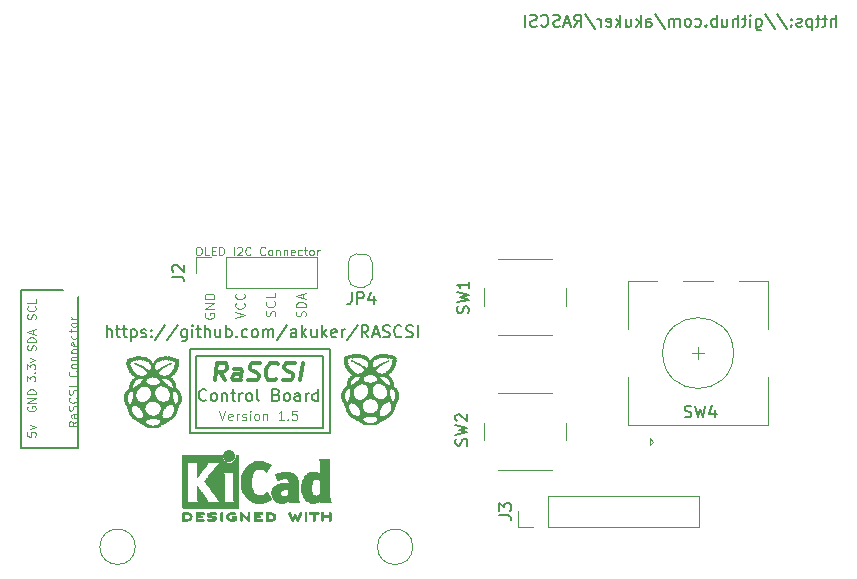
<source format=gto>
G04 #@! TF.GenerationSoftware,KiCad,Pcbnew,(6.0.0-0)*
G04 #@! TF.CreationDate,2022-01-03T13:42:27-06:00*
G04 #@! TF.ProjectId,ctrl_board,6374726c-5f62-46f6-9172-642e6b696361,rev?*
G04 #@! TF.SameCoordinates,Original*
G04 #@! TF.FileFunction,Legend,Top*
G04 #@! TF.FilePolarity,Positive*
%FSLAX46Y46*%
G04 Gerber Fmt 4.6, Leading zero omitted, Abs format (unit mm)*
G04 Created by KiCad (PCBNEW (6.0.0-0)) date 2022-01-03 13:42:27*
%MOMM*%
%LPD*%
G01*
G04 APERTURE LIST*
G04 Aperture macros list*
%AMFreePoly0*
4,1,22,0.500000,-0.750000,0.000000,-0.750000,0.000000,-0.745033,-0.079941,-0.743568,-0.215256,-0.701293,-0.333266,-0.622738,-0.424486,-0.514219,-0.481581,-0.384460,-0.499164,-0.250000,-0.500000,-0.250000,-0.500000,0.250000,-0.499164,0.250000,-0.499963,0.256109,-0.478152,0.396186,-0.417904,0.524511,-0.324060,0.630769,-0.204165,0.706417,-0.067858,0.745374,0.000000,0.744959,0.000000,0.750000,
0.500000,0.750000,0.500000,-0.750000,0.500000,-0.750000,$1*%
%AMFreePoly1*
4,1,20,0.000000,0.744959,0.073905,0.744508,0.209726,0.703889,0.328688,0.626782,0.421226,0.519385,0.479903,0.390333,0.500000,0.250000,0.500000,-0.250000,0.499851,-0.262216,0.476331,-0.402017,0.414519,-0.529596,0.319384,-0.634700,0.198574,-0.708877,0.061801,-0.746166,0.000000,-0.745033,0.000000,-0.750000,-0.500000,-0.750000,-0.500000,0.750000,0.000000,0.750000,0.000000,0.744959,
0.000000,0.744959,$1*%
G04 Aperture macros list end*
%ADD10C,0.150000*%
%ADD11C,0.100000*%
%ADD12C,0.350000*%
%ADD13C,0.120000*%
%ADD14C,0.010000*%
%ADD15C,2.700000*%
%ADD16C,2.000000*%
%ADD17FreePoly0,90.000000*%
%ADD18FreePoly1,90.000000*%
%ADD19R,1.700000X1.700000*%
%ADD20O,1.700000X1.700000*%
%ADD21C,2.500000*%
%ADD22C,3.000000*%
%ADD23R,2.000000X2.000000*%
%ADD24R,2.000000X3.200000*%
G04 APERTURE END LIST*
D10*
X214858000Y-108463000D02*
X214858000Y-115575000D01*
X226732500Y-108463000D02*
X214858000Y-108463000D01*
X200600000Y-116800000D02*
X205400000Y-116800000D01*
X226161000Y-115130500D02*
X226161000Y-109034500D01*
X226161000Y-109034500D02*
X215366000Y-109034500D01*
X226732500Y-115575000D02*
X226732500Y-108463000D01*
X205400000Y-116800000D02*
X205400000Y-103500000D01*
X215364000Y-109034500D02*
X215364000Y-115130500D01*
X215366000Y-115130500D02*
X226161000Y-115130500D01*
X214858000Y-115575000D02*
X226732500Y-115575000D01*
X205400000Y-103500000D02*
X200600000Y-103500000D01*
X200600000Y-103500000D02*
X200600000Y-116800000D01*
D11*
X201783333Y-105933333D02*
X201816666Y-105833333D01*
X201816666Y-105666666D01*
X201783333Y-105600000D01*
X201750000Y-105566666D01*
X201683333Y-105533333D01*
X201616666Y-105533333D01*
X201550000Y-105566666D01*
X201516666Y-105600000D01*
X201483333Y-105666666D01*
X201450000Y-105800000D01*
X201416666Y-105866666D01*
X201383333Y-105900000D01*
X201316666Y-105933333D01*
X201250000Y-105933333D01*
X201183333Y-105900000D01*
X201150000Y-105866666D01*
X201116666Y-105800000D01*
X201116666Y-105633333D01*
X201150000Y-105533333D01*
X201750000Y-104833333D02*
X201783333Y-104866666D01*
X201816666Y-104966666D01*
X201816666Y-105033333D01*
X201783333Y-105133333D01*
X201716666Y-105200000D01*
X201650000Y-105233333D01*
X201516666Y-105266666D01*
X201416666Y-105266666D01*
X201283333Y-105233333D01*
X201216666Y-105200000D01*
X201150000Y-105133333D01*
X201116666Y-105033333D01*
X201116666Y-104966666D01*
X201150000Y-104866666D01*
X201183333Y-104833333D01*
X201816666Y-104200000D02*
X201816666Y-104533333D01*
X201116666Y-104533333D01*
X201150000Y-113333333D02*
X201116666Y-113400000D01*
X201116666Y-113500000D01*
X201150000Y-113600000D01*
X201216666Y-113666666D01*
X201283333Y-113700000D01*
X201416666Y-113733333D01*
X201516666Y-113733333D01*
X201650000Y-113700000D01*
X201716666Y-113666666D01*
X201783333Y-113600000D01*
X201816666Y-113500000D01*
X201816666Y-113433333D01*
X201783333Y-113333333D01*
X201750000Y-113300000D01*
X201516666Y-113300000D01*
X201516666Y-113433333D01*
X201816666Y-113000000D02*
X201116666Y-113000000D01*
X201816666Y-112600000D01*
X201116666Y-112600000D01*
X201816666Y-112266666D02*
X201116666Y-112266666D01*
X201116666Y-112100000D01*
X201150000Y-112000000D01*
X201216666Y-111933333D01*
X201283333Y-111900000D01*
X201416666Y-111866666D01*
X201516666Y-111866666D01*
X201650000Y-111900000D01*
X201716666Y-111933333D01*
X201783333Y-112000000D01*
X201816666Y-112100000D01*
X201816666Y-112266666D01*
X217347619Y-113676404D02*
X217614285Y-114476404D01*
X217880952Y-113676404D01*
X218452380Y-114438309D02*
X218376190Y-114476404D01*
X218223809Y-114476404D01*
X218147619Y-114438309D01*
X218109523Y-114362119D01*
X218109523Y-114057357D01*
X218147619Y-113981166D01*
X218223809Y-113943071D01*
X218376190Y-113943071D01*
X218452380Y-113981166D01*
X218490476Y-114057357D01*
X218490476Y-114133547D01*
X218109523Y-114209738D01*
X218833333Y-114476404D02*
X218833333Y-113943071D01*
X218833333Y-114095452D02*
X218871428Y-114019261D01*
X218909523Y-113981166D01*
X218985714Y-113943071D01*
X219061904Y-113943071D01*
X219290476Y-114438309D02*
X219366666Y-114476404D01*
X219519047Y-114476404D01*
X219595238Y-114438309D01*
X219633333Y-114362119D01*
X219633333Y-114324023D01*
X219595238Y-114247833D01*
X219519047Y-114209738D01*
X219404761Y-114209738D01*
X219328571Y-114171642D01*
X219290476Y-114095452D01*
X219290476Y-114057357D01*
X219328571Y-113981166D01*
X219404761Y-113943071D01*
X219519047Y-113943071D01*
X219595238Y-113981166D01*
X219976190Y-114476404D02*
X219976190Y-113943071D01*
X219976190Y-113676404D02*
X219938095Y-113714500D01*
X219976190Y-113752595D01*
X220014285Y-113714500D01*
X219976190Y-113676404D01*
X219976190Y-113752595D01*
X220471428Y-114476404D02*
X220395238Y-114438309D01*
X220357142Y-114400214D01*
X220319047Y-114324023D01*
X220319047Y-114095452D01*
X220357142Y-114019261D01*
X220395238Y-113981166D01*
X220471428Y-113943071D01*
X220585714Y-113943071D01*
X220661904Y-113981166D01*
X220700000Y-114019261D01*
X220738095Y-114095452D01*
X220738095Y-114324023D01*
X220700000Y-114400214D01*
X220661904Y-114438309D01*
X220585714Y-114476404D01*
X220471428Y-114476404D01*
X221080952Y-113943071D02*
X221080952Y-114476404D01*
X221080952Y-114019261D02*
X221119047Y-113981166D01*
X221195238Y-113943071D01*
X221309523Y-113943071D01*
X221385714Y-113981166D01*
X221423809Y-114057357D01*
X221423809Y-114476404D01*
X222833333Y-114476404D02*
X222376190Y-114476404D01*
X222604761Y-114476404D02*
X222604761Y-113676404D01*
X222528571Y-113790690D01*
X222452380Y-113866880D01*
X222376190Y-113904976D01*
X223176190Y-114400214D02*
X223214285Y-114438309D01*
X223176190Y-114476404D01*
X223138095Y-114438309D01*
X223176190Y-114400214D01*
X223176190Y-114476404D01*
X223938095Y-113676404D02*
X223557142Y-113676404D01*
X223519047Y-114057357D01*
X223557142Y-114019261D01*
X223633333Y-113981166D01*
X223823809Y-113981166D01*
X223900000Y-114019261D01*
X223938095Y-114057357D01*
X223976190Y-114133547D01*
X223976190Y-114324023D01*
X223938095Y-114400214D01*
X223900000Y-114438309D01*
X223823809Y-114476404D01*
X223633333Y-114476404D01*
X223557142Y-114438309D01*
X223519047Y-114400214D01*
D10*
X216247619Y-112757142D02*
X216200000Y-112804761D01*
X216057142Y-112852380D01*
X215961904Y-112852380D01*
X215819047Y-112804761D01*
X215723809Y-112709523D01*
X215676190Y-112614285D01*
X215628571Y-112423809D01*
X215628571Y-112280952D01*
X215676190Y-112090476D01*
X215723809Y-111995238D01*
X215819047Y-111900000D01*
X215961904Y-111852380D01*
X216057142Y-111852380D01*
X216200000Y-111900000D01*
X216247619Y-111947619D01*
X216819047Y-112852380D02*
X216723809Y-112804761D01*
X216676190Y-112757142D01*
X216628571Y-112661904D01*
X216628571Y-112376190D01*
X216676190Y-112280952D01*
X216723809Y-112233333D01*
X216819047Y-112185714D01*
X216961904Y-112185714D01*
X217057142Y-112233333D01*
X217104761Y-112280952D01*
X217152380Y-112376190D01*
X217152380Y-112661904D01*
X217104761Y-112757142D01*
X217057142Y-112804761D01*
X216961904Y-112852380D01*
X216819047Y-112852380D01*
X217580952Y-112185714D02*
X217580952Y-112852380D01*
X217580952Y-112280952D02*
X217628571Y-112233333D01*
X217723809Y-112185714D01*
X217866666Y-112185714D01*
X217961904Y-112233333D01*
X218009523Y-112328571D01*
X218009523Y-112852380D01*
X218342857Y-112185714D02*
X218723809Y-112185714D01*
X218485714Y-111852380D02*
X218485714Y-112709523D01*
X218533333Y-112804761D01*
X218628571Y-112852380D01*
X218723809Y-112852380D01*
X219057142Y-112852380D02*
X219057142Y-112185714D01*
X219057142Y-112376190D02*
X219104761Y-112280952D01*
X219152380Y-112233333D01*
X219247619Y-112185714D01*
X219342857Y-112185714D01*
X219819047Y-112852380D02*
X219723809Y-112804761D01*
X219676190Y-112757142D01*
X219628571Y-112661904D01*
X219628571Y-112376190D01*
X219676190Y-112280952D01*
X219723809Y-112233333D01*
X219819047Y-112185714D01*
X219961904Y-112185714D01*
X220057142Y-112233333D01*
X220104761Y-112280952D01*
X220152380Y-112376190D01*
X220152380Y-112661904D01*
X220104761Y-112757142D01*
X220057142Y-112804761D01*
X219961904Y-112852380D01*
X219819047Y-112852380D01*
X220723809Y-112852380D02*
X220628571Y-112804761D01*
X220580952Y-112709523D01*
X220580952Y-111852380D01*
X222200000Y-112328571D02*
X222342857Y-112376190D01*
X222390476Y-112423809D01*
X222438095Y-112519047D01*
X222438095Y-112661904D01*
X222390476Y-112757142D01*
X222342857Y-112804761D01*
X222247619Y-112852380D01*
X221866666Y-112852380D01*
X221866666Y-111852380D01*
X222200000Y-111852380D01*
X222295238Y-111900000D01*
X222342857Y-111947619D01*
X222390476Y-112042857D01*
X222390476Y-112138095D01*
X222342857Y-112233333D01*
X222295238Y-112280952D01*
X222200000Y-112328571D01*
X221866666Y-112328571D01*
X223009523Y-112852380D02*
X222914285Y-112804761D01*
X222866666Y-112757142D01*
X222819047Y-112661904D01*
X222819047Y-112376190D01*
X222866666Y-112280952D01*
X222914285Y-112233333D01*
X223009523Y-112185714D01*
X223152380Y-112185714D01*
X223247619Y-112233333D01*
X223295238Y-112280952D01*
X223342857Y-112376190D01*
X223342857Y-112661904D01*
X223295238Y-112757142D01*
X223247619Y-112804761D01*
X223152380Y-112852380D01*
X223009523Y-112852380D01*
X224200000Y-112852380D02*
X224200000Y-112328571D01*
X224152380Y-112233333D01*
X224057142Y-112185714D01*
X223866666Y-112185714D01*
X223771428Y-112233333D01*
X224200000Y-112804761D02*
X224104761Y-112852380D01*
X223866666Y-112852380D01*
X223771428Y-112804761D01*
X223723809Y-112709523D01*
X223723809Y-112614285D01*
X223771428Y-112519047D01*
X223866666Y-112471428D01*
X224104761Y-112471428D01*
X224200000Y-112423809D01*
X224676190Y-112852380D02*
X224676190Y-112185714D01*
X224676190Y-112376190D02*
X224723809Y-112280952D01*
X224771428Y-112233333D01*
X224866666Y-112185714D01*
X224961904Y-112185714D01*
X225723809Y-112852380D02*
X225723809Y-111852380D01*
X225723809Y-112804761D02*
X225628571Y-112852380D01*
X225438095Y-112852380D01*
X225342857Y-112804761D01*
X225295238Y-112757142D01*
X225247619Y-112661904D01*
X225247619Y-112376190D01*
X225295238Y-112280952D01*
X225342857Y-112233333D01*
X225438095Y-112185714D01*
X225628571Y-112185714D01*
X225723809Y-112233333D01*
X269566666Y-81152380D02*
X269566666Y-80152380D01*
X269138095Y-81152380D02*
X269138095Y-80628571D01*
X269185714Y-80533333D01*
X269280952Y-80485714D01*
X269423809Y-80485714D01*
X269519047Y-80533333D01*
X269566666Y-80580952D01*
X268804761Y-80485714D02*
X268423809Y-80485714D01*
X268661904Y-80152380D02*
X268661904Y-81009523D01*
X268614285Y-81104761D01*
X268519047Y-81152380D01*
X268423809Y-81152380D01*
X268233333Y-80485714D02*
X267852380Y-80485714D01*
X268090476Y-80152380D02*
X268090476Y-81009523D01*
X268042857Y-81104761D01*
X267947619Y-81152380D01*
X267852380Y-81152380D01*
X267519047Y-80485714D02*
X267519047Y-81485714D01*
X267519047Y-80533333D02*
X267423809Y-80485714D01*
X267233333Y-80485714D01*
X267138095Y-80533333D01*
X267090476Y-80580952D01*
X267042857Y-80676190D01*
X267042857Y-80961904D01*
X267090476Y-81057142D01*
X267138095Y-81104761D01*
X267233333Y-81152380D01*
X267423809Y-81152380D01*
X267519047Y-81104761D01*
X266661904Y-81104761D02*
X266566666Y-81152380D01*
X266376190Y-81152380D01*
X266280952Y-81104761D01*
X266233333Y-81009523D01*
X266233333Y-80961904D01*
X266280952Y-80866666D01*
X266376190Y-80819047D01*
X266519047Y-80819047D01*
X266614285Y-80771428D01*
X266661904Y-80676190D01*
X266661904Y-80628571D01*
X266614285Y-80533333D01*
X266519047Y-80485714D01*
X266376190Y-80485714D01*
X266280952Y-80533333D01*
X265804761Y-81057142D02*
X265757142Y-81104761D01*
X265804761Y-81152380D01*
X265852380Y-81104761D01*
X265804761Y-81057142D01*
X265804761Y-81152380D01*
X265804761Y-80533333D02*
X265757142Y-80580952D01*
X265804761Y-80628571D01*
X265852380Y-80580952D01*
X265804761Y-80533333D01*
X265804761Y-80628571D01*
X264614285Y-80104761D02*
X265471428Y-81390476D01*
X263566666Y-80104761D02*
X264423809Y-81390476D01*
X262804761Y-80485714D02*
X262804761Y-81295238D01*
X262852380Y-81390476D01*
X262900000Y-81438095D01*
X262995238Y-81485714D01*
X263138095Y-81485714D01*
X263233333Y-81438095D01*
X262804761Y-81104761D02*
X262900000Y-81152380D01*
X263090476Y-81152380D01*
X263185714Y-81104761D01*
X263233333Y-81057142D01*
X263280952Y-80961904D01*
X263280952Y-80676190D01*
X263233333Y-80580952D01*
X263185714Y-80533333D01*
X263090476Y-80485714D01*
X262900000Y-80485714D01*
X262804761Y-80533333D01*
X262328571Y-81152380D02*
X262328571Y-80485714D01*
X262328571Y-80152380D02*
X262376190Y-80200000D01*
X262328571Y-80247619D01*
X262280952Y-80200000D01*
X262328571Y-80152380D01*
X262328571Y-80247619D01*
X261995238Y-80485714D02*
X261614285Y-80485714D01*
X261852380Y-80152380D02*
X261852380Y-81009523D01*
X261804761Y-81104761D01*
X261709523Y-81152380D01*
X261614285Y-81152380D01*
X261280952Y-81152380D02*
X261280952Y-80152380D01*
X260852380Y-81152380D02*
X260852380Y-80628571D01*
X260900000Y-80533333D01*
X260995238Y-80485714D01*
X261138095Y-80485714D01*
X261233333Y-80533333D01*
X261280952Y-80580952D01*
X259947619Y-80485714D02*
X259947619Y-81152380D01*
X260376190Y-80485714D02*
X260376190Y-81009523D01*
X260328571Y-81104761D01*
X260233333Y-81152380D01*
X260090476Y-81152380D01*
X259995238Y-81104761D01*
X259947619Y-81057142D01*
X259471428Y-81152380D02*
X259471428Y-80152380D01*
X259471428Y-80533333D02*
X259376190Y-80485714D01*
X259185714Y-80485714D01*
X259090476Y-80533333D01*
X259042857Y-80580952D01*
X258995238Y-80676190D01*
X258995238Y-80961904D01*
X259042857Y-81057142D01*
X259090476Y-81104761D01*
X259185714Y-81152380D01*
X259376190Y-81152380D01*
X259471428Y-81104761D01*
X258566666Y-81057142D02*
X258519047Y-81104761D01*
X258566666Y-81152380D01*
X258614285Y-81104761D01*
X258566666Y-81057142D01*
X258566666Y-81152380D01*
X257661904Y-81104761D02*
X257757142Y-81152380D01*
X257947619Y-81152380D01*
X258042857Y-81104761D01*
X258090476Y-81057142D01*
X258138095Y-80961904D01*
X258138095Y-80676190D01*
X258090476Y-80580952D01*
X258042857Y-80533333D01*
X257947619Y-80485714D01*
X257757142Y-80485714D01*
X257661904Y-80533333D01*
X257090476Y-81152380D02*
X257185714Y-81104761D01*
X257233333Y-81057142D01*
X257280952Y-80961904D01*
X257280952Y-80676190D01*
X257233333Y-80580952D01*
X257185714Y-80533333D01*
X257090476Y-80485714D01*
X256947619Y-80485714D01*
X256852380Y-80533333D01*
X256804761Y-80580952D01*
X256757142Y-80676190D01*
X256757142Y-80961904D01*
X256804761Y-81057142D01*
X256852380Y-81104761D01*
X256947619Y-81152380D01*
X257090476Y-81152380D01*
X256328571Y-81152380D02*
X256328571Y-80485714D01*
X256328571Y-80580952D02*
X256280952Y-80533333D01*
X256185714Y-80485714D01*
X256042857Y-80485714D01*
X255947619Y-80533333D01*
X255900000Y-80628571D01*
X255900000Y-81152380D01*
X255900000Y-80628571D02*
X255852380Y-80533333D01*
X255757142Y-80485714D01*
X255614285Y-80485714D01*
X255519047Y-80533333D01*
X255471428Y-80628571D01*
X255471428Y-81152380D01*
X254280952Y-80104761D02*
X255138095Y-81390476D01*
X253519047Y-81152380D02*
X253519047Y-80628571D01*
X253566666Y-80533333D01*
X253661904Y-80485714D01*
X253852380Y-80485714D01*
X253947619Y-80533333D01*
X253519047Y-81104761D02*
X253614285Y-81152380D01*
X253852380Y-81152380D01*
X253947619Y-81104761D01*
X253995238Y-81009523D01*
X253995238Y-80914285D01*
X253947619Y-80819047D01*
X253852380Y-80771428D01*
X253614285Y-80771428D01*
X253519047Y-80723809D01*
X253042857Y-81152380D02*
X253042857Y-80152380D01*
X252947619Y-80771428D02*
X252661904Y-81152380D01*
X252661904Y-80485714D02*
X253042857Y-80866666D01*
X251804761Y-80485714D02*
X251804761Y-81152380D01*
X252233333Y-80485714D02*
X252233333Y-81009523D01*
X252185714Y-81104761D01*
X252090476Y-81152380D01*
X251947619Y-81152380D01*
X251852380Y-81104761D01*
X251804761Y-81057142D01*
X251328571Y-81152380D02*
X251328571Y-80152380D01*
X251233333Y-80771428D02*
X250947619Y-81152380D01*
X250947619Y-80485714D02*
X251328571Y-80866666D01*
X250138095Y-81104761D02*
X250233333Y-81152380D01*
X250423809Y-81152380D01*
X250519047Y-81104761D01*
X250566666Y-81009523D01*
X250566666Y-80628571D01*
X250519047Y-80533333D01*
X250423809Y-80485714D01*
X250233333Y-80485714D01*
X250138095Y-80533333D01*
X250090476Y-80628571D01*
X250090476Y-80723809D01*
X250566666Y-80819047D01*
X249661904Y-81152380D02*
X249661904Y-80485714D01*
X249661904Y-80676190D02*
X249614285Y-80580952D01*
X249566666Y-80533333D01*
X249471428Y-80485714D01*
X249376190Y-80485714D01*
X248328571Y-80104761D02*
X249185714Y-81390476D01*
X247423809Y-81152380D02*
X247757142Y-80676190D01*
X247995238Y-81152380D02*
X247995238Y-80152380D01*
X247614285Y-80152380D01*
X247519047Y-80200000D01*
X247471428Y-80247619D01*
X247423809Y-80342857D01*
X247423809Y-80485714D01*
X247471428Y-80580952D01*
X247519047Y-80628571D01*
X247614285Y-80676190D01*
X247995238Y-80676190D01*
X247042857Y-80866666D02*
X246566666Y-80866666D01*
X247138095Y-81152380D02*
X246804761Y-80152380D01*
X246471428Y-81152380D01*
X246185714Y-81104761D02*
X246042857Y-81152380D01*
X245804761Y-81152380D01*
X245709523Y-81104761D01*
X245661904Y-81057142D01*
X245614285Y-80961904D01*
X245614285Y-80866666D01*
X245661904Y-80771428D01*
X245709523Y-80723809D01*
X245804761Y-80676190D01*
X245995238Y-80628571D01*
X246090476Y-80580952D01*
X246138095Y-80533333D01*
X246185714Y-80438095D01*
X246185714Y-80342857D01*
X246138095Y-80247619D01*
X246090476Y-80200000D01*
X245995238Y-80152380D01*
X245757142Y-80152380D01*
X245614285Y-80200000D01*
X244614285Y-81057142D02*
X244661904Y-81104761D01*
X244804761Y-81152380D01*
X244900000Y-81152380D01*
X245042857Y-81104761D01*
X245138095Y-81009523D01*
X245185714Y-80914285D01*
X245233333Y-80723809D01*
X245233333Y-80580952D01*
X245185714Y-80390476D01*
X245138095Y-80295238D01*
X245042857Y-80200000D01*
X244900000Y-80152380D01*
X244804761Y-80152380D01*
X244661904Y-80200000D01*
X244614285Y-80247619D01*
X244233333Y-81104761D02*
X244090476Y-81152380D01*
X243852380Y-81152380D01*
X243757142Y-81104761D01*
X243709523Y-81057142D01*
X243661904Y-80961904D01*
X243661904Y-80866666D01*
X243709523Y-80771428D01*
X243757142Y-80723809D01*
X243852380Y-80676190D01*
X244042857Y-80628571D01*
X244138095Y-80580952D01*
X244185714Y-80533333D01*
X244233333Y-80438095D01*
X244233333Y-80342857D01*
X244185714Y-80247619D01*
X244138095Y-80200000D01*
X244042857Y-80152380D01*
X243804761Y-80152380D01*
X243661904Y-80200000D01*
X243233333Y-81152380D02*
X243233333Y-80152380D01*
X207833333Y-107452380D02*
X207833333Y-106452380D01*
X208261904Y-107452380D02*
X208261904Y-106928571D01*
X208214285Y-106833333D01*
X208119047Y-106785714D01*
X207976190Y-106785714D01*
X207880952Y-106833333D01*
X207833333Y-106880952D01*
X208595238Y-106785714D02*
X208976190Y-106785714D01*
X208738095Y-106452380D02*
X208738095Y-107309523D01*
X208785714Y-107404761D01*
X208880952Y-107452380D01*
X208976190Y-107452380D01*
X209166666Y-106785714D02*
X209547619Y-106785714D01*
X209309523Y-106452380D02*
X209309523Y-107309523D01*
X209357142Y-107404761D01*
X209452380Y-107452380D01*
X209547619Y-107452380D01*
X209880952Y-106785714D02*
X209880952Y-107785714D01*
X209880952Y-106833333D02*
X209976190Y-106785714D01*
X210166666Y-106785714D01*
X210261904Y-106833333D01*
X210309523Y-106880952D01*
X210357142Y-106976190D01*
X210357142Y-107261904D01*
X210309523Y-107357142D01*
X210261904Y-107404761D01*
X210166666Y-107452380D01*
X209976190Y-107452380D01*
X209880952Y-107404761D01*
X210738095Y-107404761D02*
X210833333Y-107452380D01*
X211023809Y-107452380D01*
X211119047Y-107404761D01*
X211166666Y-107309523D01*
X211166666Y-107261904D01*
X211119047Y-107166666D01*
X211023809Y-107119047D01*
X210880952Y-107119047D01*
X210785714Y-107071428D01*
X210738095Y-106976190D01*
X210738095Y-106928571D01*
X210785714Y-106833333D01*
X210880952Y-106785714D01*
X211023809Y-106785714D01*
X211119047Y-106833333D01*
X211595238Y-107357142D02*
X211642857Y-107404761D01*
X211595238Y-107452380D01*
X211547619Y-107404761D01*
X211595238Y-107357142D01*
X211595238Y-107452380D01*
X211595238Y-106833333D02*
X211642857Y-106880952D01*
X211595238Y-106928571D01*
X211547619Y-106880952D01*
X211595238Y-106833333D01*
X211595238Y-106928571D01*
X212785714Y-106404761D02*
X211928571Y-107690476D01*
X213833333Y-106404761D02*
X212976190Y-107690476D01*
X214595238Y-106785714D02*
X214595238Y-107595238D01*
X214547619Y-107690476D01*
X214500000Y-107738095D01*
X214404761Y-107785714D01*
X214261904Y-107785714D01*
X214166666Y-107738095D01*
X214595238Y-107404761D02*
X214500000Y-107452380D01*
X214309523Y-107452380D01*
X214214285Y-107404761D01*
X214166666Y-107357142D01*
X214119047Y-107261904D01*
X214119047Y-106976190D01*
X214166666Y-106880952D01*
X214214285Y-106833333D01*
X214309523Y-106785714D01*
X214500000Y-106785714D01*
X214595238Y-106833333D01*
X215071428Y-107452380D02*
X215071428Y-106785714D01*
X215071428Y-106452380D02*
X215023809Y-106500000D01*
X215071428Y-106547619D01*
X215119047Y-106500000D01*
X215071428Y-106452380D01*
X215071428Y-106547619D01*
X215404761Y-106785714D02*
X215785714Y-106785714D01*
X215547619Y-106452380D02*
X215547619Y-107309523D01*
X215595238Y-107404761D01*
X215690476Y-107452380D01*
X215785714Y-107452380D01*
X216119047Y-107452380D02*
X216119047Y-106452380D01*
X216547619Y-107452380D02*
X216547619Y-106928571D01*
X216500000Y-106833333D01*
X216404761Y-106785714D01*
X216261904Y-106785714D01*
X216166666Y-106833333D01*
X216119047Y-106880952D01*
X217452380Y-106785714D02*
X217452380Y-107452380D01*
X217023809Y-106785714D02*
X217023809Y-107309523D01*
X217071428Y-107404761D01*
X217166666Y-107452380D01*
X217309523Y-107452380D01*
X217404761Y-107404761D01*
X217452380Y-107357142D01*
X217928571Y-107452380D02*
X217928571Y-106452380D01*
X217928571Y-106833333D02*
X218023809Y-106785714D01*
X218214285Y-106785714D01*
X218309523Y-106833333D01*
X218357142Y-106880952D01*
X218404761Y-106976190D01*
X218404761Y-107261904D01*
X218357142Y-107357142D01*
X218309523Y-107404761D01*
X218214285Y-107452380D01*
X218023809Y-107452380D01*
X217928571Y-107404761D01*
X218833333Y-107357142D02*
X218880952Y-107404761D01*
X218833333Y-107452380D01*
X218785714Y-107404761D01*
X218833333Y-107357142D01*
X218833333Y-107452380D01*
X219738095Y-107404761D02*
X219642857Y-107452380D01*
X219452380Y-107452380D01*
X219357142Y-107404761D01*
X219309523Y-107357142D01*
X219261904Y-107261904D01*
X219261904Y-106976190D01*
X219309523Y-106880952D01*
X219357142Y-106833333D01*
X219452380Y-106785714D01*
X219642857Y-106785714D01*
X219738095Y-106833333D01*
X220309523Y-107452380D02*
X220214285Y-107404761D01*
X220166666Y-107357142D01*
X220119047Y-107261904D01*
X220119047Y-106976190D01*
X220166666Y-106880952D01*
X220214285Y-106833333D01*
X220309523Y-106785714D01*
X220452380Y-106785714D01*
X220547619Y-106833333D01*
X220595238Y-106880952D01*
X220642857Y-106976190D01*
X220642857Y-107261904D01*
X220595238Y-107357142D01*
X220547619Y-107404761D01*
X220452380Y-107452380D01*
X220309523Y-107452380D01*
X221071428Y-107452380D02*
X221071428Y-106785714D01*
X221071428Y-106880952D02*
X221119047Y-106833333D01*
X221214285Y-106785714D01*
X221357142Y-106785714D01*
X221452380Y-106833333D01*
X221500000Y-106928571D01*
X221500000Y-107452380D01*
X221500000Y-106928571D02*
X221547619Y-106833333D01*
X221642857Y-106785714D01*
X221785714Y-106785714D01*
X221880952Y-106833333D01*
X221928571Y-106928571D01*
X221928571Y-107452380D01*
X223119047Y-106404761D02*
X222261904Y-107690476D01*
X223880952Y-107452380D02*
X223880952Y-106928571D01*
X223833333Y-106833333D01*
X223738095Y-106785714D01*
X223547619Y-106785714D01*
X223452380Y-106833333D01*
X223880952Y-107404761D02*
X223785714Y-107452380D01*
X223547619Y-107452380D01*
X223452380Y-107404761D01*
X223404761Y-107309523D01*
X223404761Y-107214285D01*
X223452380Y-107119047D01*
X223547619Y-107071428D01*
X223785714Y-107071428D01*
X223880952Y-107023809D01*
X224357142Y-107452380D02*
X224357142Y-106452380D01*
X224452380Y-107071428D02*
X224738095Y-107452380D01*
X224738095Y-106785714D02*
X224357142Y-107166666D01*
X225595238Y-106785714D02*
X225595238Y-107452380D01*
X225166666Y-106785714D02*
X225166666Y-107309523D01*
X225214285Y-107404761D01*
X225309523Y-107452380D01*
X225452380Y-107452380D01*
X225547619Y-107404761D01*
X225595238Y-107357142D01*
X226071428Y-107452380D02*
X226071428Y-106452380D01*
X226166666Y-107071428D02*
X226452380Y-107452380D01*
X226452380Y-106785714D02*
X226071428Y-107166666D01*
X227261904Y-107404761D02*
X227166666Y-107452380D01*
X226976190Y-107452380D01*
X226880952Y-107404761D01*
X226833333Y-107309523D01*
X226833333Y-106928571D01*
X226880952Y-106833333D01*
X226976190Y-106785714D01*
X227166666Y-106785714D01*
X227261904Y-106833333D01*
X227309523Y-106928571D01*
X227309523Y-107023809D01*
X226833333Y-107119047D01*
X227738095Y-107452380D02*
X227738095Y-106785714D01*
X227738095Y-106976190D02*
X227785714Y-106880952D01*
X227833333Y-106833333D01*
X227928571Y-106785714D01*
X228023809Y-106785714D01*
X229071428Y-106404761D02*
X228214285Y-107690476D01*
X229976190Y-107452380D02*
X229642857Y-106976190D01*
X229404761Y-107452380D02*
X229404761Y-106452380D01*
X229785714Y-106452380D01*
X229880952Y-106500000D01*
X229928571Y-106547619D01*
X229976190Y-106642857D01*
X229976190Y-106785714D01*
X229928571Y-106880952D01*
X229880952Y-106928571D01*
X229785714Y-106976190D01*
X229404761Y-106976190D01*
X230357142Y-107166666D02*
X230833333Y-107166666D01*
X230261904Y-107452380D02*
X230595238Y-106452380D01*
X230928571Y-107452380D01*
X231214285Y-107404761D02*
X231357142Y-107452380D01*
X231595238Y-107452380D01*
X231690476Y-107404761D01*
X231738095Y-107357142D01*
X231785714Y-107261904D01*
X231785714Y-107166666D01*
X231738095Y-107071428D01*
X231690476Y-107023809D01*
X231595238Y-106976190D01*
X231404761Y-106928571D01*
X231309523Y-106880952D01*
X231261904Y-106833333D01*
X231214285Y-106738095D01*
X231214285Y-106642857D01*
X231261904Y-106547619D01*
X231309523Y-106500000D01*
X231404761Y-106452380D01*
X231642857Y-106452380D01*
X231785714Y-106500000D01*
X232785714Y-107357142D02*
X232738095Y-107404761D01*
X232595238Y-107452380D01*
X232500000Y-107452380D01*
X232357142Y-107404761D01*
X232261904Y-107309523D01*
X232214285Y-107214285D01*
X232166666Y-107023809D01*
X232166666Y-106880952D01*
X232214285Y-106690476D01*
X232261904Y-106595238D01*
X232357142Y-106500000D01*
X232500000Y-106452380D01*
X232595238Y-106452380D01*
X232738095Y-106500000D01*
X232785714Y-106547619D01*
X233166666Y-107404761D02*
X233309523Y-107452380D01*
X233547619Y-107452380D01*
X233642857Y-107404761D01*
X233690476Y-107357142D01*
X233738095Y-107261904D01*
X233738095Y-107166666D01*
X233690476Y-107071428D01*
X233642857Y-107023809D01*
X233547619Y-106976190D01*
X233357142Y-106928571D01*
X233261904Y-106880952D01*
X233214285Y-106833333D01*
X233166666Y-106738095D01*
X233166666Y-106642857D01*
X233214285Y-106547619D01*
X233261904Y-106500000D01*
X233357142Y-106452380D01*
X233595238Y-106452380D01*
X233738095Y-106500000D01*
X234166666Y-107452380D02*
X234166666Y-106452380D01*
D12*
X217871491Y-111110071D02*
X217460776Y-110395785D01*
X217014348Y-111110071D02*
X217201848Y-109610071D01*
X217773276Y-109610071D01*
X217907205Y-109681500D01*
X217969705Y-109752928D01*
X218023276Y-109895785D01*
X217996491Y-110110071D01*
X217907205Y-110252928D01*
X217826848Y-110324357D01*
X217675062Y-110395785D01*
X217103633Y-110395785D01*
X219157205Y-111110071D02*
X219255419Y-110324357D01*
X219201848Y-110181500D01*
X219067919Y-110110071D01*
X218782205Y-110110071D01*
X218630419Y-110181500D01*
X219166133Y-111038642D02*
X219014348Y-111110071D01*
X218657205Y-111110071D01*
X218523276Y-111038642D01*
X218469705Y-110895785D01*
X218487562Y-110752928D01*
X218576848Y-110610071D01*
X218728633Y-110538642D01*
X219085776Y-110538642D01*
X219237562Y-110467214D01*
X219808991Y-111038642D02*
X220014348Y-111110071D01*
X220371491Y-111110071D01*
X220523276Y-111038642D01*
X220603633Y-110967214D01*
X220692919Y-110824357D01*
X220710776Y-110681500D01*
X220657205Y-110538642D01*
X220594705Y-110467214D01*
X220460776Y-110395785D01*
X220183991Y-110324357D01*
X220050062Y-110252928D01*
X219987562Y-110181500D01*
X219933991Y-110038642D01*
X219951848Y-109895785D01*
X220041133Y-109752928D01*
X220121491Y-109681500D01*
X220273276Y-109610071D01*
X220630419Y-109610071D01*
X220835776Y-109681500D01*
X222175062Y-110967214D02*
X222094705Y-111038642D01*
X221871491Y-111110071D01*
X221728633Y-111110071D01*
X221523276Y-111038642D01*
X221398276Y-110895785D01*
X221344705Y-110752928D01*
X221308991Y-110467214D01*
X221335776Y-110252928D01*
X221442919Y-109967214D01*
X221532205Y-109824357D01*
X221692919Y-109681500D01*
X221916133Y-109610071D01*
X222058991Y-109610071D01*
X222264348Y-109681500D01*
X222326848Y-109752928D01*
X222737562Y-111038642D02*
X222942919Y-111110071D01*
X223300062Y-111110071D01*
X223451848Y-111038642D01*
X223532205Y-110967214D01*
X223621491Y-110824357D01*
X223639348Y-110681500D01*
X223585776Y-110538642D01*
X223523276Y-110467214D01*
X223389348Y-110395785D01*
X223112562Y-110324357D01*
X222978633Y-110252928D01*
X222916133Y-110181500D01*
X222862562Y-110038642D01*
X222880419Y-109895785D01*
X222969705Y-109752928D01*
X223050062Y-109681500D01*
X223201848Y-109610071D01*
X223558991Y-109610071D01*
X223764348Y-109681500D01*
X224228633Y-111110071D02*
X224416133Y-109610071D01*
D11*
X201116666Y-115500000D02*
X201116666Y-115833333D01*
X201450000Y-115866666D01*
X201416666Y-115833333D01*
X201383333Y-115766666D01*
X201383333Y-115600000D01*
X201416666Y-115533333D01*
X201450000Y-115500000D01*
X201516666Y-115466666D01*
X201683333Y-115466666D01*
X201750000Y-115500000D01*
X201783333Y-115533333D01*
X201816666Y-115600000D01*
X201816666Y-115766666D01*
X201783333Y-115833333D01*
X201750000Y-115866666D01*
X201350000Y-115233333D02*
X201816666Y-115066666D01*
X201350000Y-114900000D01*
X205316666Y-114583333D02*
X204983333Y-114816666D01*
X205316666Y-114983333D02*
X204616666Y-114983333D01*
X204616666Y-114716666D01*
X204650000Y-114650000D01*
X204683333Y-114616666D01*
X204750000Y-114583333D01*
X204850000Y-114583333D01*
X204916666Y-114616666D01*
X204950000Y-114650000D01*
X204983333Y-114716666D01*
X204983333Y-114983333D01*
X205316666Y-113983333D02*
X204950000Y-113983333D01*
X204883333Y-114016666D01*
X204850000Y-114083333D01*
X204850000Y-114216666D01*
X204883333Y-114283333D01*
X205283333Y-113983333D02*
X205316666Y-114050000D01*
X205316666Y-114216666D01*
X205283333Y-114283333D01*
X205216666Y-114316666D01*
X205150000Y-114316666D01*
X205083333Y-114283333D01*
X205050000Y-114216666D01*
X205050000Y-114050000D01*
X205016666Y-113983333D01*
X205283333Y-113683333D02*
X205316666Y-113583333D01*
X205316666Y-113416666D01*
X205283333Y-113350000D01*
X205250000Y-113316666D01*
X205183333Y-113283333D01*
X205116666Y-113283333D01*
X205050000Y-113316666D01*
X205016666Y-113350000D01*
X204983333Y-113416666D01*
X204950000Y-113550000D01*
X204916666Y-113616666D01*
X204883333Y-113650000D01*
X204816666Y-113683333D01*
X204750000Y-113683333D01*
X204683333Y-113650000D01*
X204650000Y-113616666D01*
X204616666Y-113550000D01*
X204616666Y-113383333D01*
X204650000Y-113283333D01*
X205250000Y-112583333D02*
X205283333Y-112616666D01*
X205316666Y-112716666D01*
X205316666Y-112783333D01*
X205283333Y-112883333D01*
X205216666Y-112950000D01*
X205150000Y-112983333D01*
X205016666Y-113016666D01*
X204916666Y-113016666D01*
X204783333Y-112983333D01*
X204716666Y-112950000D01*
X204650000Y-112883333D01*
X204616666Y-112783333D01*
X204616666Y-112716666D01*
X204650000Y-112616666D01*
X204683333Y-112583333D01*
X205283333Y-112316666D02*
X205316666Y-112216666D01*
X205316666Y-112050000D01*
X205283333Y-111983333D01*
X205250000Y-111950000D01*
X205183333Y-111916666D01*
X205116666Y-111916666D01*
X205050000Y-111950000D01*
X205016666Y-111983333D01*
X204983333Y-112050000D01*
X204950000Y-112183333D01*
X204916666Y-112250000D01*
X204883333Y-112283333D01*
X204816666Y-112316666D01*
X204750000Y-112316666D01*
X204683333Y-112283333D01*
X204650000Y-112250000D01*
X204616666Y-112183333D01*
X204616666Y-112016666D01*
X204650000Y-111916666D01*
X205316666Y-111616666D02*
X204616666Y-111616666D01*
X205250000Y-110350000D02*
X205283333Y-110383333D01*
X205316666Y-110483333D01*
X205316666Y-110550000D01*
X205283333Y-110650000D01*
X205216666Y-110716666D01*
X205150000Y-110750000D01*
X205016666Y-110783333D01*
X204916666Y-110783333D01*
X204783333Y-110750000D01*
X204716666Y-110716666D01*
X204650000Y-110650000D01*
X204616666Y-110550000D01*
X204616666Y-110483333D01*
X204650000Y-110383333D01*
X204683333Y-110350000D01*
X205316666Y-109950000D02*
X205283333Y-110016666D01*
X205250000Y-110050000D01*
X205183333Y-110083333D01*
X204983333Y-110083333D01*
X204916666Y-110050000D01*
X204883333Y-110016666D01*
X204850000Y-109950000D01*
X204850000Y-109850000D01*
X204883333Y-109783333D01*
X204916666Y-109750000D01*
X204983333Y-109716666D01*
X205183333Y-109716666D01*
X205250000Y-109750000D01*
X205283333Y-109783333D01*
X205316666Y-109850000D01*
X205316666Y-109950000D01*
X204850000Y-109416666D02*
X205316666Y-109416666D01*
X204916666Y-109416666D02*
X204883333Y-109383333D01*
X204850000Y-109316666D01*
X204850000Y-109216666D01*
X204883333Y-109150000D01*
X204950000Y-109116666D01*
X205316666Y-109116666D01*
X204850000Y-108783333D02*
X205316666Y-108783333D01*
X204916666Y-108783333D02*
X204883333Y-108750000D01*
X204850000Y-108683333D01*
X204850000Y-108583333D01*
X204883333Y-108516666D01*
X204950000Y-108483333D01*
X205316666Y-108483333D01*
X205283333Y-107883333D02*
X205316666Y-107950000D01*
X205316666Y-108083333D01*
X205283333Y-108150000D01*
X205216666Y-108183333D01*
X204950000Y-108183333D01*
X204883333Y-108150000D01*
X204850000Y-108083333D01*
X204850000Y-107950000D01*
X204883333Y-107883333D01*
X204950000Y-107850000D01*
X205016666Y-107850000D01*
X205083333Y-108183333D01*
X205283333Y-107250000D02*
X205316666Y-107316666D01*
X205316666Y-107450000D01*
X205283333Y-107516666D01*
X205250000Y-107550000D01*
X205183333Y-107583333D01*
X204983333Y-107583333D01*
X204916666Y-107550000D01*
X204883333Y-107516666D01*
X204850000Y-107450000D01*
X204850000Y-107316666D01*
X204883333Y-107250000D01*
X204850000Y-107050000D02*
X204850000Y-106783333D01*
X204616666Y-106950000D02*
X205216666Y-106950000D01*
X205283333Y-106916666D01*
X205316666Y-106850000D01*
X205316666Y-106783333D01*
X205316666Y-106450000D02*
X205283333Y-106516666D01*
X205250000Y-106550000D01*
X205183333Y-106583333D01*
X204983333Y-106583333D01*
X204916666Y-106550000D01*
X204883333Y-106516666D01*
X204850000Y-106450000D01*
X204850000Y-106350000D01*
X204883333Y-106283333D01*
X204916666Y-106250000D01*
X204983333Y-106216666D01*
X205183333Y-106216666D01*
X205250000Y-106250000D01*
X205283333Y-106283333D01*
X205316666Y-106350000D01*
X205316666Y-106450000D01*
X205316666Y-105916666D02*
X204850000Y-105916666D01*
X204983333Y-105916666D02*
X204916666Y-105883333D01*
X204883333Y-105850000D01*
X204850000Y-105783333D01*
X204850000Y-105716666D01*
X201783333Y-108550000D02*
X201816666Y-108450000D01*
X201816666Y-108283333D01*
X201783333Y-108216666D01*
X201750000Y-108183333D01*
X201683333Y-108150000D01*
X201616666Y-108150000D01*
X201550000Y-108183333D01*
X201516666Y-108216666D01*
X201483333Y-108283333D01*
X201450000Y-108416666D01*
X201416666Y-108483333D01*
X201383333Y-108516666D01*
X201316666Y-108550000D01*
X201250000Y-108550000D01*
X201183333Y-108516666D01*
X201150000Y-108483333D01*
X201116666Y-108416666D01*
X201116666Y-108250000D01*
X201150000Y-108150000D01*
X201816666Y-107850000D02*
X201116666Y-107850000D01*
X201116666Y-107683333D01*
X201150000Y-107583333D01*
X201216666Y-107516666D01*
X201283333Y-107483333D01*
X201416666Y-107450000D01*
X201516666Y-107450000D01*
X201650000Y-107483333D01*
X201716666Y-107516666D01*
X201783333Y-107583333D01*
X201816666Y-107683333D01*
X201816666Y-107850000D01*
X201616666Y-107183333D02*
X201616666Y-106850000D01*
X201816666Y-107250000D02*
X201116666Y-107016666D01*
X201816666Y-106783333D01*
X215566666Y-99816666D02*
X215700000Y-99816666D01*
X215766666Y-99850000D01*
X215833333Y-99916666D01*
X215866666Y-100050000D01*
X215866666Y-100283333D01*
X215833333Y-100416666D01*
X215766666Y-100483333D01*
X215700000Y-100516666D01*
X215566666Y-100516666D01*
X215500000Y-100483333D01*
X215433333Y-100416666D01*
X215400000Y-100283333D01*
X215400000Y-100050000D01*
X215433333Y-99916666D01*
X215500000Y-99850000D01*
X215566666Y-99816666D01*
X216500000Y-100516666D02*
X216166666Y-100516666D01*
X216166666Y-99816666D01*
X216733333Y-100150000D02*
X216966666Y-100150000D01*
X217066666Y-100516666D02*
X216733333Y-100516666D01*
X216733333Y-99816666D01*
X217066666Y-99816666D01*
X217366666Y-100516666D02*
X217366666Y-99816666D01*
X217533333Y-99816666D01*
X217633333Y-99850000D01*
X217700000Y-99916666D01*
X217733333Y-99983333D01*
X217766666Y-100116666D01*
X217766666Y-100216666D01*
X217733333Y-100350000D01*
X217700000Y-100416666D01*
X217633333Y-100483333D01*
X217533333Y-100516666D01*
X217366666Y-100516666D01*
X218600000Y-100516666D02*
X218600000Y-99816666D01*
X218900000Y-99883333D02*
X218933333Y-99850000D01*
X219000000Y-99816666D01*
X219166666Y-99816666D01*
X219233333Y-99850000D01*
X219266666Y-99883333D01*
X219300000Y-99950000D01*
X219300000Y-100016666D01*
X219266666Y-100116666D01*
X218866666Y-100516666D01*
X219300000Y-100516666D01*
X220000000Y-100450000D02*
X219966666Y-100483333D01*
X219866666Y-100516666D01*
X219800000Y-100516666D01*
X219700000Y-100483333D01*
X219633333Y-100416666D01*
X219600000Y-100350000D01*
X219566666Y-100216666D01*
X219566666Y-100116666D01*
X219600000Y-99983333D01*
X219633333Y-99916666D01*
X219700000Y-99850000D01*
X219800000Y-99816666D01*
X219866666Y-99816666D01*
X219966666Y-99850000D01*
X220000000Y-99883333D01*
X221233333Y-100450000D02*
X221200000Y-100483333D01*
X221100000Y-100516666D01*
X221033333Y-100516666D01*
X220933333Y-100483333D01*
X220866666Y-100416666D01*
X220833333Y-100350000D01*
X220800000Y-100216666D01*
X220800000Y-100116666D01*
X220833333Y-99983333D01*
X220866666Y-99916666D01*
X220933333Y-99850000D01*
X221033333Y-99816666D01*
X221100000Y-99816666D01*
X221200000Y-99850000D01*
X221233333Y-99883333D01*
X221633333Y-100516666D02*
X221566666Y-100483333D01*
X221533333Y-100450000D01*
X221500000Y-100383333D01*
X221500000Y-100183333D01*
X221533333Y-100116666D01*
X221566666Y-100083333D01*
X221633333Y-100050000D01*
X221733333Y-100050000D01*
X221800000Y-100083333D01*
X221833333Y-100116666D01*
X221866666Y-100183333D01*
X221866666Y-100383333D01*
X221833333Y-100450000D01*
X221800000Y-100483333D01*
X221733333Y-100516666D01*
X221633333Y-100516666D01*
X222166666Y-100050000D02*
X222166666Y-100516666D01*
X222166666Y-100116666D02*
X222200000Y-100083333D01*
X222266666Y-100050000D01*
X222366666Y-100050000D01*
X222433333Y-100083333D01*
X222466666Y-100150000D01*
X222466666Y-100516666D01*
X222800000Y-100050000D02*
X222800000Y-100516666D01*
X222800000Y-100116666D02*
X222833333Y-100083333D01*
X222900000Y-100050000D01*
X223000000Y-100050000D01*
X223066666Y-100083333D01*
X223100000Y-100150000D01*
X223100000Y-100516666D01*
X223700000Y-100483333D02*
X223633333Y-100516666D01*
X223500000Y-100516666D01*
X223433333Y-100483333D01*
X223400000Y-100416666D01*
X223400000Y-100150000D01*
X223433333Y-100083333D01*
X223500000Y-100050000D01*
X223633333Y-100050000D01*
X223700000Y-100083333D01*
X223733333Y-100150000D01*
X223733333Y-100216666D01*
X223400000Y-100283333D01*
X224333333Y-100483333D02*
X224266666Y-100516666D01*
X224133333Y-100516666D01*
X224066666Y-100483333D01*
X224033333Y-100450000D01*
X224000000Y-100383333D01*
X224000000Y-100183333D01*
X224033333Y-100116666D01*
X224066666Y-100083333D01*
X224133333Y-100050000D01*
X224266666Y-100050000D01*
X224333333Y-100083333D01*
X224533333Y-100050000D02*
X224800000Y-100050000D01*
X224633333Y-99816666D02*
X224633333Y-100416666D01*
X224666666Y-100483333D01*
X224733333Y-100516666D01*
X224800000Y-100516666D01*
X225133333Y-100516666D02*
X225066666Y-100483333D01*
X225033333Y-100450000D01*
X225000000Y-100383333D01*
X225000000Y-100183333D01*
X225033333Y-100116666D01*
X225066666Y-100083333D01*
X225133333Y-100050000D01*
X225233333Y-100050000D01*
X225300000Y-100083333D01*
X225333333Y-100116666D01*
X225366666Y-100183333D01*
X225366666Y-100383333D01*
X225333333Y-100450000D01*
X225300000Y-100483333D01*
X225233333Y-100516666D01*
X225133333Y-100516666D01*
X225666666Y-100516666D02*
X225666666Y-100050000D01*
X225666666Y-100183333D02*
X225700000Y-100116666D01*
X225733333Y-100083333D01*
X225800000Y-100050000D01*
X225866666Y-100050000D01*
X201077166Y-111185500D02*
X201077166Y-110752166D01*
X201343833Y-110985500D01*
X201343833Y-110885500D01*
X201377166Y-110818833D01*
X201410500Y-110785500D01*
X201477166Y-110752166D01*
X201643833Y-110752166D01*
X201710500Y-110785500D01*
X201743833Y-110818833D01*
X201777166Y-110885500D01*
X201777166Y-111085500D01*
X201743833Y-111152166D01*
X201710500Y-111185500D01*
X201710500Y-110452166D02*
X201743833Y-110418833D01*
X201777166Y-110452166D01*
X201743833Y-110485500D01*
X201710500Y-110452166D01*
X201777166Y-110452166D01*
X201077166Y-110185500D02*
X201077166Y-109752166D01*
X201343833Y-109985500D01*
X201343833Y-109885500D01*
X201377166Y-109818833D01*
X201410500Y-109785500D01*
X201477166Y-109752166D01*
X201643833Y-109752166D01*
X201710500Y-109785500D01*
X201743833Y-109818833D01*
X201777166Y-109885500D01*
X201777166Y-110085500D01*
X201743833Y-110152166D01*
X201710500Y-110185500D01*
X201310500Y-109518833D02*
X201777166Y-109352166D01*
X201310500Y-109185500D01*
D10*
X238436261Y-105419333D02*
X238483880Y-105276476D01*
X238483880Y-105038380D01*
X238436261Y-104943142D01*
X238388642Y-104895523D01*
X238293404Y-104847904D01*
X238198166Y-104847904D01*
X238102928Y-104895523D01*
X238055309Y-104943142D01*
X238007690Y-105038380D01*
X237960071Y-105228857D01*
X237912452Y-105324095D01*
X237864833Y-105371714D01*
X237769595Y-105419333D01*
X237674357Y-105419333D01*
X237579119Y-105371714D01*
X237531500Y-105324095D01*
X237483880Y-105228857D01*
X237483880Y-104990761D01*
X237531500Y-104847904D01*
X237483880Y-104514571D02*
X238483880Y-104276476D01*
X237769595Y-104086000D01*
X238483880Y-103895523D01*
X237483880Y-103657428D01*
X238483880Y-102752666D02*
X238483880Y-103324095D01*
X238483880Y-103038380D02*
X237483880Y-103038380D01*
X237626738Y-103133619D01*
X237721976Y-103228857D01*
X237769595Y-103324095D01*
X228566666Y-103652380D02*
X228566666Y-104366666D01*
X228519047Y-104509523D01*
X228423809Y-104604761D01*
X228280952Y-104652380D01*
X228185714Y-104652380D01*
X229042857Y-104652380D02*
X229042857Y-103652380D01*
X229423809Y-103652380D01*
X229519047Y-103700000D01*
X229566666Y-103747619D01*
X229614285Y-103842857D01*
X229614285Y-103985714D01*
X229566666Y-104080952D01*
X229519047Y-104128571D01*
X229423809Y-104176190D01*
X229042857Y-104176190D01*
X230471428Y-103985714D02*
X230471428Y-104652380D01*
X230233333Y-103604761D02*
X229995238Y-104319047D01*
X230614285Y-104319047D01*
X238304761Y-116633333D02*
X238352380Y-116490476D01*
X238352380Y-116252380D01*
X238304761Y-116157142D01*
X238257142Y-116109523D01*
X238161904Y-116061904D01*
X238066666Y-116061904D01*
X237971428Y-116109523D01*
X237923809Y-116157142D01*
X237876190Y-116252380D01*
X237828571Y-116442857D01*
X237780952Y-116538095D01*
X237733333Y-116585714D01*
X237638095Y-116633333D01*
X237542857Y-116633333D01*
X237447619Y-116585714D01*
X237400000Y-116538095D01*
X237352380Y-116442857D01*
X237352380Y-116204761D01*
X237400000Y-116061904D01*
X237352380Y-115728571D02*
X238352380Y-115490476D01*
X237638095Y-115300000D01*
X238352380Y-115109523D01*
X237352380Y-114871428D01*
X237447619Y-114538095D02*
X237400000Y-114490476D01*
X237352380Y-114395238D01*
X237352380Y-114157142D01*
X237400000Y-114061904D01*
X237447619Y-114014285D01*
X237542857Y-113966666D01*
X237638095Y-113966666D01*
X237780952Y-114014285D01*
X238352380Y-114585714D01*
X238352380Y-113966666D01*
X213372380Y-102333333D02*
X214086666Y-102333333D01*
X214229523Y-102380952D01*
X214324761Y-102476190D01*
X214372380Y-102619047D01*
X214372380Y-102714285D01*
X213467619Y-101904761D02*
X213420000Y-101857142D01*
X213372380Y-101761904D01*
X213372380Y-101523809D01*
X213420000Y-101428571D01*
X213467619Y-101380952D01*
X213562857Y-101333333D01*
X213658095Y-101333333D01*
X213800952Y-101380952D01*
X214372380Y-101952380D01*
X214372380Y-101333333D01*
D11*
X218707238Y-105816214D02*
X219507238Y-105549548D01*
X218707238Y-105282881D01*
X219431048Y-104559071D02*
X219469143Y-104597167D01*
X219507238Y-104711452D01*
X219507238Y-104787643D01*
X219469143Y-104901928D01*
X219392953Y-104978119D01*
X219316762Y-105016214D01*
X219164381Y-105054309D01*
X219050095Y-105054309D01*
X218897714Y-105016214D01*
X218821524Y-104978119D01*
X218745334Y-104901928D01*
X218707238Y-104787643D01*
X218707238Y-104711452D01*
X218745334Y-104597167D01*
X218783429Y-104559071D01*
X219431048Y-103759071D02*
X219469143Y-103797167D01*
X219507238Y-103911452D01*
X219507238Y-103987643D01*
X219469143Y-104101928D01*
X219392953Y-104178119D01*
X219316762Y-104216214D01*
X219164381Y-104254309D01*
X219050095Y-104254309D01*
X218897714Y-104216214D01*
X218821524Y-104178119D01*
X218745334Y-104101928D01*
X218707238Y-103987643D01*
X218707238Y-103911452D01*
X218745334Y-103797167D01*
X218783429Y-103759071D01*
X216163000Y-105435261D02*
X216124904Y-105511452D01*
X216124904Y-105625738D01*
X216163000Y-105740023D01*
X216239190Y-105816214D01*
X216315380Y-105854309D01*
X216467761Y-105892404D01*
X216582047Y-105892404D01*
X216734428Y-105854309D01*
X216810619Y-105816214D01*
X216886809Y-105740023D01*
X216924904Y-105625738D01*
X216924904Y-105549547D01*
X216886809Y-105435261D01*
X216848714Y-105397166D01*
X216582047Y-105397166D01*
X216582047Y-105549547D01*
X216924904Y-105054309D02*
X216124904Y-105054309D01*
X216924904Y-104597166D01*
X216124904Y-104597166D01*
X216924904Y-104216214D02*
X216124904Y-104216214D01*
X216124904Y-104025738D01*
X216163000Y-103911452D01*
X216239190Y-103835261D01*
X216315380Y-103797166D01*
X216467761Y-103759071D01*
X216582047Y-103759071D01*
X216734428Y-103797166D01*
X216810619Y-103835261D01*
X216886809Y-103911452D01*
X216924904Y-104025738D01*
X216924904Y-104216214D01*
X222051476Y-105663833D02*
X222089571Y-105549548D01*
X222089571Y-105359072D01*
X222051476Y-105282881D01*
X222013381Y-105244786D01*
X221937190Y-105206691D01*
X221861000Y-105206691D01*
X221784809Y-105244786D01*
X221746714Y-105282881D01*
X221708619Y-105359072D01*
X221670524Y-105511453D01*
X221632428Y-105587643D01*
X221594333Y-105625738D01*
X221518143Y-105663833D01*
X221441952Y-105663833D01*
X221365762Y-105625738D01*
X221327667Y-105587643D01*
X221289571Y-105511453D01*
X221289571Y-105320976D01*
X221327667Y-105206691D01*
X222013381Y-104406691D02*
X222051476Y-104444786D01*
X222089571Y-104559072D01*
X222089571Y-104635262D01*
X222051476Y-104749548D01*
X221975286Y-104825738D01*
X221899095Y-104863833D01*
X221746714Y-104901929D01*
X221632428Y-104901929D01*
X221480047Y-104863833D01*
X221403857Y-104825738D01*
X221327667Y-104749548D01*
X221289571Y-104635262D01*
X221289571Y-104559072D01*
X221327667Y-104444786D01*
X221365762Y-104406691D01*
X222089571Y-103682881D02*
X222089571Y-104063833D01*
X221289571Y-104063833D01*
X224633809Y-105701928D02*
X224671904Y-105587642D01*
X224671904Y-105397166D01*
X224633809Y-105320976D01*
X224595714Y-105282880D01*
X224519523Y-105244785D01*
X224443333Y-105244785D01*
X224367142Y-105282880D01*
X224329047Y-105320976D01*
X224290952Y-105397166D01*
X224252857Y-105549547D01*
X224214761Y-105625738D01*
X224176666Y-105663833D01*
X224100476Y-105701928D01*
X224024285Y-105701928D01*
X223948095Y-105663833D01*
X223910000Y-105625738D01*
X223871904Y-105549547D01*
X223871904Y-105359071D01*
X223910000Y-105244785D01*
X224671904Y-104901928D02*
X223871904Y-104901928D01*
X223871904Y-104711452D01*
X223910000Y-104597166D01*
X223986190Y-104520976D01*
X224062380Y-104482880D01*
X224214761Y-104444785D01*
X224329047Y-104444785D01*
X224481428Y-104482880D01*
X224557619Y-104520976D01*
X224633809Y-104597166D01*
X224671904Y-104711452D01*
X224671904Y-104901928D01*
X224443333Y-104140023D02*
X224443333Y-103759071D01*
X224671904Y-104216214D02*
X223871904Y-103949547D01*
X224671904Y-103682880D01*
D10*
X241072380Y-122533333D02*
X241786666Y-122533333D01*
X241929523Y-122580952D01*
X242024761Y-122676190D01*
X242072380Y-122819047D01*
X242072380Y-122914285D01*
X241072380Y-122152380D02*
X241072380Y-121533333D01*
X241453333Y-121866666D01*
X241453333Y-121723809D01*
X241500952Y-121628571D01*
X241548571Y-121580952D01*
X241643809Y-121533333D01*
X241881904Y-121533333D01*
X241977142Y-121580952D01*
X242024761Y-121628571D01*
X242072380Y-121723809D01*
X242072380Y-122009523D01*
X242024761Y-122104761D01*
X241977142Y-122152380D01*
X256766666Y-114204761D02*
X256909523Y-114252380D01*
X257147619Y-114252380D01*
X257242857Y-114204761D01*
X257290476Y-114157142D01*
X257338095Y-114061904D01*
X257338095Y-113966666D01*
X257290476Y-113871428D01*
X257242857Y-113823809D01*
X257147619Y-113776190D01*
X256957142Y-113728571D01*
X256861904Y-113680952D01*
X256814285Y-113633333D01*
X256766666Y-113538095D01*
X256766666Y-113442857D01*
X256814285Y-113347619D01*
X256861904Y-113300000D01*
X256957142Y-113252380D01*
X257195238Y-113252380D01*
X257338095Y-113300000D01*
X257671428Y-113252380D02*
X257909523Y-114252380D01*
X258100000Y-113538095D01*
X258290476Y-114252380D01*
X258528571Y-113252380D01*
X259338095Y-113585714D02*
X259338095Y-114252380D01*
X259100000Y-113204761D02*
X258861904Y-113919047D01*
X259480952Y-113919047D01*
D13*
X239750000Y-103300000D02*
X239750000Y-104800000D01*
X241000000Y-107300000D02*
X245500000Y-107300000D01*
X245500000Y-100800000D02*
X241000000Y-100800000D01*
X246750000Y-104800000D02*
X246750000Y-103300000D01*
X229600000Y-103200000D02*
X229000000Y-103200000D01*
X229000000Y-100400000D02*
X229600000Y-100400000D01*
X228300000Y-102500000D02*
X228300000Y-101100000D01*
X230300000Y-101100000D02*
X230300000Y-102500000D01*
X229000000Y-100400000D02*
G75*
G03*
X228300000Y-101100000I-1J-699999D01*
G01*
X228300000Y-102500000D02*
G75*
G03*
X229000000Y-103200000I699999J-1D01*
G01*
X229600000Y-103200000D02*
G75*
G03*
X230300000Y-102500000I1J699999D01*
G01*
X230300000Y-101100000D02*
G75*
G03*
X229600000Y-100400000I-699999J1D01*
G01*
X246750000Y-116200000D02*
X246750000Y-114700000D01*
X241000000Y-118700000D02*
X245500000Y-118700000D01*
X239750000Y-114700000D02*
X239750000Y-116200000D01*
X245500000Y-112200000D02*
X241000000Y-112200000D01*
X225640000Y-103330000D02*
X225640000Y-100670000D01*
X215360000Y-100670000D02*
X216690000Y-100670000D01*
X215360000Y-102000000D02*
X215360000Y-100670000D01*
X217960000Y-100670000D02*
X225640000Y-100670000D01*
X217960000Y-103330000D02*
X217960000Y-100670000D01*
X217960000Y-103330000D02*
X225640000Y-103330000D01*
X210250000Y-125200000D02*
G75*
G03*
X210250000Y-125200000I-1500000J0D01*
G01*
X233750000Y-125200000D02*
G75*
G03*
X233750000Y-125200000I-1500000J0D01*
G01*
X245220000Y-123530000D02*
X257980000Y-123530000D01*
X245220000Y-123530000D02*
X245220000Y-120870000D01*
X257980000Y-123530000D02*
X257980000Y-120870000D01*
X245220000Y-120870000D02*
X257980000Y-120870000D01*
X243950000Y-123530000D02*
X242620000Y-123530000D01*
X242620000Y-123530000D02*
X242620000Y-122200000D01*
X252000000Y-106800000D02*
X252000000Y-102700000D01*
X257900000Y-109300000D02*
X257900000Y-108300000D01*
X253800000Y-116600000D02*
X253800000Y-116000000D01*
X253800000Y-116000000D02*
X254100000Y-116300000D01*
X252000000Y-114900000D02*
X263800000Y-114900000D01*
X263800000Y-102700000D02*
X263800000Y-106800000D01*
X252000000Y-110800000D02*
X252000000Y-114900000D01*
X252000000Y-102700000D02*
X254400000Y-102700000D01*
X257400000Y-108800000D02*
X258400000Y-108800000D01*
X254100000Y-116300000D02*
X253800000Y-116600000D01*
X263800000Y-110800000D02*
X263800000Y-114900000D01*
X261400000Y-102700000D02*
X263800000Y-102700000D01*
X256600000Y-102700000D02*
X259200000Y-102700000D01*
X260900000Y-108800000D02*
G75*
G03*
X260900000Y-108800000I-3000000J0D01*
G01*
D14*
X229025857Y-108869226D02*
X229044047Y-108870167D01*
X229044047Y-108870167D02*
X229055809Y-108871847D01*
X229055809Y-108871847D02*
X229062152Y-108874361D01*
X229062152Y-108874361D02*
X229062499Y-108874638D01*
X229062499Y-108874638D02*
X229070786Y-108879759D01*
X229070786Y-108879759D02*
X229084632Y-108886427D01*
X229084632Y-108886427D02*
X229101733Y-108893732D01*
X229101733Y-108893732D02*
X229119782Y-108900764D01*
X229119782Y-108900764D02*
X229136474Y-108906614D01*
X229136474Y-108906614D02*
X229149502Y-108910371D01*
X229149502Y-108910371D02*
X229155331Y-108911269D01*
X229155331Y-108911269D02*
X229164637Y-108910457D01*
X229164637Y-108910457D02*
X229179456Y-108908295D01*
X229179456Y-108908295D02*
X229197023Y-108905201D01*
X229197023Y-108905201D02*
X229202233Y-108904190D01*
X229202233Y-108904190D02*
X229228414Y-108900250D01*
X229228414Y-108900250D02*
X229251948Y-108899901D01*
X229251948Y-108899901D02*
X229274964Y-108903542D01*
X229274964Y-108903542D02*
X229299591Y-108911572D01*
X229299591Y-108911572D02*
X229327958Y-108924393D01*
X229327958Y-108924393D02*
X229338685Y-108929838D01*
X229338685Y-108929838D02*
X229383821Y-108953219D01*
X229383821Y-108953219D02*
X229434222Y-108950685D01*
X229434222Y-108950685D02*
X229464857Y-108949936D01*
X229464857Y-108949936D02*
X229490771Y-108951507D01*
X229490771Y-108951507D02*
X229513579Y-108956063D01*
X229513579Y-108956063D02*
X229534897Y-108964273D01*
X229534897Y-108964273D02*
X229556342Y-108976802D01*
X229556342Y-108976802D02*
X229579529Y-108994318D01*
X229579529Y-108994318D02*
X229606074Y-109017488D01*
X229606074Y-109017488D02*
X229614193Y-109024954D01*
X229614193Y-109024954D02*
X229629732Y-109038743D01*
X229629732Y-109038743D02*
X229644100Y-109050392D01*
X229644100Y-109050392D02*
X229655622Y-109058611D01*
X229655622Y-109058611D02*
X229662284Y-109062037D01*
X229662284Y-109062037D02*
X229671988Y-109063107D01*
X229671988Y-109063107D02*
X229686939Y-109063273D01*
X229686939Y-109063273D02*
X229703965Y-109062503D01*
X229703965Y-109062503D02*
X229704574Y-109062457D01*
X229704574Y-109062457D02*
X229735783Y-109060097D01*
X229735783Y-109060097D02*
X229772643Y-109086223D01*
X229772643Y-109086223D02*
X229827212Y-109129622D01*
X229827212Y-109129622D02*
X229879362Y-109180551D01*
X229879362Y-109180551D02*
X229928450Y-109238265D01*
X229928450Y-109238265D02*
X229973833Y-109302016D01*
X229973833Y-109302016D02*
X230010057Y-109362266D01*
X230010057Y-109362266D02*
X230021933Y-109384801D01*
X230021933Y-109384801D02*
X230035078Y-109411552D01*
X230035078Y-109411552D02*
X230048549Y-109440426D01*
X230048549Y-109440426D02*
X230061407Y-109469330D01*
X230061407Y-109469330D02*
X230072711Y-109496171D01*
X230072711Y-109496171D02*
X230081520Y-109518856D01*
X230081520Y-109518856D02*
X230085131Y-109529333D01*
X230085131Y-109529333D02*
X230089644Y-109542525D01*
X230089644Y-109542525D02*
X230093533Y-109552297D01*
X230093533Y-109552297D02*
X230095400Y-109555751D01*
X230095400Y-109555751D02*
X230097826Y-109553156D01*
X230097826Y-109553156D02*
X230102624Y-109543920D01*
X230102624Y-109543920D02*
X230109197Y-109529330D01*
X230109197Y-109529330D02*
X230116948Y-109510675D01*
X230116948Y-109510675D02*
X230120888Y-109500718D01*
X230120888Y-109500718D02*
X230158655Y-109413887D01*
X230158655Y-109413887D02*
X230201880Y-109333191D01*
X230201880Y-109333191D02*
X230250421Y-109258885D01*
X230250421Y-109258885D02*
X230271465Y-109230788D01*
X230271465Y-109230788D02*
X230291884Y-109206516D01*
X230291884Y-109206516D02*
X230316900Y-109179799D01*
X230316900Y-109179799D02*
X230344616Y-109152435D01*
X230344616Y-109152435D02*
X230373137Y-109126225D01*
X230373137Y-109126225D02*
X230400566Y-109102967D01*
X230400566Y-109102967D02*
X230425007Y-109084460D01*
X230425007Y-109084460D02*
X230427534Y-109082721D01*
X230427534Y-109082721D02*
X230463721Y-109058141D01*
X230463721Y-109058141D02*
X230540683Y-109063603D01*
X230540683Y-109063603D02*
X230584946Y-109021507D01*
X230584946Y-109021507D02*
X230609675Y-108998974D01*
X230609675Y-108998974D02*
X230630643Y-108982147D01*
X230630643Y-108982147D02*
X230649204Y-108969986D01*
X230649204Y-108969986D02*
X230657763Y-108965447D01*
X230657763Y-108965447D02*
X230668973Y-108960085D01*
X230668973Y-108960085D02*
X230678289Y-108956300D01*
X230678289Y-108956300D02*
X230687545Y-108953805D01*
X230687545Y-108953805D02*
X230698576Y-108952316D01*
X230698576Y-108952316D02*
X230713215Y-108951547D01*
X230713215Y-108951547D02*
X230733298Y-108951213D01*
X230733298Y-108951213D02*
X230750090Y-108951095D01*
X230750090Y-108951095D02*
X230813863Y-108950708D01*
X230813863Y-108950708D02*
X230857099Y-108929146D01*
X230857099Y-108929146D02*
X230884646Y-108916057D01*
X230884646Y-108916057D02*
X230907422Y-108907154D01*
X230907422Y-108907154D02*
X230927769Y-108902030D01*
X230927769Y-108902030D02*
X230948029Y-108900278D01*
X230948029Y-108900278D02*
X230970544Y-108901492D01*
X230970544Y-108901492D02*
X230996115Y-108905016D01*
X230996115Y-108905016D02*
X231015803Y-108908068D01*
X231015803Y-108908068D02*
X231031158Y-108909729D01*
X231031158Y-108909729D02*
X231044142Y-108909638D01*
X231044142Y-108909638D02*
X231056722Y-108907431D01*
X231056722Y-108907431D02*
X231070860Y-108902746D01*
X231070860Y-108902746D02*
X231088522Y-108895219D01*
X231088522Y-108895219D02*
X231111671Y-108884488D01*
X231111671Y-108884488D02*
X231114535Y-108883145D01*
X231114535Y-108883145D02*
X231127289Y-108877321D01*
X231127289Y-108877321D02*
X231137700Y-108873355D01*
X231137700Y-108873355D02*
X231147907Y-108870889D01*
X231147907Y-108870889D02*
X231160053Y-108869567D01*
X231160053Y-108869567D02*
X231176279Y-108869034D01*
X231176279Y-108869034D02*
X231198726Y-108868933D01*
X231198726Y-108868933D02*
X231200010Y-108868933D01*
X231200010Y-108868933D02*
X231220786Y-108869222D01*
X231220786Y-108869222D02*
X231238379Y-108870011D01*
X231238379Y-108870011D02*
X231251124Y-108871187D01*
X231251124Y-108871187D02*
X231257358Y-108872634D01*
X231257358Y-108872634D02*
X231257656Y-108872907D01*
X231257656Y-108872907D02*
X231262431Y-108877006D01*
X231262431Y-108877006D02*
X231272290Y-108883559D01*
X231272290Y-108883559D02*
X231282247Y-108889496D01*
X231282247Y-108889496D02*
X231304383Y-108902112D01*
X231304383Y-108902112D02*
X231348833Y-108891967D01*
X231348833Y-108891967D02*
X231383391Y-108884701D01*
X231383391Y-108884701D02*
X231411667Y-108880262D01*
X231411667Y-108880262D02*
X231435304Y-108878504D01*
X231435304Y-108878504D02*
X231455948Y-108879277D01*
X231455948Y-108879277D02*
X231469035Y-108881158D01*
X231469035Y-108881158D02*
X231497459Y-108888913D01*
X231497459Y-108888913D02*
X231527191Y-108901160D01*
X231527191Y-108901160D02*
X231553897Y-108916079D01*
X231553897Y-108916079D02*
X231556732Y-108917990D01*
X231556732Y-108917990D02*
X231563402Y-108922222D01*
X231563402Y-108922222D02*
X231570160Y-108925178D01*
X231570160Y-108925178D02*
X231578695Y-108927117D01*
X231578695Y-108927117D02*
X231590693Y-108928299D01*
X231590693Y-108928299D02*
X231607844Y-108928986D01*
X231607844Y-108928986D02*
X231630815Y-108929423D01*
X231630815Y-108929423D02*
X231654994Y-108929921D01*
X231654994Y-108929921D02*
X231672637Y-108930747D01*
X231672637Y-108930747D02*
X231685677Y-108932182D01*
X231685677Y-108932182D02*
X231696045Y-108934505D01*
X231696045Y-108934505D02*
X231705671Y-108937996D01*
X231705671Y-108937996D02*
X231713140Y-108941349D01*
X231713140Y-108941349D02*
X231730171Y-108951003D01*
X231730171Y-108951003D02*
X231747481Y-108963371D01*
X231747481Y-108963371D02*
X231755383Y-108970190D01*
X231755383Y-108970190D02*
X231774103Y-108987998D01*
X231774103Y-108987998D02*
X231799593Y-108983563D01*
X231799593Y-108983563D02*
X231815374Y-108981673D01*
X231815374Y-108981673D02*
X231832988Y-108981488D01*
X231832988Y-108981488D02*
X231854821Y-108983061D01*
X231854821Y-108983061D02*
X231873766Y-108985222D01*
X231873766Y-108985222D02*
X231914517Y-108991750D01*
X231914517Y-108991750D02*
X231948760Y-109000681D01*
X231948760Y-109000681D02*
X231978294Y-109012783D01*
X231978294Y-109012783D02*
X232004919Y-109028827D01*
X232004919Y-109028827D02*
X232030433Y-109049581D01*
X232030433Y-109049581D02*
X232035628Y-109054429D01*
X232035628Y-109054429D02*
X232048013Y-109065956D01*
X232048013Y-109065956D02*
X232056608Y-109072642D01*
X232056608Y-109072642D02*
X232063673Y-109075569D01*
X232063673Y-109075569D02*
X232071471Y-109075817D01*
X232071471Y-109075817D02*
X232078602Y-109074972D01*
X232078602Y-109074972D02*
X232095622Y-109074452D01*
X232095622Y-109074452D02*
X232117843Y-109076279D01*
X232117843Y-109076279D02*
X232142483Y-109079982D01*
X232142483Y-109079982D02*
X232166759Y-109085089D01*
X232166759Y-109085089D02*
X232187886Y-109091131D01*
X232187886Y-109091131D02*
X232198358Y-109095219D01*
X232198358Y-109095219D02*
X232228028Y-109113221D01*
X232228028Y-109113221D02*
X232252086Y-109137052D01*
X232252086Y-109137052D02*
X232269791Y-109165679D01*
X232269791Y-109165679D02*
X232280397Y-109198068D01*
X232280397Y-109198068D02*
X232282527Y-109212250D01*
X232282527Y-109212250D02*
X232282883Y-109242296D01*
X232282883Y-109242296D02*
X232278711Y-109273694D01*
X232278711Y-109273694D02*
X232270628Y-109302575D01*
X232270628Y-109302575D02*
X232266552Y-109312316D01*
X232266552Y-109312316D02*
X232257805Y-109330924D01*
X232257805Y-109330924D02*
X232278288Y-109373631D01*
X232278288Y-109373631D02*
X232290812Y-109402233D01*
X232290812Y-109402233D02*
X232298315Y-109426419D01*
X232298315Y-109426419D02*
X232301074Y-109448375D01*
X232301074Y-109448375D02*
X232299365Y-109470291D01*
X232299365Y-109470291D02*
X232293526Y-109494151D01*
X232293526Y-109494151D02*
X232286525Y-109512541D01*
X232286525Y-109512541D02*
X232276547Y-109533255D01*
X232276547Y-109533255D02*
X232265728Y-109551867D01*
X232265728Y-109551867D02*
X232265519Y-109552186D01*
X232265519Y-109552186D02*
X232256608Y-109566322D01*
X232256608Y-109566322D02*
X232249892Y-109578114D01*
X232249892Y-109578114D02*
X232246500Y-109585539D01*
X232246500Y-109585539D02*
X232246299Y-109586594D01*
X232246299Y-109586594D02*
X232247844Y-109593559D01*
X232247844Y-109593559D02*
X232251695Y-109604557D01*
X232251695Y-109604557D02*
X232253166Y-109608191D01*
X232253166Y-109608191D02*
X232256981Y-109620459D01*
X232256981Y-109620459D02*
X232258353Y-109634786D01*
X232258353Y-109634786D02*
X232257544Y-109654138D01*
X232257544Y-109654138D02*
X232257377Y-109656174D01*
X232257377Y-109656174D02*
X232254116Y-109678648D01*
X232254116Y-109678648D02*
X232247770Y-109700363D01*
X232247770Y-109700363D02*
X232237593Y-109722963D01*
X232237593Y-109722963D02*
X232222842Y-109748091D01*
X232222842Y-109748091D02*
X232202770Y-109777393D01*
X232202770Y-109777393D02*
X232201905Y-109778593D01*
X232201905Y-109778593D02*
X232173245Y-109818302D01*
X232173245Y-109818302D02*
X232178465Y-109840059D01*
X232178465Y-109840059D02*
X232181034Y-109853494D01*
X232181034Y-109853494D02*
X232181289Y-109865524D01*
X232181289Y-109865524D02*
X232179083Y-109879737D01*
X232179083Y-109879737D02*
X232176380Y-109891366D01*
X232176380Y-109891366D02*
X232167960Y-109920158D01*
X232167960Y-109920158D02*
X232157489Y-109944527D01*
X232157489Y-109944527D02*
X232143650Y-109966529D01*
X232143650Y-109966529D02*
X232125126Y-109988221D01*
X232125126Y-109988221D02*
X232100599Y-110011660D01*
X232100599Y-110011660D02*
X232097691Y-110014245D01*
X232097691Y-110014245D02*
X232087759Y-110023375D01*
X232087759Y-110023375D02*
X232081799Y-110030812D01*
X232081799Y-110030812D02*
X232078557Y-110039347D01*
X232078557Y-110039347D02*
X232076783Y-110051769D01*
X232076783Y-110051769D02*
X232075849Y-110062928D01*
X232075849Y-110062928D02*
X232073617Y-110081230D01*
X232073617Y-110081230D02*
X232070158Y-110098648D01*
X232070158Y-110098648D02*
X232066306Y-110111179D01*
X232066306Y-110111179D02*
X232050443Y-110140533D01*
X232050443Y-110140533D02*
X232027851Y-110170743D01*
X232027851Y-110170743D02*
X231999919Y-110200259D01*
X231999919Y-110200259D02*
X231968038Y-110227532D01*
X231968038Y-110227532D02*
X231950758Y-110240041D01*
X231950758Y-110240041D02*
X231933846Y-110252110D01*
X231933846Y-110252110D02*
X231922489Y-110262198D01*
X231922489Y-110262198D02*
X231914917Y-110272565D01*
X231914917Y-110272565D02*
X231909358Y-110285472D01*
X231909358Y-110285472D02*
X231905599Y-110297629D01*
X231905599Y-110297629D02*
X231899700Y-110314984D01*
X231899700Y-110314984D02*
X231892395Y-110332155D01*
X231892395Y-110332155D02*
X231887877Y-110340838D01*
X231887877Y-110340838D02*
X231870470Y-110364063D01*
X231870470Y-110364063D02*
X231846484Y-110386795D01*
X231846484Y-110386795D02*
X231817766Y-110407730D01*
X231817766Y-110407730D02*
X231786165Y-110425568D01*
X231786165Y-110425568D02*
X231753529Y-110439006D01*
X231753529Y-110439006D02*
X231744649Y-110441748D01*
X231744649Y-110441748D02*
X231727588Y-110447017D01*
X231727588Y-110447017D02*
X231716944Y-110451845D01*
X231716944Y-110451845D02*
X231710869Y-110457618D01*
X231710869Y-110457618D02*
X231707515Y-110465727D01*
X231707515Y-110465727D02*
X231706407Y-110470484D01*
X231706407Y-110470484D02*
X231696866Y-110496322D01*
X231696866Y-110496322D02*
X231679698Y-110521018D01*
X231679698Y-110521018D02*
X231655730Y-110543883D01*
X231655730Y-110543883D02*
X231625789Y-110564230D01*
X231625789Y-110564230D02*
X231590702Y-110581369D01*
X231590702Y-110581369D02*
X231560350Y-110592051D01*
X231560350Y-110592051D02*
X231544917Y-110596887D01*
X231544917Y-110596887D02*
X231532708Y-110601156D01*
X231532708Y-110601156D02*
X231525961Y-110604064D01*
X231525961Y-110604064D02*
X231525466Y-110604411D01*
X231525466Y-110604411D02*
X231527743Y-110607584D01*
X231527743Y-110607584D02*
X231536055Y-110614634D01*
X231536055Y-110614634D02*
X231549370Y-110624776D01*
X231549370Y-110624776D02*
X231566654Y-110637222D01*
X231566654Y-110637222D02*
X231586849Y-110651168D01*
X231586849Y-110651168D02*
X231627640Y-110679103D01*
X231627640Y-110679103D02*
X231662277Y-110703532D01*
X231662277Y-110703532D02*
X231691868Y-110725306D01*
X231691868Y-110725306D02*
X231717521Y-110745272D01*
X231717521Y-110745272D02*
X231740343Y-110764280D01*
X231740343Y-110764280D02*
X231761442Y-110783180D01*
X231761442Y-110783180D02*
X231771743Y-110792904D01*
X231771743Y-110792904D02*
X231830178Y-110853836D01*
X231830178Y-110853836D02*
X231881156Y-110917559D01*
X231881156Y-110917559D02*
X231925035Y-110984734D01*
X231925035Y-110984734D02*
X231962178Y-111056021D01*
X231962178Y-111056021D02*
X231992945Y-111132079D01*
X231992945Y-111132079D02*
X232017696Y-111213570D01*
X232017696Y-111213570D02*
X232029829Y-111265438D01*
X232029829Y-111265438D02*
X232036201Y-111298015D01*
X232036201Y-111298015D02*
X232041448Y-111330267D01*
X232041448Y-111330267D02*
X232045771Y-111363979D01*
X232045771Y-111363979D02*
X232049372Y-111400934D01*
X232049372Y-111400934D02*
X232052454Y-111442918D01*
X232052454Y-111442918D02*
X232055021Y-111487822D01*
X232055021Y-111487822D02*
X232058316Y-111551895D01*
X232058316Y-111551895D02*
X232077591Y-111585189D01*
X232077591Y-111585189D02*
X232087252Y-111601101D01*
X232087252Y-111601101D02*
X232096106Y-111613113D01*
X232096106Y-111613113D02*
X232106258Y-111623425D01*
X232106258Y-111623425D02*
X232119812Y-111634238D01*
X232119812Y-111634238D02*
X232134541Y-111644743D01*
X232134541Y-111644743D02*
X232160341Y-111664221D01*
X232160341Y-111664221D02*
X232189278Y-111688553D01*
X232189278Y-111688553D02*
X232219350Y-111715863D01*
X232219350Y-111715863D02*
X232248558Y-111744275D01*
X232248558Y-111744275D02*
X232274900Y-111771912D01*
X232274900Y-111771912D02*
X232295213Y-111795447D01*
X232295213Y-111795447D02*
X232333653Y-111846844D01*
X232333653Y-111846844D02*
X232369714Y-111902371D01*
X232369714Y-111902371D02*
X232402734Y-111960618D01*
X232402734Y-111960618D02*
X232432047Y-112020179D01*
X232432047Y-112020179D02*
X232456992Y-112079646D01*
X232456992Y-112079646D02*
X232476905Y-112137611D01*
X232476905Y-112137611D02*
X232491122Y-112192667D01*
X232491122Y-112192667D02*
X232496452Y-112222409D01*
X232496452Y-112222409D02*
X232499231Y-112239083D01*
X232499231Y-112239083D02*
X232502102Y-112252580D01*
X232502102Y-112252580D02*
X232504565Y-112260654D01*
X232504565Y-112260654D02*
X232505196Y-112261738D01*
X232505196Y-112261738D02*
X232506151Y-112266893D01*
X232506151Y-112266893D02*
X232506953Y-112279224D01*
X232506953Y-112279224D02*
X232507602Y-112297519D01*
X232507602Y-112297519D02*
X232508100Y-112320563D01*
X232508100Y-112320563D02*
X232508447Y-112347144D01*
X232508447Y-112347144D02*
X232508644Y-112376048D01*
X232508644Y-112376048D02*
X232508692Y-112406062D01*
X232508692Y-112406062D02*
X232508591Y-112435971D01*
X232508591Y-112435971D02*
X232508342Y-112464564D01*
X232508342Y-112464564D02*
X232507946Y-112490626D01*
X232507946Y-112490626D02*
X232507404Y-112512944D01*
X232507404Y-112512944D02*
X232506717Y-112530305D01*
X232506717Y-112530305D02*
X232505884Y-112541494D01*
X232505884Y-112541494D02*
X232505021Y-112545281D01*
X232505021Y-112545281D02*
X232502278Y-112550517D01*
X232502278Y-112550517D02*
X232499555Y-112561189D01*
X232499555Y-112561189D02*
X232498456Y-112567756D01*
X232498456Y-112567756D02*
X232495405Y-112583811D01*
X232495405Y-112583811D02*
X232490142Y-112605684D01*
X232490142Y-112605684D02*
X232483290Y-112631213D01*
X232483290Y-112631213D02*
X232475469Y-112658236D01*
X232475469Y-112658236D02*
X232467301Y-112684591D01*
X232467301Y-112684591D02*
X232459407Y-112708118D01*
X232459407Y-112708118D02*
X232453696Y-112723475D01*
X232453696Y-112723475D02*
X232422350Y-112793107D01*
X232422350Y-112793107D02*
X232383926Y-112862684D01*
X232383926Y-112862684D02*
X232339601Y-112930272D01*
X232339601Y-112930272D02*
X232290553Y-112993934D01*
X232290553Y-112993934D02*
X232285906Y-112999454D01*
X232285906Y-112999454D02*
X232274630Y-113013924D01*
X232274630Y-113013924D02*
X232266683Y-113026483D01*
X232266683Y-113026483D02*
X232263278Y-113035177D01*
X232263278Y-113035177D02*
X232263233Y-113035893D01*
X232263233Y-113035893D02*
X232262125Y-113043197D01*
X232262125Y-113043197D02*
X232259055Y-113057194D01*
X232259055Y-113057194D02*
X232254405Y-113076444D01*
X232254405Y-113076444D02*
X232248557Y-113099504D01*
X232248557Y-113099504D02*
X232241893Y-113124934D01*
X232241893Y-113124934D02*
X232234794Y-113151291D01*
X232234794Y-113151291D02*
X232227642Y-113177133D01*
X232227642Y-113177133D02*
X232220819Y-113201019D01*
X232220819Y-113201019D02*
X232214707Y-113221507D01*
X232214707Y-113221507D02*
X232210910Y-113233500D01*
X232210910Y-113233500D02*
X232206265Y-113247193D01*
X232206265Y-113247193D02*
X232199326Y-113267086D01*
X232199326Y-113267086D02*
X232190714Y-113291428D01*
X232190714Y-113291428D02*
X232181047Y-113318469D01*
X232181047Y-113318469D02*
X232170946Y-113346460D01*
X232170946Y-113346460D02*
X232168593Y-113352941D01*
X232168593Y-113352941D02*
X232154445Y-113393081D01*
X232154445Y-113393081D02*
X232143481Y-113427093D01*
X232143481Y-113427093D02*
X232135252Y-113456497D01*
X232135252Y-113456497D02*
X232129308Y-113482814D01*
X232129308Y-113482814D02*
X232127868Y-113490525D01*
X232127868Y-113490525D02*
X232108033Y-113578269D01*
X232108033Y-113578269D02*
X232080092Y-113663796D01*
X232080092Y-113663796D02*
X232044192Y-113746794D01*
X232044192Y-113746794D02*
X232000478Y-113826948D01*
X232000478Y-113826948D02*
X231949094Y-113903943D01*
X231949094Y-113903943D02*
X231917759Y-113944655D01*
X231917759Y-113944655D02*
X231898047Y-113967709D01*
X231898047Y-113967709D02*
X231873567Y-113994266D01*
X231873567Y-113994266D02*
X231846140Y-114022511D01*
X231846140Y-114022511D02*
X231817586Y-114050630D01*
X231817586Y-114050630D02*
X231789728Y-114076809D01*
X231789728Y-114076809D02*
X231764386Y-114099234D01*
X231764386Y-114099234D02*
X231753752Y-114108050D01*
X231753752Y-114108050D02*
X231714397Y-114137844D01*
X231714397Y-114137844D02*
X231671359Y-114167056D01*
X231671359Y-114167056D02*
X231626629Y-114194509D01*
X231626629Y-114194509D02*
X231582201Y-114219026D01*
X231582201Y-114219026D02*
X231540068Y-114239430D01*
X231540068Y-114239430D02*
X231511009Y-114251387D01*
X231511009Y-114251387D02*
X231493462Y-114258800D01*
X231493462Y-114258800D02*
X231476729Y-114267311D01*
X231476729Y-114267311D02*
X231464443Y-114275071D01*
X231464443Y-114275071D02*
X231434333Y-114297335D01*
X231434333Y-114297335D02*
X231398556Y-114322564D01*
X231398556Y-114322564D02*
X231358849Y-114349622D01*
X231358849Y-114349622D02*
X231316951Y-114377370D01*
X231316951Y-114377370D02*
X231274599Y-114404670D01*
X231274599Y-114404670D02*
X231233532Y-114430383D01*
X231233532Y-114430383D02*
X231195486Y-114453373D01*
X231195486Y-114453373D02*
X231167325Y-114469639D01*
X231167325Y-114469639D02*
X231138755Y-114485119D01*
X231138755Y-114485119D02*
X231105678Y-114502096D01*
X231105678Y-114502096D02*
X231069915Y-114519715D01*
X231069915Y-114519715D02*
X231033284Y-114537120D01*
X231033284Y-114537120D02*
X230997603Y-114553455D01*
X230997603Y-114553455D02*
X230964694Y-114567864D01*
X230964694Y-114567864D02*
X230936373Y-114579491D01*
X230936373Y-114579491D02*
X230923469Y-114584370D01*
X230923469Y-114584370D02*
X230903409Y-114591747D01*
X230903409Y-114591747D02*
X230888271Y-114597928D01*
X230888271Y-114597928D02*
X230876009Y-114604183D01*
X230876009Y-114604183D02*
X230864574Y-114611781D01*
X230864574Y-114611781D02*
X230851919Y-114621991D01*
X230851919Y-114621991D02*
X230835996Y-114636083D01*
X230835996Y-114636083D02*
X230827194Y-114644051D01*
X230827194Y-114644051D02*
X230772074Y-114692149D01*
X230772074Y-114692149D02*
X230719444Y-114734019D01*
X230719444Y-114734019D02*
X230667714Y-114770849D01*
X230667714Y-114770849D02*
X230615291Y-114803830D01*
X230615291Y-114803830D02*
X230606392Y-114809026D01*
X230606392Y-114809026D02*
X230563685Y-114833700D01*
X230563685Y-114833700D02*
X230097951Y-114833690D01*
X230097951Y-114833690D02*
X229632216Y-114833680D01*
X229632216Y-114833680D02*
X229595073Y-114812846D01*
X229595073Y-114812846D02*
X229548847Y-114785523D01*
X229548847Y-114785523D02*
X229505090Y-114756581D01*
X229505090Y-114756581D02*
X229461943Y-114724649D01*
X229461943Y-114724649D02*
X229417541Y-114688355D01*
X229417541Y-114688355D02*
X229374687Y-114650572D01*
X229374687Y-114650572D02*
X229356792Y-114634888D01*
X229356792Y-114634888D02*
X229339503Y-114620727D01*
X229339503Y-114620727D02*
X229324494Y-114609393D01*
X229324494Y-114609393D02*
X229313437Y-114602191D01*
X229313437Y-114602191D02*
X229311107Y-114601015D01*
X229311107Y-114601015D02*
X229299842Y-114596162D01*
X229299842Y-114596162D02*
X229283229Y-114589179D01*
X229283229Y-114589179D02*
X229263765Y-114581111D01*
X229263765Y-114581111D02*
X229249099Y-114575097D01*
X229249099Y-114575097D02*
X229156809Y-114534912D01*
X229156809Y-114534912D02*
X229067022Y-114490526D01*
X229067022Y-114490526D02*
X228978254Y-114441105D01*
X228978254Y-114441105D02*
X228889017Y-114385814D01*
X228889017Y-114385814D02*
X228864665Y-114369259D01*
X228864665Y-114369259D02*
X229436202Y-114369259D01*
X229436202Y-114369259D02*
X229441448Y-114389747D01*
X229441448Y-114389747D02*
X229448298Y-114404456D01*
X229448298Y-114404456D02*
X229469202Y-114437549D01*
X229469202Y-114437549D02*
X229497382Y-114471902D01*
X229497382Y-114471902D02*
X229531882Y-114506788D01*
X229531882Y-114506788D02*
X229571747Y-114541478D01*
X229571747Y-114541478D02*
X229616022Y-114575245D01*
X229616022Y-114575245D02*
X229663752Y-114607361D01*
X229663752Y-114607361D02*
X229713983Y-114637099D01*
X229713983Y-114637099D02*
X229765760Y-114663731D01*
X229765760Y-114663731D02*
X229818127Y-114686528D01*
X229818127Y-114686528D02*
X229818739Y-114686769D01*
X229818739Y-114686769D02*
X229871688Y-114705989D01*
X229871688Y-114705989D02*
X229921531Y-114720436D01*
X229921531Y-114720436D02*
X229970784Y-114730581D01*
X229970784Y-114730581D02*
X230021965Y-114736898D01*
X230021965Y-114736898D02*
X230077592Y-114739861D01*
X230077592Y-114739861D02*
X230103147Y-114740220D01*
X230103147Y-114740220D02*
X230133958Y-114740207D01*
X230133958Y-114740207D02*
X230158467Y-114739763D01*
X230158467Y-114739763D02*
X230178837Y-114738726D01*
X230178837Y-114738726D02*
X230197227Y-114736929D01*
X230197227Y-114736929D02*
X230215800Y-114734210D01*
X230215800Y-114734210D02*
X230236716Y-114730404D01*
X230236716Y-114730404D02*
X230239495Y-114729865D01*
X230239495Y-114729865D02*
X230317329Y-114710647D01*
X230317329Y-114710647D02*
X230394044Y-114683821D01*
X230394044Y-114683821D02*
X230468541Y-114649988D01*
X230468541Y-114649988D02*
X230539717Y-114609748D01*
X230539717Y-114609748D02*
X230606473Y-114563702D01*
X230606473Y-114563702D02*
X230667707Y-114512450D01*
X230667707Y-114512450D02*
X230704343Y-114476296D01*
X230704343Y-114476296D02*
X230733005Y-114443908D01*
X230733005Y-114443908D02*
X230754996Y-114414092D01*
X230754996Y-114414092D02*
X230771171Y-114385547D01*
X230771171Y-114385547D02*
X230781772Y-114358927D01*
X230781772Y-114358927D02*
X230786688Y-114342388D01*
X230786688Y-114342388D02*
X230788775Y-114330796D01*
X230788775Y-114330796D02*
X230788319Y-114321225D01*
X230788319Y-114321225D02*
X230786285Y-114312950D01*
X230786285Y-114312950D02*
X230774492Y-114287877D01*
X230774492Y-114287877D02*
X230754503Y-114263567D01*
X230754503Y-114263567D02*
X230726564Y-114240168D01*
X230726564Y-114240168D02*
X230690925Y-114217824D01*
X230690925Y-114217824D02*
X230647831Y-114196682D01*
X230647831Y-114196682D02*
X230597532Y-114176888D01*
X230597532Y-114176888D02*
X230540273Y-114158586D01*
X230540273Y-114158586D02*
X230510146Y-114150311D01*
X230510146Y-114150311D02*
X230463598Y-114138818D01*
X230463598Y-114138818D02*
X230419623Y-114129514D01*
X230419623Y-114129514D02*
X230376668Y-114122242D01*
X230376668Y-114122242D02*
X230333178Y-114116846D01*
X230333178Y-114116846D02*
X230287598Y-114113168D01*
X230287598Y-114113168D02*
X230238374Y-114111054D01*
X230238374Y-114111054D02*
X230183950Y-114110346D01*
X230183950Y-114110346D02*
X230122772Y-114110887D01*
X230122772Y-114110887D02*
X230119050Y-114110953D01*
X230119050Y-114110953D02*
X230080078Y-114111750D01*
X230080078Y-114111750D02*
X230047894Y-114112679D01*
X230047894Y-114112679D02*
X230020819Y-114113854D01*
X230020819Y-114113854D02*
X229997176Y-114115393D01*
X229997176Y-114115393D02*
X229975285Y-114117410D01*
X229975285Y-114117410D02*
X229953467Y-114120021D01*
X229953467Y-114120021D02*
X229930045Y-114123342D01*
X229930045Y-114123342D02*
X229922304Y-114124518D01*
X229922304Y-114124518D02*
X229898270Y-114128264D01*
X229898270Y-114128264D02*
X229877244Y-114131645D01*
X229877244Y-114131645D02*
X229860612Y-114134432D01*
X229860612Y-114134432D02*
X229849760Y-114136390D01*
X229849760Y-114136390D02*
X229846104Y-114137240D01*
X229846104Y-114137240D02*
X229841433Y-114138607D01*
X229841433Y-114138607D02*
X229829934Y-114141517D01*
X229829934Y-114141517D02*
X229813029Y-114145623D01*
X229813029Y-114145623D02*
X229792144Y-114150578D01*
X229792144Y-114150578D02*
X229776150Y-114154311D01*
X229776150Y-114154311D02*
X229715551Y-114169983D01*
X229715551Y-114169983D02*
X229659471Y-114187733D01*
X229659471Y-114187733D02*
X229608454Y-114207276D01*
X229608454Y-114207276D02*
X229563047Y-114228326D01*
X229563047Y-114228326D02*
X229523793Y-114250597D01*
X229523793Y-114250597D02*
X229491238Y-114273803D01*
X229491238Y-114273803D02*
X229465926Y-114297659D01*
X229465926Y-114297659D02*
X229448403Y-114321878D01*
X229448403Y-114321878D02*
X229445368Y-114327816D01*
X229445368Y-114327816D02*
X229437543Y-114349504D01*
X229437543Y-114349504D02*
X229436202Y-114369259D01*
X229436202Y-114369259D02*
X228864665Y-114369259D01*
X228864665Y-114369259D02*
X228797827Y-114323822D01*
X228797827Y-114323822D02*
X228785591Y-114315113D01*
X228785591Y-114315113D02*
X228760688Y-114297318D01*
X228760688Y-114297318D02*
X228741413Y-114283679D01*
X228741413Y-114283679D02*
X228726508Y-114273428D01*
X228726508Y-114273428D02*
X228714713Y-114265799D01*
X228714713Y-114265799D02*
X228704769Y-114260024D01*
X228704769Y-114260024D02*
X228695416Y-114255336D01*
X228695416Y-114255336D02*
X228685394Y-114250967D01*
X228685394Y-114250967D02*
X228673445Y-114246151D01*
X228673445Y-114246151D02*
X228670400Y-114244943D01*
X228670400Y-114244943D02*
X228603898Y-114214521D01*
X228603898Y-114214521D02*
X228537484Y-114176260D01*
X228537484Y-114176260D02*
X228471942Y-114130758D01*
X228471942Y-114130758D02*
X228408055Y-114078615D01*
X228408055Y-114078615D02*
X228346609Y-114020429D01*
X228346609Y-114020429D02*
X228288386Y-113956799D01*
X228288386Y-113956799D02*
X228279974Y-113946816D01*
X228279974Y-113946816D02*
X228232913Y-113885202D01*
X228232913Y-113885202D02*
X228190160Y-113818855D01*
X228190160Y-113818855D02*
X228152348Y-113749139D01*
X228152348Y-113749139D02*
X228120107Y-113677417D01*
X228120107Y-113677417D02*
X228094071Y-113605054D01*
X228094071Y-113605054D02*
X228074871Y-113533413D01*
X228074871Y-113533413D02*
X228065924Y-113485004D01*
X228065924Y-113485004D02*
X228060626Y-113456727D01*
X228060626Y-113456727D02*
X228052710Y-113427134D01*
X228052710Y-113427134D02*
X228041463Y-113393683D01*
X228041463Y-113393683D02*
X228036562Y-113380474D01*
X228036562Y-113380474D02*
X228020266Y-113336323D01*
X228020266Y-113336323D02*
X228006766Y-113298037D01*
X228006766Y-113298037D02*
X228275934Y-113298037D01*
X228275934Y-113298037D02*
X228276004Y-113322900D01*
X228276004Y-113322900D02*
X228276942Y-113344591D01*
X228276942Y-113344591D02*
X228278890Y-113365750D01*
X228278890Y-113365750D02*
X228281990Y-113389014D01*
X228281990Y-113389014D02*
X228283774Y-113400716D01*
X228283774Y-113400716D02*
X228294013Y-113454310D01*
X228294013Y-113454310D02*
X228307994Y-113509542D01*
X228307994Y-113509542D02*
X228325152Y-113564990D01*
X228325152Y-113564990D02*
X228344923Y-113619229D01*
X228344923Y-113619229D02*
X228366746Y-113670837D01*
X228366746Y-113670837D02*
X228390056Y-113718391D01*
X228390056Y-113718391D02*
X228414290Y-113760467D01*
X228414290Y-113760467D02*
X228438884Y-113795643D01*
X228438884Y-113795643D02*
X228441281Y-113798650D01*
X228441281Y-113798650D02*
X228460397Y-113821194D01*
X228460397Y-113821194D02*
X228483300Y-113846391D01*
X228483300Y-113846391D02*
X228508541Y-113872800D01*
X228508541Y-113872800D02*
X228534670Y-113898978D01*
X228534670Y-113898978D02*
X228560237Y-113923485D01*
X228560237Y-113923485D02*
X228583793Y-113944878D01*
X228583793Y-113944878D02*
X228603887Y-113961716D01*
X228603887Y-113961716D02*
X228609866Y-113966290D01*
X228609866Y-113966290D02*
X228678719Y-114012771D01*
X228678719Y-114012771D02*
X228749040Y-114051531D01*
X228749040Y-114051531D02*
X228820360Y-114082350D01*
X228820360Y-114082350D02*
X228892206Y-114105007D01*
X228892206Y-114105007D02*
X228919245Y-114111366D01*
X228919245Y-114111366D02*
X228937441Y-114115163D01*
X228937441Y-114115163D02*
X228952232Y-114117884D01*
X228952232Y-114117884D02*
X228965607Y-114119673D01*
X228965607Y-114119673D02*
X228979553Y-114120676D01*
X228979553Y-114120676D02*
X228996058Y-114121037D01*
X228996058Y-114121037D02*
X229017110Y-114120900D01*
X229017110Y-114120900D02*
X229043783Y-114120427D01*
X229043783Y-114120427D02*
X229072917Y-114119614D01*
X229072917Y-114119614D02*
X229095579Y-114118325D01*
X229095579Y-114118325D02*
X229113759Y-114116352D01*
X229113759Y-114116352D02*
X229129445Y-114113484D01*
X229129445Y-114113484D02*
X229143236Y-114109917D01*
X229143236Y-114109917D02*
X229177637Y-114097762D01*
X229177637Y-114097762D02*
X229207230Y-114082861D01*
X229207230Y-114082861D02*
X229230562Y-114066010D01*
X229230562Y-114066010D02*
X229239360Y-114057180D01*
X229239360Y-114057180D02*
X229256936Y-114032174D01*
X229256936Y-114032174D02*
X229272387Y-114000493D01*
X229272387Y-114000493D02*
X229284988Y-113963811D01*
X229284988Y-113963811D02*
X229291689Y-113936233D01*
X229291689Y-113936233D02*
X229295604Y-113915485D01*
X229295604Y-113915485D02*
X229297999Y-113897717D01*
X229297999Y-113897717D02*
X229299053Y-113880027D01*
X229299053Y-113880027D02*
X229298947Y-113859515D01*
X229298947Y-113859515D02*
X229297962Y-113835304D01*
X229297962Y-113835304D02*
X229296617Y-113813360D01*
X229296617Y-113813360D02*
X229294940Y-113793685D01*
X229294940Y-113793685D02*
X229293130Y-113778240D01*
X229293130Y-113778240D02*
X229291387Y-113768988D01*
X229291387Y-113768988D02*
X229291134Y-113768231D01*
X229291134Y-113768231D02*
X229288650Y-113759327D01*
X229288650Y-113759327D02*
X229285478Y-113744662D01*
X229285478Y-113744662D02*
X229282169Y-113726856D01*
X229282169Y-113726856D02*
X229280952Y-113719583D01*
X229280952Y-113719583D02*
X229274142Y-113685015D01*
X229274142Y-113685015D02*
X229264398Y-113648305D01*
X229264398Y-113648305D02*
X229251236Y-113607841D01*
X229251236Y-113607841D02*
X229234170Y-113562011D01*
X229234170Y-113562011D02*
X229231504Y-113555233D01*
X229231504Y-113555233D02*
X229200393Y-113484343D01*
X229200393Y-113484343D02*
X229165082Y-113419095D01*
X229165082Y-113419095D02*
X229124492Y-113357848D01*
X229124492Y-113357848D02*
X229077546Y-113298961D01*
X229077546Y-113298961D02*
X229046207Y-113265250D01*
X229046207Y-113265250D02*
X229418470Y-113265250D01*
X229418470Y-113265250D02*
X229418807Y-113294440D01*
X229418807Y-113294440D02*
X229420035Y-113319233D01*
X229420035Y-113319233D02*
X229422503Y-113342165D01*
X229422503Y-113342165D02*
X229426560Y-113365775D01*
X229426560Y-113365775D02*
X229432553Y-113392599D01*
X229432553Y-113392599D02*
X229439968Y-113421883D01*
X229439968Y-113421883D02*
X229461314Y-113487060D01*
X229461314Y-113487060D02*
X229490185Y-113549067D01*
X229490185Y-113549067D02*
X229526095Y-113607474D01*
X229526095Y-113607474D02*
X229568557Y-113661847D01*
X229568557Y-113661847D02*
X229617084Y-113711756D01*
X229617084Y-113711756D02*
X229671190Y-113756768D01*
X229671190Y-113756768D02*
X229730388Y-113796451D01*
X229730388Y-113796451D02*
X229794192Y-113830375D01*
X229794192Y-113830375D02*
X229862115Y-113858107D01*
X229862115Y-113858107D02*
X229933670Y-113879215D01*
X229933670Y-113879215D02*
X229962545Y-113885576D01*
X229962545Y-113885576D02*
X229989996Y-113890248D01*
X229989996Y-113890248D02*
X230021313Y-113894267D01*
X230021313Y-113894267D02*
X230053978Y-113897419D01*
X230053978Y-113897419D02*
X230085473Y-113899495D01*
X230085473Y-113899495D02*
X230113278Y-113900281D01*
X230113278Y-113900281D02*
X230131750Y-113899803D01*
X230131750Y-113899803D02*
X230146384Y-113898825D01*
X230146384Y-113898825D02*
X230165668Y-113897507D01*
X230165668Y-113897507D02*
X230168102Y-113897338D01*
X230168102Y-113897338D02*
X230866486Y-113897338D01*
X230866486Y-113897338D02*
X230866910Y-113914880D01*
X230866910Y-113914880D02*
X230867996Y-113929212D01*
X230867996Y-113929212D02*
X230869854Y-113942083D01*
X230869854Y-113942083D02*
X230872599Y-113955244D01*
X230872599Y-113955244D02*
X230874754Y-113964156D01*
X230874754Y-113964156D02*
X230887211Y-114005658D01*
X230887211Y-114005658D02*
X230901891Y-114039071D01*
X230901891Y-114039071D02*
X230918836Y-114064485D01*
X230918836Y-114064485D02*
X230924907Y-114071107D01*
X230924907Y-114071107D02*
X230946623Y-114088568D01*
X230946623Y-114088568D02*
X230974671Y-114104656D01*
X230974671Y-114104656D02*
X231006930Y-114118456D01*
X231006930Y-114118456D02*
X231041277Y-114129052D01*
X231041277Y-114129052D02*
X231073666Y-114135285D01*
X231073666Y-114135285D02*
X231096505Y-114137335D01*
X231096505Y-114137335D02*
X231124705Y-114138481D01*
X231124705Y-114138481D02*
X231155362Y-114138732D01*
X231155362Y-114138732D02*
X231185574Y-114138095D01*
X231185574Y-114138095D02*
X231212440Y-114136578D01*
X231212440Y-114136578D02*
X231228622Y-114134870D01*
X231228622Y-114134870D02*
X231246578Y-114131705D01*
X231246578Y-114131705D02*
X231269318Y-114126736D01*
X231269318Y-114126736D02*
X231293557Y-114120721D01*
X231293557Y-114120721D02*
X231310547Y-114116033D01*
X231310547Y-114116033D02*
X231372878Y-114095811D01*
X231372878Y-114095811D02*
X231429898Y-114072612D01*
X231429898Y-114072612D02*
X231483029Y-114045566D01*
X231483029Y-114045566D02*
X231533696Y-114013804D01*
X231533696Y-114013804D02*
X231583320Y-113976457D01*
X231583320Y-113976457D02*
X231633326Y-113932654D01*
X231633326Y-113932654D02*
X231671476Y-113895509D01*
X231671476Y-113895509D02*
X231717944Y-113846781D01*
X231717944Y-113846781D02*
X231757756Y-113801003D01*
X231757756Y-113801003D02*
X231791646Y-113756985D01*
X231791646Y-113756985D02*
X231820343Y-113713536D01*
X231820343Y-113713536D02*
X231844577Y-113669466D01*
X231844577Y-113669466D02*
X231865081Y-113623585D01*
X231865081Y-113623585D02*
X231882585Y-113574702D01*
X231882585Y-113574702D02*
X231895432Y-113530717D01*
X231895432Y-113530717D02*
X231907512Y-113474584D01*
X231907512Y-113474584D02*
X231915470Y-113413395D01*
X231915470Y-113413395D02*
X231919184Y-113349554D01*
X231919184Y-113349554D02*
X231918533Y-113285468D01*
X231918533Y-113285468D02*
X231913393Y-113223542D01*
X231913393Y-113223542D02*
X231911645Y-113210422D01*
X231911645Y-113210422D02*
X231901114Y-113147662D01*
X231901114Y-113147662D02*
X231888462Y-113092365D01*
X231888462Y-113092365D02*
X231873436Y-113043732D01*
X231873436Y-113043732D02*
X231855778Y-113000968D01*
X231855778Y-113000968D02*
X231835233Y-112963275D01*
X231835233Y-112963275D02*
X231829659Y-112954615D01*
X231829659Y-112954615D02*
X231808564Y-112928067D01*
X231808564Y-112928067D02*
X231783858Y-112907156D01*
X231783858Y-112907156D02*
X231754413Y-112891233D01*
X231754413Y-112891233D02*
X231719103Y-112879651D01*
X231719103Y-112879651D02*
X231688294Y-112873456D01*
X231688294Y-112873456D02*
X231662636Y-112872128D01*
X231662636Y-112872128D02*
X231631670Y-112875013D01*
X231631670Y-112875013D02*
X231597158Y-112881666D01*
X231597158Y-112881666D02*
X231560864Y-112891643D01*
X231560864Y-112891643D02*
X231524551Y-112904500D01*
X231524551Y-112904500D02*
X231489982Y-112919793D01*
X231489982Y-112919793D02*
X231476389Y-112926845D01*
X231476389Y-112926845D02*
X231415358Y-112963750D01*
X231415358Y-112963750D02*
X231352575Y-113008868D01*
X231352575Y-113008868D02*
X231288105Y-113062141D01*
X231288105Y-113062141D02*
X231222014Y-113123514D01*
X231222014Y-113123514D02*
X231154371Y-113192929D01*
X231154371Y-113192929D02*
X231125005Y-113225033D01*
X231125005Y-113225033D02*
X231076213Y-113284787D01*
X231076213Y-113284787D02*
X231030753Y-113351386D01*
X231030753Y-113351386D02*
X230989206Y-113423669D01*
X230989206Y-113423669D02*
X230952152Y-113500474D01*
X230952152Y-113500474D02*
X230920170Y-113580640D01*
X230920170Y-113580640D02*
X230893840Y-113663005D01*
X230893840Y-113663005D02*
X230880654Y-113714468D01*
X230880654Y-113714468D02*
X230876271Y-113734483D01*
X230876271Y-113734483D02*
X230873028Y-113752562D01*
X230873028Y-113752562D02*
X230870709Y-113770811D01*
X230870709Y-113770811D02*
X230869097Y-113791332D01*
X230869097Y-113791332D02*
X230867977Y-113816231D01*
X230867977Y-113816231D02*
X230867176Y-113845623D01*
X230867176Y-113845623D02*
X230866612Y-113874836D01*
X230866612Y-113874836D02*
X230866486Y-113897338D01*
X230866486Y-113897338D02*
X230168102Y-113897338D01*
X230168102Y-113897338D02*
X230185808Y-113896109D01*
X230185808Y-113896109D02*
X230188900Y-113895892D01*
X230188900Y-113895892D02*
X230248999Y-113888187D01*
X230248999Y-113888187D02*
X230311378Y-113873699D01*
X230311378Y-113873699D02*
X230374240Y-113853066D01*
X230374240Y-113853066D02*
X230435790Y-113826928D01*
X230435790Y-113826928D02*
X230494232Y-113795922D01*
X230494232Y-113795922D02*
X230525830Y-113776072D01*
X230525830Y-113776072D02*
X230585767Y-113731175D01*
X230585767Y-113731175D02*
X230638957Y-113681215D01*
X230638957Y-113681215D02*
X230685316Y-113626302D01*
X230685316Y-113626302D02*
X230724763Y-113566543D01*
X230724763Y-113566543D02*
X230757213Y-113502048D01*
X230757213Y-113502048D02*
X230779055Y-113444132D01*
X230779055Y-113444132D02*
X230791798Y-113400628D01*
X230791798Y-113400628D02*
X230800300Y-113360523D01*
X230800300Y-113360523D02*
X230805018Y-113320561D01*
X230805018Y-113320561D02*
X230806412Y-113277484D01*
X230806412Y-113277484D02*
X230805983Y-113253011D01*
X230805983Y-113253011D02*
X230799973Y-113181237D01*
X230799973Y-113181237D02*
X230786427Y-113113093D01*
X230786427Y-113113093D02*
X230765227Y-113048312D01*
X230765227Y-113048312D02*
X230736255Y-112986624D01*
X230736255Y-112986624D02*
X230699392Y-112927760D01*
X230699392Y-112927760D02*
X230654521Y-112871451D01*
X230654521Y-112871451D02*
X230624920Y-112839996D01*
X230624920Y-112839996D02*
X230569057Y-112789809D01*
X230569057Y-112789809D02*
X230508315Y-112746242D01*
X230508315Y-112746242D02*
X230443320Y-112709480D01*
X230443320Y-112709480D02*
X230374694Y-112679708D01*
X230374694Y-112679708D02*
X230303064Y-112657111D01*
X230303064Y-112657111D02*
X230229052Y-112641875D01*
X230229052Y-112641875D02*
X230153284Y-112634184D01*
X230153284Y-112634184D02*
X230076383Y-112634224D01*
X230076383Y-112634224D02*
X229998974Y-112642180D01*
X229998974Y-112642180D02*
X229973000Y-112646655D01*
X229973000Y-112646655D02*
X229899017Y-112664499D01*
X229899017Y-112664499D02*
X229828877Y-112688953D01*
X229828877Y-112688953D02*
X229762957Y-112719596D01*
X229762957Y-112719596D02*
X229701631Y-112756009D01*
X229701631Y-112756009D02*
X229645276Y-112797773D01*
X229645276Y-112797773D02*
X229594269Y-112844468D01*
X229594269Y-112844468D02*
X229548985Y-112895675D01*
X229548985Y-112895675D02*
X229509801Y-112950973D01*
X229509801Y-112950973D02*
X229477092Y-113009943D01*
X229477092Y-113009943D02*
X229451236Y-113072166D01*
X229451236Y-113072166D02*
X229432607Y-113137222D01*
X229432607Y-113137222D02*
X229421583Y-113204691D01*
X229421583Y-113204691D02*
X229418470Y-113265250D01*
X229418470Y-113265250D02*
X229046207Y-113265250D01*
X229046207Y-113265250D02*
X229027735Y-113245381D01*
X229027735Y-113245381D02*
X228969458Y-113189888D01*
X228969458Y-113189888D02*
X228910571Y-113140179D01*
X228910571Y-113140179D02*
X228851510Y-113096452D01*
X228851510Y-113096452D02*
X228792714Y-113058909D01*
X228792714Y-113058909D02*
X228734620Y-113027750D01*
X228734620Y-113027750D02*
X228677664Y-113003174D01*
X228677664Y-113003174D02*
X228622286Y-112985382D01*
X228622286Y-112985382D02*
X228568921Y-112974574D01*
X228568921Y-112974574D02*
X228518008Y-112970950D01*
X228518008Y-112970950D02*
X228469983Y-112974710D01*
X228469983Y-112974710D02*
X228446665Y-112979555D01*
X228446665Y-112979555D02*
X228412161Y-112990044D01*
X228412161Y-112990044D02*
X228384453Y-113002711D01*
X228384453Y-113002711D02*
X228361915Y-113018858D01*
X228361915Y-113018858D02*
X228342921Y-113039782D01*
X228342921Y-113039782D02*
X228325846Y-113066783D01*
X228325846Y-113066783D02*
X228317664Y-113082673D01*
X228317664Y-113082673D02*
X228304469Y-113111227D01*
X228304469Y-113111227D02*
X228294466Y-113137011D01*
X228294466Y-113137011D02*
X228287186Y-113162133D01*
X228287186Y-113162133D02*
X228282161Y-113188702D01*
X228282161Y-113188702D02*
X228278921Y-113218829D01*
X228278921Y-113218829D02*
X228276997Y-113254621D01*
X228276997Y-113254621D02*
X228276589Y-113267366D01*
X228276589Y-113267366D02*
X228275934Y-113298037D01*
X228275934Y-113298037D02*
X228006766Y-113298037D01*
X228006766Y-113298037D02*
X228004164Y-113290658D01*
X228004164Y-113290658D02*
X227988732Y-113244960D01*
X227988732Y-113244960D02*
X227974444Y-113200712D01*
X227974444Y-113200712D02*
X227961775Y-113159395D01*
X227961775Y-113159395D02*
X227951199Y-113122492D01*
X227951199Y-113122492D02*
X227943193Y-113091485D01*
X227943193Y-113091485D02*
X227941288Y-113083216D01*
X227941288Y-113083216D02*
X227934787Y-113056063D01*
X227934787Y-113056063D02*
X227928633Y-113034521D01*
X227928633Y-113034521D02*
X227923139Y-113019598D01*
X227923139Y-113019598D02*
X227919647Y-113013366D01*
X227919647Y-113013366D02*
X227902081Y-112990976D01*
X227902081Y-112990976D02*
X227882785Y-112965542D01*
X227882785Y-112965542D02*
X227863146Y-112938965D01*
X227863146Y-112938965D02*
X227844545Y-112913142D01*
X227844545Y-112913142D02*
X227828369Y-112889972D01*
X227828369Y-112889972D02*
X227816001Y-112871354D01*
X227816001Y-112871354D02*
X227815225Y-112870130D01*
X227815225Y-112870130D02*
X227788202Y-112823751D01*
X227788202Y-112823751D02*
X227763088Y-112773745D01*
X227763088Y-112773745D02*
X227740615Y-112721977D01*
X227740615Y-112721977D02*
X227721514Y-112670308D01*
X227721514Y-112670308D02*
X227706520Y-112620603D01*
X227706520Y-112620603D02*
X227696364Y-112574725D01*
X227696364Y-112574725D02*
X227694536Y-112563166D01*
X227694536Y-112563166D02*
X227691339Y-112545408D01*
X227691339Y-112545408D02*
X227687744Y-112533123D01*
X227687744Y-112533123D02*
X227684186Y-112527796D01*
X227684186Y-112527796D02*
X227684166Y-112527789D01*
X227684166Y-112527789D02*
X227682545Y-112523113D01*
X227682545Y-112523113D02*
X227681166Y-112511286D01*
X227681166Y-112511286D02*
X227680036Y-112493605D01*
X227680036Y-112493605D02*
X227679156Y-112471367D01*
X227679156Y-112471367D02*
X227678533Y-112445868D01*
X227678533Y-112445868D02*
X227678169Y-112418406D01*
X227678169Y-112418406D02*
X227678070Y-112390277D01*
X227678070Y-112390277D02*
X227678228Y-112364853D01*
X227678228Y-112364853D02*
X227920266Y-112364853D01*
X227920266Y-112364853D02*
X227920705Y-112393061D01*
X227920705Y-112393061D02*
X227920994Y-112405883D01*
X227920994Y-112405883D02*
X227921858Y-112436906D01*
X227921858Y-112436906D02*
X227922937Y-112461548D01*
X227922937Y-112461548D02*
X227924452Y-112481892D01*
X227924452Y-112481892D02*
X227926623Y-112500023D01*
X227926623Y-112500023D02*
X227929670Y-112518025D01*
X227929670Y-112518025D02*
X227933815Y-112537983D01*
X227933815Y-112537983D02*
X227935993Y-112547699D01*
X227935993Y-112547699D02*
X227955086Y-112620227D01*
X227955086Y-112620227D02*
X227977928Y-112685710D01*
X227977928Y-112685710D02*
X228004868Y-112744854D01*
X228004868Y-112744854D02*
X228036253Y-112798370D01*
X228036253Y-112798370D02*
X228072432Y-112846965D01*
X228072432Y-112846965D02*
X228096534Y-112874000D01*
X228096534Y-112874000D02*
X228119899Y-112897127D01*
X228119899Y-112897127D02*
X228139235Y-112913102D01*
X228139235Y-112913102D02*
X228154768Y-112922094D01*
X228154768Y-112922094D02*
X228164550Y-112924370D01*
X228164550Y-112924370D02*
X228171819Y-112923446D01*
X228171819Y-112923446D02*
X228183603Y-112921007D01*
X228183603Y-112921007D02*
X228188856Y-112919739D01*
X228188856Y-112919739D02*
X228209901Y-112910435D01*
X228209901Y-112910435D02*
X228231494Y-112893312D01*
X228231494Y-112893312D02*
X228253233Y-112868966D01*
X228253233Y-112868966D02*
X228274721Y-112837990D01*
X228274721Y-112837990D02*
X228295555Y-112800980D01*
X228295555Y-112800980D02*
X228315337Y-112758532D01*
X228315337Y-112758532D02*
X228333667Y-112711238D01*
X228333667Y-112711238D02*
X228338443Y-112697331D01*
X228338443Y-112697331D02*
X228361773Y-112622137D01*
X228361773Y-112622137D02*
X228382307Y-112544171D01*
X228382307Y-112544171D02*
X228400373Y-112461975D01*
X228400373Y-112461975D02*
X228416296Y-112374092D01*
X228416296Y-112374092D02*
X228427819Y-112297933D01*
X228427819Y-112297933D02*
X228433910Y-112244004D01*
X228433910Y-112244004D02*
X228437920Y-112185928D01*
X228437920Y-112185928D02*
X228438726Y-112160349D01*
X228438726Y-112160349D02*
X228654695Y-112160349D01*
X228654695Y-112160349D02*
X228654755Y-112190228D01*
X228654755Y-112190228D02*
X228655192Y-112213738D01*
X228655192Y-112213738D02*
X228656182Y-112232974D01*
X228656182Y-112232974D02*
X228657902Y-112250031D01*
X228657902Y-112250031D02*
X228660529Y-112267004D01*
X228660529Y-112267004D02*
X228664239Y-112285988D01*
X228664239Y-112285988D02*
X228665961Y-112294129D01*
X228665961Y-112294129D02*
X228683135Y-112360753D01*
X228683135Y-112360753D02*
X228704925Y-112420955D01*
X228704925Y-112420955D02*
X228731850Y-112475719D01*
X228731850Y-112475719D02*
X228764425Y-112526033D01*
X228764425Y-112526033D02*
X228803166Y-112572879D01*
X228803166Y-112572879D02*
X228822541Y-112592887D01*
X228822541Y-112592887D02*
X228863569Y-112630096D01*
X228863569Y-112630096D02*
X228905756Y-112661437D01*
X228905756Y-112661437D02*
X228950577Y-112687692D01*
X228950577Y-112687692D02*
X228999503Y-112709639D01*
X228999503Y-112709639D02*
X229054007Y-112728060D01*
X229054007Y-112728060D02*
X229100933Y-112740387D01*
X229100933Y-112740387D02*
X229118694Y-112744383D01*
X229118694Y-112744383D02*
X229133858Y-112747146D01*
X229133858Y-112747146D02*
X229148587Y-112748840D01*
X229148587Y-112748840D02*
X229165044Y-112749629D01*
X229165044Y-112749629D02*
X229185391Y-112749677D01*
X229185391Y-112749677D02*
X229211790Y-112749148D01*
X229211790Y-112749148D02*
X229215233Y-112749059D01*
X229215233Y-112749059D02*
X229249947Y-112747726D01*
X229249947Y-112747726D02*
X229279087Y-112745525D01*
X229279087Y-112745525D02*
X229305528Y-112742160D01*
X229305528Y-112742160D02*
X229332144Y-112737332D01*
X229332144Y-112737332D02*
X229336177Y-112736495D01*
X229336177Y-112736495D02*
X229414193Y-112715839D01*
X229414193Y-112715839D02*
X229488829Y-112687457D01*
X229488829Y-112687457D02*
X229559905Y-112651459D01*
X229559905Y-112651459D02*
X229627244Y-112607956D01*
X229627244Y-112607956D02*
X229690667Y-112557058D01*
X229690667Y-112557058D02*
X229749995Y-112498877D01*
X229749995Y-112498877D02*
X229786706Y-112456683D01*
X229786706Y-112456683D02*
X229829824Y-112398512D01*
X229829824Y-112398512D02*
X229867923Y-112336002D01*
X229867923Y-112336002D02*
X229900643Y-112270234D01*
X229900643Y-112270234D02*
X229927625Y-112202289D01*
X229927625Y-112202289D02*
X229948509Y-112133246D01*
X229948509Y-112133246D02*
X229962935Y-112064188D01*
X229962935Y-112064188D02*
X229970543Y-111996193D01*
X229970543Y-111996193D02*
X229970834Y-111951606D01*
X229970834Y-111951606D02*
X230253189Y-111951606D01*
X230253189Y-111951606D02*
X230260712Y-112026517D01*
X230260712Y-112026517D02*
X230276381Y-112101893D01*
X230276381Y-112101893D02*
X230300160Y-112177424D01*
X230300160Y-112177424D02*
X230332012Y-112252799D01*
X230332012Y-112252799D02*
X230343869Y-112276766D01*
X230343869Y-112276766D02*
X230386186Y-112350444D01*
X230386186Y-112350444D02*
X230434623Y-112418329D01*
X230434623Y-112418329D02*
X230489033Y-112480274D01*
X230489033Y-112480274D02*
X230549267Y-112536131D01*
X230549267Y-112536131D02*
X230615178Y-112585753D01*
X230615178Y-112585753D02*
X230686615Y-112628993D01*
X230686615Y-112628993D02*
X230711716Y-112642005D01*
X230711716Y-112642005D02*
X230777452Y-112670742D01*
X230777452Y-112670742D02*
X230845109Y-112692695D01*
X230845109Y-112692695D02*
X230913571Y-112707667D01*
X230913571Y-112707667D02*
X230981722Y-112715462D01*
X230981722Y-112715462D02*
X231048443Y-112715881D01*
X231048443Y-112715881D02*
X231100631Y-112710685D01*
X231100631Y-112710685D02*
X231132331Y-112704441D01*
X231132331Y-112704441D02*
X231167858Y-112695022D01*
X231167858Y-112695022D02*
X231204368Y-112683361D01*
X231204368Y-112683361D02*
X231239021Y-112670387D01*
X231239021Y-112670387D02*
X231268972Y-112657032D01*
X231268972Y-112657032D02*
X231276866Y-112652956D01*
X231276866Y-112652956D02*
X231330605Y-112619513D01*
X231330605Y-112619513D02*
X231381055Y-112579218D01*
X231381055Y-112579218D02*
X231427043Y-112533277D01*
X231427043Y-112533277D02*
X231467399Y-112482896D01*
X231467399Y-112482896D02*
X231500950Y-112429280D01*
X231500950Y-112429280D02*
X231508718Y-112414349D01*
X231508718Y-112414349D02*
X231516877Y-112395699D01*
X231516877Y-112395699D02*
X231526106Y-112370936D01*
X231526106Y-112370936D02*
X231535743Y-112342233D01*
X231535743Y-112342233D02*
X231545127Y-112311765D01*
X231545127Y-112311765D02*
X231553598Y-112281707D01*
X231553598Y-112281707D02*
X231560493Y-112254232D01*
X231560493Y-112254232D02*
X231565151Y-112231516D01*
X231565151Y-112231516D02*
X231566012Y-112225966D01*
X231566012Y-112225966D02*
X231568271Y-112202973D01*
X231568271Y-112202973D02*
X231569718Y-112174031D01*
X231569718Y-112174031D02*
X231570359Y-112141617D01*
X231570359Y-112141617D02*
X231570199Y-112108210D01*
X231570199Y-112108210D02*
X231569242Y-112076288D01*
X231569242Y-112076288D02*
X231567492Y-112048327D01*
X231567492Y-112048327D02*
X231566450Y-112038741D01*
X231566450Y-112038741D02*
X231758250Y-112038741D01*
X231758250Y-112038741D02*
X231758331Y-112076519D01*
X231758331Y-112076519D02*
X231762936Y-112196651D01*
X231762936Y-112196651D02*
X231774078Y-112312510D01*
X231774078Y-112312510D02*
X231791980Y-112425461D01*
X231791980Y-112425461D02*
X231816862Y-112536869D01*
X231816862Y-112536869D02*
X231848946Y-112648100D01*
X231848946Y-112648100D02*
X231853023Y-112660685D01*
X231853023Y-112660685D02*
X231866060Y-112697573D01*
X231866060Y-112697573D02*
X231880887Y-112734586D01*
X231880887Y-112734586D02*
X231896705Y-112770012D01*
X231896705Y-112770012D02*
X231912711Y-112802134D01*
X231912711Y-112802134D02*
X231928104Y-112829238D01*
X231928104Y-112829238D02*
X231940204Y-112847180D01*
X231940204Y-112847180D02*
X231960248Y-112870099D01*
X231960248Y-112870099D02*
X231981423Y-112887851D01*
X231981423Y-112887851D02*
X232002540Y-112899716D01*
X232002540Y-112899716D02*
X232022410Y-112904974D01*
X232022410Y-112904974D02*
X232034633Y-112904401D01*
X232034633Y-112904401D02*
X232045971Y-112901080D01*
X232045971Y-112901080D02*
X232058738Y-112896043D01*
X232058738Y-112896043D02*
X232059124Y-112895867D01*
X232059124Y-112895867D02*
X232072121Y-112887232D01*
X232072121Y-112887232D02*
X232088198Y-112872355D01*
X232088198Y-112872355D02*
X232106424Y-112852454D01*
X232106424Y-112852454D02*
X232125870Y-112828746D01*
X232125870Y-112828746D02*
X232145608Y-112802448D01*
X232145608Y-112802448D02*
X232164708Y-112774777D01*
X232164708Y-112774777D02*
X232182241Y-112746949D01*
X232182241Y-112746949D02*
X232197278Y-112720183D01*
X232197278Y-112720183D02*
X232204677Y-112705222D01*
X232204677Y-112705222D02*
X232235411Y-112629373D01*
X232235411Y-112629373D02*
X232257816Y-112552039D01*
X232257816Y-112552039D02*
X232271884Y-112473249D01*
X232271884Y-112473249D02*
X232276016Y-112430040D01*
X232276016Y-112430040D02*
X232277406Y-112350072D01*
X232277406Y-112350072D02*
X232270821Y-112272188D01*
X232270821Y-112272188D02*
X232256403Y-112196773D01*
X232256403Y-112196773D02*
X232234292Y-112124212D01*
X232234292Y-112124212D02*
X232204630Y-112054888D01*
X232204630Y-112054888D02*
X232167556Y-111989187D01*
X232167556Y-111989187D02*
X232123212Y-111927492D01*
X232123212Y-111927492D02*
X232071739Y-111870188D01*
X232071739Y-111870188D02*
X232070303Y-111868756D01*
X232070303Y-111868756D02*
X232043052Y-111843165D01*
X232043052Y-111843165D02*
X232013889Y-111818423D01*
X232013889Y-111818423D02*
X231984219Y-111795539D01*
X231984219Y-111795539D02*
X231955448Y-111775526D01*
X231955448Y-111775526D02*
X231928982Y-111759394D01*
X231928982Y-111759394D02*
X231906227Y-111748154D01*
X231906227Y-111748154D02*
X231898708Y-111745331D01*
X231898708Y-111745331D02*
X231886685Y-111741615D01*
X231886685Y-111741615D02*
X231878167Y-111740607D01*
X231878167Y-111740607D02*
X231869685Y-111742638D01*
X231869685Y-111742638D02*
X231857772Y-111748038D01*
X231857772Y-111748038D02*
X231854720Y-111749529D01*
X231854720Y-111749529D02*
X231836936Y-111759830D01*
X231836936Y-111759830D02*
X231822309Y-111772372D01*
X231822309Y-111772372D02*
X231809998Y-111788447D01*
X231809998Y-111788447D02*
X231799158Y-111809346D01*
X231799158Y-111809346D02*
X231788946Y-111836361D01*
X231788946Y-111836361D02*
X231780823Y-111862684D01*
X231780823Y-111862684D02*
X231772517Y-111894592D01*
X231772517Y-111894592D02*
X231766294Y-111926373D01*
X231766294Y-111926373D02*
X231761966Y-111959806D01*
X231761966Y-111959806D02*
X231759347Y-111996669D01*
X231759347Y-111996669D02*
X231758250Y-112038741D01*
X231758250Y-112038741D02*
X231566450Y-112038741D01*
X231566450Y-112038741D02*
X231565633Y-112031233D01*
X231565633Y-112031233D02*
X231552329Y-111962225D01*
X231552329Y-111962225D02*
X231531868Y-111891824D01*
X231531868Y-111891824D02*
X231504929Y-111821853D01*
X231504929Y-111821853D02*
X231472186Y-111754136D01*
X231472186Y-111754136D02*
X231446003Y-111708774D01*
X231446003Y-111708774D02*
X231403704Y-111647638D01*
X231403704Y-111647638D02*
X231354462Y-111588913D01*
X231354462Y-111588913D02*
X231299762Y-111534213D01*
X231299762Y-111534213D02*
X231241092Y-111485147D01*
X231241092Y-111485147D02*
X231236858Y-111481953D01*
X231236858Y-111481953D02*
X231203958Y-111459091D01*
X231203958Y-111459091D02*
X231166927Y-111436394D01*
X231166927Y-111436394D02*
X231127659Y-111414818D01*
X231127659Y-111414818D02*
X231088046Y-111395317D01*
X231088046Y-111395317D02*
X231049982Y-111378844D01*
X231049982Y-111378844D02*
X231015360Y-111366354D01*
X231015360Y-111366354D02*
X230997466Y-111361278D01*
X230997466Y-111361278D02*
X230965474Y-111353365D01*
X230965474Y-111353365D02*
X230940142Y-111347213D01*
X230940142Y-111347213D02*
X230919897Y-111342603D01*
X230919897Y-111342603D02*
X230903166Y-111339319D01*
X230903166Y-111339319D02*
X230888377Y-111337143D01*
X230888377Y-111337143D02*
X230873957Y-111335856D01*
X230873957Y-111335856D02*
X230858333Y-111335240D01*
X230858333Y-111335240D02*
X230839933Y-111335079D01*
X230839933Y-111335079D02*
X230817184Y-111335155D01*
X230817184Y-111335155D02*
X230809083Y-111335192D01*
X230809083Y-111335192D02*
X230780690Y-111335371D01*
X230780690Y-111335371D02*
X230758761Y-111335784D01*
X230758761Y-111335784D02*
X230741297Y-111336658D01*
X230741297Y-111336658D02*
X230726294Y-111338219D01*
X230726294Y-111338219D02*
X230711751Y-111340692D01*
X230711751Y-111340692D02*
X230695667Y-111344306D01*
X230695667Y-111344306D02*
X230676041Y-111349285D01*
X230676041Y-111349285D02*
X230669612Y-111350962D01*
X230669612Y-111350962D02*
X230607211Y-111370600D01*
X230607211Y-111370600D02*
X230550613Y-111395632D01*
X230550613Y-111395632D02*
X230498577Y-111426753D01*
X230498577Y-111426753D02*
X230449865Y-111464657D01*
X230449865Y-111464657D02*
X230424351Y-111488342D01*
X230424351Y-111488342D02*
X230383631Y-111532341D01*
X230383631Y-111532341D02*
X230349391Y-111578400D01*
X230349391Y-111578400D02*
X230320726Y-111628049D01*
X230320726Y-111628049D02*
X230296733Y-111682818D01*
X230296733Y-111682818D02*
X230279867Y-111732768D01*
X230279867Y-111732768D02*
X230262730Y-111804421D01*
X230262730Y-111804421D02*
X230253850Y-111877470D01*
X230253850Y-111877470D02*
X230253189Y-111951606D01*
X230253189Y-111951606D02*
X229970834Y-111951606D01*
X229970834Y-111951606D02*
X229970973Y-111930343D01*
X229970973Y-111930343D02*
X229969374Y-111908139D01*
X229969374Y-111908139D02*
X229962818Y-111852388D01*
X229962818Y-111852388D02*
X229953954Y-111802864D01*
X229953954Y-111802864D02*
X229942259Y-111757514D01*
X229942259Y-111757514D02*
X229927208Y-111714287D01*
X229927208Y-111714287D02*
X229909417Y-111673516D01*
X229909417Y-111673516D02*
X229877992Y-111617150D01*
X229877992Y-111617150D02*
X229839622Y-111564780D01*
X229839622Y-111564780D02*
X229795144Y-111517149D01*
X229795144Y-111517149D02*
X229745396Y-111475000D01*
X229745396Y-111475000D02*
X229691213Y-111439074D01*
X229691213Y-111439074D02*
X229633434Y-111410115D01*
X229633434Y-111410115D02*
X229596697Y-111396160D01*
X229596697Y-111396160D02*
X229582482Y-111392070D01*
X229582482Y-111392070D02*
X229563296Y-111387496D01*
X229563296Y-111387496D02*
X229540635Y-111382694D01*
X229540635Y-111382694D02*
X229515995Y-111377923D01*
X229515995Y-111377923D02*
X229490869Y-111373440D01*
X229490869Y-111373440D02*
X229466754Y-111369502D01*
X229466754Y-111369502D02*
X229445144Y-111366367D01*
X229445144Y-111366367D02*
X229427535Y-111364291D01*
X229427535Y-111364291D02*
X229415422Y-111363532D01*
X229415422Y-111363532D02*
X229410544Y-111364126D01*
X229410544Y-111364126D02*
X229405400Y-111365204D01*
X229405400Y-111365204D02*
X229393580Y-111366790D01*
X229393580Y-111366790D02*
X229376840Y-111368671D01*
X229376840Y-111368671D02*
X229356939Y-111370633D01*
X229356939Y-111370633D02*
X229356920Y-111370635D01*
X229356920Y-111370635D02*
X229281072Y-111381851D01*
X229281072Y-111381851D02*
X229207232Y-111401214D01*
X229207232Y-111401214D02*
X229135696Y-111428579D01*
X229135696Y-111428579D02*
X229066759Y-111463800D01*
X229066759Y-111463800D02*
X229000717Y-111506734D01*
X229000717Y-111506734D02*
X228937868Y-111557235D01*
X228937868Y-111557235D02*
X228897194Y-111595733D01*
X228897194Y-111595733D02*
X228839790Y-111659302D01*
X228839790Y-111659302D02*
X228789967Y-111726596D01*
X228789967Y-111726596D02*
X228747624Y-111797802D01*
X228747624Y-111797802D02*
X228712660Y-111873106D01*
X228712660Y-111873106D02*
X228684973Y-111952695D01*
X228684973Y-111952695D02*
X228668488Y-112017295D01*
X228668488Y-112017295D02*
X228663595Y-112040380D01*
X228663595Y-112040380D02*
X228660027Y-112059379D01*
X228660027Y-112059379D02*
X228657575Y-112076486D01*
X228657575Y-112076486D02*
X228656025Y-112093892D01*
X228656025Y-112093892D02*
X228655167Y-112113791D01*
X228655167Y-112113791D02*
X228654789Y-112138375D01*
X228654789Y-112138375D02*
X228654695Y-112160349D01*
X228654695Y-112160349D02*
X228438726Y-112160349D01*
X228438726Y-112160349D02*
X228439799Y-112126342D01*
X228439799Y-112126342D02*
X228439496Y-112067881D01*
X228439496Y-112067881D02*
X228436958Y-112013181D01*
X228436958Y-112013181D02*
X228434020Y-111980292D01*
X228434020Y-111980292D02*
X228426752Y-111927897D01*
X228426752Y-111927897D02*
X228417278Y-111883192D01*
X228417278Y-111883192D02*
X228405425Y-111845648D01*
X228405425Y-111845648D02*
X228391022Y-111814736D01*
X228391022Y-111814736D02*
X228373896Y-111789927D01*
X228373896Y-111789927D02*
X228370877Y-111786472D01*
X228370877Y-111786472D02*
X228352383Y-111770418D01*
X228352383Y-111770418D02*
X228332432Y-111762001D01*
X228332432Y-111762001D02*
X228310446Y-111761203D01*
X228310446Y-111761203D02*
X228285850Y-111768008D01*
X228285850Y-111768008D02*
X228258067Y-111782401D01*
X228258067Y-111782401D02*
X228256657Y-111783275D01*
X228256657Y-111783275D02*
X228199505Y-111822780D01*
X228199505Y-111822780D02*
X228146210Y-111867358D01*
X228146210Y-111867358D02*
X228097783Y-111915942D01*
X228097783Y-111915942D02*
X228055232Y-111967465D01*
X228055232Y-111967465D02*
X228019570Y-112020860D01*
X228019570Y-112020860D02*
X228002997Y-112051157D01*
X228002997Y-112051157D02*
X227968944Y-112127611D01*
X227968944Y-112127611D02*
X227943288Y-112204931D01*
X227943288Y-112204931D02*
X227928140Y-112271060D01*
X227928140Y-112271060D02*
X227924878Y-112290026D01*
X227924878Y-112290026D02*
X227922563Y-112306936D01*
X227922563Y-112306936D02*
X227921092Y-112323743D01*
X227921092Y-112323743D02*
X227920361Y-112342397D01*
X227920361Y-112342397D02*
X227920266Y-112364853D01*
X227920266Y-112364853D02*
X227678228Y-112364853D01*
X227678228Y-112364853D02*
X227678241Y-112362779D01*
X227678241Y-112362779D02*
X227678684Y-112337207D01*
X227678684Y-112337207D02*
X227679404Y-112314860D01*
X227679404Y-112314860D02*
X227680407Y-112297034D01*
X227680407Y-112297034D02*
X227681695Y-112285025D01*
X227681695Y-112285025D02*
X227683274Y-112280131D01*
X227683274Y-112280131D02*
X227683341Y-112280102D01*
X227683341Y-112280102D02*
X227685842Y-112275592D01*
X227685842Y-112275592D02*
X227689463Y-112264274D01*
X227689463Y-112264274D02*
X227693790Y-112247669D01*
X227693790Y-112247669D02*
X227698405Y-112227293D01*
X227698405Y-112227293D02*
X227700254Y-112218354D01*
X227700254Y-112218354D02*
X227715775Y-112152591D01*
X227715775Y-112152591D02*
X227735463Y-112090308D01*
X227735463Y-112090308D02*
X227760386Y-112028398D01*
X227760386Y-112028398D02*
X227779950Y-111986783D01*
X227779950Y-111986783D02*
X227821482Y-111910490D01*
X227821482Y-111910490D02*
X227867710Y-111839919D01*
X227867710Y-111839919D02*
X227918219Y-111775574D01*
X227918219Y-111775574D02*
X227972596Y-111717962D01*
X227972596Y-111717962D02*
X228030428Y-111667588D01*
X228030428Y-111667588D02*
X228057416Y-111647454D01*
X228057416Y-111647454D02*
X228076199Y-111633825D01*
X228076199Y-111633825D02*
X228089601Y-111623035D01*
X228089601Y-111623035D02*
X228099355Y-111613335D01*
X228099355Y-111613335D02*
X228107196Y-111602975D01*
X228107196Y-111602975D02*
X228114859Y-111590206D01*
X228114859Y-111590206D02*
X228115733Y-111588637D01*
X228115733Y-111588637D02*
X228123663Y-111573633D01*
X228123663Y-111573633D02*
X228129899Y-111560514D01*
X228129899Y-111560514D02*
X228133251Y-111551811D01*
X228133251Y-111551811D02*
X228133429Y-111551055D01*
X228133429Y-111551055D02*
X228136081Y-111534529D01*
X228136081Y-111534529D02*
X228138985Y-111511423D01*
X228138985Y-111511423D02*
X228141951Y-111483613D01*
X228141951Y-111483613D02*
X228144607Y-111454901D01*
X228144607Y-111454901D02*
X228398200Y-111454901D01*
X228398200Y-111454901D02*
X228398295Y-111479615D01*
X228398295Y-111479615D02*
X228398703Y-111497374D01*
X228398703Y-111497374D02*
X228399600Y-111509689D01*
X228399600Y-111509689D02*
X228401166Y-111518069D01*
X228401166Y-111518069D02*
X228403579Y-111524026D01*
X228403579Y-111524026D02*
X228406973Y-111529012D01*
X228406973Y-111529012D02*
X228417626Y-111537334D01*
X228417626Y-111537334D02*
X228432598Y-111540107D01*
X228432598Y-111540107D02*
X228452603Y-111537340D01*
X228452603Y-111537340D02*
X228476488Y-111529747D01*
X228476488Y-111529747D02*
X228501476Y-111519555D01*
X228501476Y-111519555D02*
X228527608Y-111507242D01*
X228527608Y-111507242D02*
X228555660Y-111492336D01*
X228555660Y-111492336D02*
X228586407Y-111474368D01*
X228586407Y-111474368D02*
X228620625Y-111452867D01*
X228620625Y-111452867D02*
X228659089Y-111427364D01*
X228659089Y-111427364D02*
X228702575Y-111397387D01*
X228702575Y-111397387D02*
X228749047Y-111364479D01*
X228749047Y-111364479D02*
X228797448Y-111328746D01*
X228797448Y-111328746D02*
X228849305Y-111288444D01*
X228849305Y-111288444D02*
X228903477Y-111244579D01*
X228903477Y-111244579D02*
X228958826Y-111198156D01*
X228958826Y-111198156D02*
X229014213Y-111150181D01*
X229014213Y-111150181D02*
X229068497Y-111101660D01*
X229068497Y-111101660D02*
X229120541Y-111053599D01*
X229120541Y-111053599D02*
X229169205Y-111007003D01*
X229169205Y-111007003D02*
X229213349Y-110962879D01*
X229213349Y-110962879D02*
X229228756Y-110946606D01*
X229228756Y-110946606D02*
X229483260Y-110946606D01*
X229483260Y-110946606D02*
X229484674Y-110979835D01*
X229484674Y-110979835D02*
X229493726Y-111014235D01*
X229493726Y-111014235D02*
X229510188Y-111049163D01*
X229510188Y-111049163D02*
X229533826Y-111083973D01*
X229533826Y-111083973D02*
X229561525Y-111115153D01*
X229561525Y-111115153D02*
X229604739Y-111152961D01*
X229604739Y-111152961D02*
X229655122Y-111186911D01*
X229655122Y-111186911D02*
X229712214Y-111216830D01*
X229712214Y-111216830D02*
X229775561Y-111242542D01*
X229775561Y-111242542D02*
X229844704Y-111263871D01*
X229844704Y-111263871D02*
X229919188Y-111280643D01*
X229919188Y-111280643D02*
X229998555Y-111292683D01*
X229998555Y-111292683D02*
X230034383Y-111296389D01*
X230034383Y-111296389D02*
X230057891Y-111298369D01*
X230057891Y-111298369D02*
X230078501Y-111299736D01*
X230078501Y-111299736D02*
X230097873Y-111300478D01*
X230097873Y-111300478D02*
X230117669Y-111300580D01*
X230117669Y-111300580D02*
X230139550Y-111300030D01*
X230139550Y-111300030D02*
X230165178Y-111298814D01*
X230165178Y-111298814D02*
X230196215Y-111296919D01*
X230196215Y-111296919D02*
X230227000Y-111294840D01*
X230227000Y-111294840D02*
X230294666Y-111287952D01*
X230294666Y-111287952D02*
X230361785Y-111276887D01*
X230361785Y-111276887D02*
X230426519Y-111262073D01*
X230426519Y-111262073D02*
X230487031Y-111243938D01*
X230487031Y-111243938D02*
X230541484Y-111222909D01*
X230541484Y-111222909D02*
X230547488Y-111220228D01*
X230547488Y-111220228D02*
X230588458Y-111198954D01*
X230588458Y-111198954D02*
X230626440Y-111174003D01*
X230626440Y-111174003D02*
X230660383Y-111146341D01*
X230660383Y-111146341D02*
X230689236Y-111116936D01*
X230689236Y-111116936D02*
X230711949Y-111086756D01*
X230711949Y-111086756D02*
X230727471Y-111056768D01*
X230727471Y-111056768D02*
X230728828Y-111053152D01*
X230728828Y-111053152D02*
X230738903Y-111013990D01*
X230738903Y-111013990D02*
X230740852Y-110975086D01*
X230740852Y-110975086D02*
X230734621Y-110936288D01*
X230734621Y-110936288D02*
X230720156Y-110897446D01*
X230720156Y-110897446D02*
X230697402Y-110858410D01*
X230697402Y-110858410D02*
X230666306Y-110819029D01*
X230666306Y-110819029D02*
X230632380Y-110784327D01*
X230632380Y-110784327D02*
X230596937Y-110754082D01*
X230596937Y-110754082D02*
X230842675Y-110754082D01*
X230842675Y-110754082D02*
X230845039Y-110765363D01*
X230845039Y-110765363D02*
X230845174Y-110765866D01*
X230845174Y-110765866D02*
X230853701Y-110787538D01*
X230853701Y-110787538D02*
X230868665Y-110813795D01*
X230868665Y-110813795D02*
X230889675Y-110844209D01*
X230889675Y-110844209D02*
X230916343Y-110878355D01*
X230916343Y-110878355D02*
X230948280Y-110915805D01*
X230948280Y-110915805D02*
X230985097Y-110956132D01*
X230985097Y-110956132D02*
X231026405Y-110998911D01*
X231026405Y-110998911D02*
X231071816Y-111043715D01*
X231071816Y-111043715D02*
X231120940Y-111090116D01*
X231120940Y-111090116D02*
X231173388Y-111137689D01*
X231173388Y-111137689D02*
X231226066Y-111183690D01*
X231226066Y-111183690D02*
X231296009Y-111242678D01*
X231296009Y-111242678D02*
X231363110Y-111297296D01*
X231363110Y-111297296D02*
X231427043Y-111347315D01*
X231427043Y-111347315D02*
X231487479Y-111392506D01*
X231487479Y-111392506D02*
X231544090Y-111432640D01*
X231544090Y-111432640D02*
X231596549Y-111467488D01*
X231596549Y-111467488D02*
X231644528Y-111496821D01*
X231644528Y-111496821D02*
X231687699Y-111520411D01*
X231687699Y-111520411D02*
X231725733Y-111538029D01*
X231725733Y-111538029D02*
X231743352Y-111544747D01*
X231743352Y-111544747D02*
X231767723Y-111552423D01*
X231767723Y-111552423D02*
X231786122Y-111556126D01*
X231786122Y-111556126D02*
X231800011Y-111555944D01*
X231800011Y-111555944D02*
X231810848Y-111551960D01*
X231810848Y-111551960D02*
X231815089Y-111548975D01*
X231815089Y-111548975D02*
X231818892Y-111545577D01*
X231818892Y-111545577D02*
X231821564Y-111541644D01*
X231821564Y-111541644D02*
X231823283Y-111535767D01*
X231823283Y-111535767D02*
X231824227Y-111526535D01*
X231824227Y-111526535D02*
X231824576Y-111512540D01*
X231824576Y-111512540D02*
X231824507Y-111492372D01*
X231824507Y-111492372D02*
X231824331Y-111475950D01*
X231824331Y-111475950D02*
X231823027Y-111431197D01*
X231823027Y-111431197D02*
X231819960Y-111390460D01*
X231819960Y-111390460D02*
X231814748Y-111351491D01*
X231814748Y-111351491D02*
X231807008Y-111312042D01*
X231807008Y-111312042D02*
X231796357Y-111269868D01*
X231796357Y-111269868D02*
X231782413Y-111222721D01*
X231782413Y-111222721D02*
X231779734Y-111214200D01*
X231779734Y-111214200D02*
X231753120Y-111143577D01*
X231753120Y-111143577D02*
X231719268Y-111077166D01*
X231719268Y-111077166D02*
X231678034Y-111014736D01*
X231678034Y-111014736D02*
X231629273Y-110956059D01*
X231629273Y-110956059D02*
X231594376Y-110920681D01*
X231594376Y-110920681D02*
X231545677Y-110879295D01*
X231545677Y-110879295D02*
X231490446Y-110841141D01*
X231490446Y-110841141D02*
X231430261Y-110807020D01*
X231430261Y-110807020D02*
X231366698Y-110777735D01*
X231366698Y-110777735D02*
X231301338Y-110754086D01*
X231301338Y-110754086D02*
X231235756Y-110736876D01*
X231235756Y-110736876D02*
X231230507Y-110735794D01*
X231230507Y-110735794D02*
X231169688Y-110725977D01*
X231169688Y-110725977D02*
X231104153Y-110719817D01*
X231104153Y-110719817D02*
X231036880Y-110717435D01*
X231036880Y-110717435D02*
X230970845Y-110718949D01*
X230970845Y-110718949D02*
X230919149Y-110723248D01*
X230919149Y-110723248D02*
X230890850Y-110726743D01*
X230890850Y-110726743D02*
X230870041Y-110730164D01*
X230870041Y-110730164D02*
X230855772Y-110734060D01*
X230855772Y-110734060D02*
X230847089Y-110738979D01*
X230847089Y-110738979D02*
X230843041Y-110745470D01*
X230843041Y-110745470D02*
X230842675Y-110754082D01*
X230842675Y-110754082D02*
X230596937Y-110754082D01*
X230596937Y-110754082D02*
X230585771Y-110744554D01*
X230585771Y-110744554D02*
X230534662Y-110708913D01*
X230534662Y-110708913D02*
X230478244Y-110676973D01*
X230478244Y-110676973D02*
X230415710Y-110648302D01*
X230415710Y-110648302D02*
X230346249Y-110622469D01*
X230346249Y-110622469D02*
X230304139Y-110609115D01*
X230304139Y-110609115D02*
X230271960Y-110599924D01*
X230271960Y-110599924D02*
X230243475Y-110593001D01*
X230243475Y-110593001D02*
X230216447Y-110588040D01*
X230216447Y-110588040D02*
X230188637Y-110584733D01*
X230188637Y-110584733D02*
X230157809Y-110582775D01*
X230157809Y-110582775D02*
X230121726Y-110581857D01*
X230121726Y-110581857D02*
X230104233Y-110581708D01*
X230104233Y-110581708D02*
X230074783Y-110581686D01*
X230074783Y-110581686D02*
X230051537Y-110582081D01*
X230051537Y-110582081D02*
X230032232Y-110583089D01*
X230032232Y-110583089D02*
X230014607Y-110584901D01*
X230014607Y-110584901D02*
X229996403Y-110587712D01*
X229996403Y-110587712D02*
X229975357Y-110591715D01*
X229975357Y-110591715D02*
X229966650Y-110593485D01*
X229966650Y-110593485D02*
X229903596Y-110608342D01*
X229903596Y-110608342D02*
X229846434Y-110626132D01*
X229846434Y-110626132D02*
X229792821Y-110647820D01*
X229792821Y-110647820D02*
X229740413Y-110674370D01*
X229740413Y-110674370D02*
X229686868Y-110706745D01*
X229686868Y-110706745D02*
X229679231Y-110711742D01*
X229679231Y-110711742D02*
X229630164Y-110746671D01*
X229630164Y-110746671D02*
X229587275Y-110782496D01*
X229587275Y-110782496D02*
X229551023Y-110818724D01*
X229551023Y-110818724D02*
X229521868Y-110854861D01*
X229521868Y-110854861D02*
X229500270Y-110890413D01*
X229500270Y-110890413D02*
X229489718Y-110915191D01*
X229489718Y-110915191D02*
X229483260Y-110946606D01*
X229483260Y-110946606D02*
X229228756Y-110946606D01*
X229228756Y-110946606D02*
X229251834Y-110922231D01*
X229251834Y-110922231D02*
X229259266Y-110914036D01*
X229259266Y-110914036D02*
X229286984Y-110882720D01*
X229286984Y-110882720D02*
X229309525Y-110856060D01*
X229309525Y-110856060D02*
X229327804Y-110832832D01*
X229327804Y-110832832D02*
X229342736Y-110811813D01*
X229342736Y-110811813D02*
X229355236Y-110791777D01*
X229355236Y-110791777D02*
X229366218Y-110771501D01*
X229366218Y-110771501D02*
X229367133Y-110769682D01*
X229367133Y-110769682D02*
X229375119Y-110752919D01*
X229375119Y-110752919D02*
X229379757Y-110739876D01*
X229379757Y-110739876D02*
X229380338Y-110729949D01*
X229380338Y-110729949D02*
X229376150Y-110722534D01*
X229376150Y-110722534D02*
X229366483Y-110717025D01*
X229366483Y-110717025D02*
X229350626Y-110712818D01*
X229350626Y-110712818D02*
X229327869Y-110709308D01*
X229327869Y-110709308D02*
X229297501Y-110705891D01*
X229297501Y-110705891D02*
X229291433Y-110705265D01*
X229291433Y-110705265D02*
X229208916Y-110700287D01*
X229208916Y-110700287D02*
X229127134Y-110702137D01*
X229127134Y-110702137D02*
X229046949Y-110710629D01*
X229046949Y-110710629D02*
X228969220Y-110725581D01*
X228969220Y-110725581D02*
X228894808Y-110746806D01*
X228894808Y-110746806D02*
X228824573Y-110774120D01*
X228824573Y-110774120D02*
X228759377Y-110807339D01*
X228759377Y-110807339D02*
X228729194Y-110825936D01*
X228729194Y-110825936D02*
X228666128Y-110871705D01*
X228666128Y-110871705D02*
X228610027Y-110921859D01*
X228610027Y-110921859D02*
X228560659Y-110976729D01*
X228560659Y-110976729D02*
X228517787Y-111036649D01*
X228517787Y-111036649D02*
X228481177Y-111101948D01*
X228481177Y-111101948D02*
X228450596Y-111172959D01*
X228450596Y-111172959D02*
X228425807Y-111250013D01*
X228425807Y-111250013D02*
X228423796Y-111257466D01*
X228423796Y-111257466D02*
X228410562Y-111315034D01*
X228410562Y-111315034D02*
X228402321Y-111370638D01*
X228402321Y-111370638D02*
X228398563Y-111428200D01*
X228398563Y-111428200D02*
X228398200Y-111454901D01*
X228398200Y-111454901D02*
X228144607Y-111454901D01*
X228144607Y-111454901D02*
X228144786Y-111452974D01*
X228144786Y-111452974D02*
X228147299Y-111421380D01*
X228147299Y-111421380D02*
X228148584Y-111402583D01*
X228148584Y-111402583D02*
X228150887Y-111369077D01*
X228150887Y-111369077D02*
X228153271Y-111341640D01*
X228153271Y-111341640D02*
X228156073Y-111317878D01*
X228156073Y-111317878D02*
X228159630Y-111295397D01*
X228159630Y-111295397D02*
X228164280Y-111271802D01*
X228164280Y-111271802D02*
X228170359Y-111244701D01*
X228170359Y-111244701D02*
X228171553Y-111239600D01*
X228171553Y-111239600D02*
X228194501Y-111156525D01*
X228194501Y-111156525D02*
X228223170Y-111078899D01*
X228223170Y-111078899D02*
X228257901Y-111006240D01*
X228257901Y-111006240D02*
X228299033Y-110938066D01*
X228299033Y-110938066D02*
X228346908Y-110873895D01*
X228346908Y-110873895D02*
X228401866Y-110813244D01*
X228401866Y-110813244D02*
X228464247Y-110755632D01*
X228464247Y-110755632D02*
X228534392Y-110700576D01*
X228534392Y-110700576D02*
X228569649Y-110675778D01*
X228569649Y-110675778D02*
X228590098Y-110662065D01*
X228590098Y-110662065D02*
X228610998Y-110648391D01*
X228610998Y-110648391D02*
X228629851Y-110636372D01*
X228629851Y-110636372D02*
X228643733Y-110627872D01*
X228643733Y-110627872D02*
X228657204Y-110619874D01*
X228657204Y-110619874D02*
X228667605Y-110613591D01*
X228667605Y-110613591D02*
X228672978Y-110610208D01*
X228672978Y-110610208D02*
X228673244Y-110610012D01*
X228673244Y-110610012D02*
X228672547Y-110607003D01*
X228672547Y-110607003D02*
X228664622Y-110602472D01*
X228664622Y-110602472D02*
X228649123Y-110596258D01*
X228649123Y-110596258D02*
X228628916Y-110589259D01*
X228628916Y-110589259D02*
X228588972Y-110574160D01*
X228588972Y-110574160D02*
X228556459Y-110557896D01*
X228556459Y-110557896D02*
X228538198Y-110545791D01*
X228538198Y-110545791D02*
X228526888Y-110534906D01*
X228526888Y-110534906D02*
X228514521Y-110519510D01*
X228514521Y-110519510D02*
X228502902Y-110502264D01*
X228502902Y-110502264D02*
X228493833Y-110485828D01*
X228493833Y-110485828D02*
X228489267Y-110473599D01*
X228489267Y-110473599D02*
X228486125Y-110464370D01*
X228486125Y-110464370D02*
X228480324Y-110456982D01*
X228480324Y-110456982D02*
X228470391Y-110450389D01*
X228470391Y-110450389D02*
X228454848Y-110443544D01*
X228454848Y-110443544D02*
X228438416Y-110437544D01*
X228438416Y-110437544D02*
X228394808Y-110419158D01*
X228394808Y-110419158D02*
X228358543Y-110396893D01*
X228358543Y-110396893D02*
X228329280Y-110370430D01*
X228329280Y-110370430D02*
X228306681Y-110339452D01*
X228306681Y-110339452D02*
X228290407Y-110303640D01*
X228290407Y-110303640D02*
X228288084Y-110296529D01*
X228288084Y-110296529D02*
X228283059Y-110281591D01*
X228283059Y-110281591D02*
X228278250Y-110269506D01*
X228278250Y-110269506D02*
X228274805Y-110263060D01*
X228274805Y-110263060D02*
X228269396Y-110258223D01*
X228269396Y-110258223D02*
X228258851Y-110250019D01*
X228258851Y-110250019D02*
X228245022Y-110239863D01*
X228245022Y-110239863D02*
X228237851Y-110234775D01*
X228237851Y-110234775D02*
X228209797Y-110212867D01*
X228209797Y-110212867D02*
X228183487Y-110188150D01*
X228183487Y-110188150D02*
X228160610Y-110162438D01*
X228160610Y-110162438D02*
X228142852Y-110137544D01*
X228142852Y-110137544D02*
X228136236Y-110125597D01*
X228136236Y-110125597D02*
X228124870Y-110095418D01*
X228124870Y-110095418D02*
X228118511Y-110065236D01*
X228118511Y-110065236D02*
X228113929Y-110031755D01*
X228113929Y-110031755D02*
X228081139Y-109999619D01*
X228081139Y-109999619D02*
X228059826Y-109977040D01*
X228059826Y-109977040D02*
X228044172Y-109956249D01*
X228044172Y-109956249D02*
X228034088Y-109938457D01*
X228034088Y-109938457D02*
X228027809Y-109925057D01*
X228027809Y-109925057D02*
X228023587Y-109913659D01*
X228023587Y-109913659D02*
X228020916Y-109901815D01*
X228020916Y-109901815D02*
X228019293Y-109887075D01*
X228019293Y-109887075D02*
X228018212Y-109866991D01*
X228018212Y-109866991D02*
X228017942Y-109860197D01*
X228017942Y-109860197D02*
X228016057Y-109810964D01*
X228016057Y-109810964D02*
X227989421Y-109773868D01*
X227989421Y-109773868D02*
X227976846Y-109755565D01*
X227976846Y-109755565D02*
X227964905Y-109736810D01*
X227964905Y-109736810D02*
X227955341Y-109720404D01*
X227955341Y-109720404D02*
X227951619Y-109713171D01*
X227951619Y-109713171D02*
X227941135Y-109681963D01*
X227941135Y-109681963D02*
X227937456Y-109648598D01*
X227937456Y-109648598D02*
X227940816Y-109615904D01*
X227940816Y-109615904D02*
X227942854Y-109607924D01*
X227942854Y-109607924D02*
X227950030Y-109583241D01*
X227950030Y-109583241D02*
X227934705Y-109559462D01*
X227934705Y-109559462D02*
X227913727Y-109522629D01*
X227913727Y-109522629D02*
X227900357Y-109488489D01*
X227900357Y-109488489D02*
X227895977Y-109464111D01*
X227895977Y-109464111D02*
X228080694Y-109464111D01*
X228080694Y-109464111D02*
X228083476Y-109471730D01*
X228083476Y-109471730D02*
X228091002Y-109483848D01*
X228091002Y-109483848D02*
X228102061Y-109498943D01*
X228102061Y-109498943D02*
X228115441Y-109515495D01*
X228115441Y-109515495D02*
X228129930Y-109531985D01*
X228129930Y-109531985D02*
X228144317Y-109546893D01*
X228144317Y-109546893D02*
X228153405Y-109555334D01*
X228153405Y-109555334D02*
X228184940Y-109583371D01*
X228184940Y-109583371D02*
X228209728Y-109606470D01*
X228209728Y-109606470D02*
X228227845Y-109624707D01*
X228227845Y-109624707D02*
X228239365Y-109638159D01*
X228239365Y-109638159D02*
X228244363Y-109646905D01*
X228244363Y-109646905D02*
X228244416Y-109649599D01*
X228244416Y-109649599D02*
X228236430Y-109659011D01*
X228236430Y-109659011D02*
X228220904Y-109665121D01*
X228220904Y-109665121D02*
X228197745Y-109667952D01*
X228197745Y-109667952D02*
X228166858Y-109667524D01*
X228166858Y-109667524D02*
X228166241Y-109667487D01*
X228166241Y-109667487D02*
X228122666Y-109664858D01*
X228122666Y-109664858D02*
X228136390Y-109684937D01*
X228136390Y-109684937D02*
X228145942Y-109697414D01*
X228145942Y-109697414D02*
X228159907Y-109713217D01*
X228159907Y-109713217D02*
X228178716Y-109732786D01*
X228178716Y-109732786D02*
X228202804Y-109756561D01*
X228202804Y-109756561D02*
X228232602Y-109784982D01*
X228232602Y-109784982D02*
X228260777Y-109811297D01*
X228260777Y-109811297D02*
X228276620Y-109826223D01*
X228276620Y-109826223D02*
X228289956Y-109839234D01*
X228289956Y-109839234D02*
X228299670Y-109849208D01*
X228299670Y-109849208D02*
X228304648Y-109855022D01*
X228304648Y-109855022D02*
X228305066Y-109855893D01*
X228305066Y-109855893D02*
X228301106Y-109861220D01*
X228301106Y-109861220D02*
X228290315Y-109866108D01*
X228290315Y-109866108D02*
X228274329Y-109870129D01*
X228274329Y-109870129D02*
X228254786Y-109872855D01*
X228254786Y-109872855D02*
X228236481Y-109873835D01*
X228236481Y-109873835D02*
X228199645Y-109874350D01*
X228199645Y-109874350D02*
X228213197Y-109888516D01*
X228213197Y-109888516D02*
X228229603Y-109904332D01*
X228229603Y-109904332D02*
X228251661Y-109923618D01*
X228251661Y-109923618D02*
X228277936Y-109945212D01*
X228277936Y-109945212D02*
X228306992Y-109967951D01*
X228306992Y-109967951D02*
X228337395Y-109990676D01*
X228337395Y-109990676D02*
X228355700Y-110003830D01*
X228355700Y-110003830D02*
X228376378Y-110018501D01*
X228376378Y-110018501D02*
X228390982Y-110029147D01*
X228390982Y-110029147D02*
X228400360Y-110036618D01*
X228400360Y-110036618D02*
X228405361Y-110041765D01*
X228405361Y-110041765D02*
X228406830Y-110045440D01*
X228406830Y-110045440D02*
X228405617Y-110048494D01*
X228405617Y-110048494D02*
X228403013Y-110051334D01*
X228403013Y-110051334D02*
X228396576Y-110055696D01*
X228396576Y-110055696D02*
X228386187Y-110059044D01*
X228386187Y-110059044D02*
X228370215Y-110061784D01*
X228370215Y-110061784D02*
X228353099Y-110063732D01*
X228353099Y-110063732D02*
X228335043Y-110065800D01*
X228335043Y-110065800D02*
X228320202Y-110067989D01*
X228320202Y-110067989D02*
X228310570Y-110069980D01*
X228310570Y-110069980D02*
X228308087Y-110070974D01*
X228308087Y-110070974D02*
X228309408Y-110074968D01*
X228309408Y-110074968D02*
X228317350Y-110082381D01*
X228317350Y-110082381D02*
X228331057Y-110092667D01*
X228331057Y-110092667D02*
X228349670Y-110105277D01*
X228349670Y-110105277D02*
X228372331Y-110119665D01*
X228372331Y-110119665D02*
X228398183Y-110135283D01*
X228398183Y-110135283D02*
X228426367Y-110151584D01*
X228426367Y-110151584D02*
X228456026Y-110168022D01*
X228456026Y-110168022D02*
X228481354Y-110181484D01*
X228481354Y-110181484D02*
X228573095Y-110229243D01*
X228573095Y-110229243D02*
X228561778Y-110238978D01*
X228561778Y-110238978D02*
X228550157Y-110246215D01*
X228550157Y-110246215D02*
X228533674Y-110253290D01*
X228533674Y-110253290D02*
X228515864Y-110258929D01*
X228515864Y-110258929D02*
X228500258Y-110261857D01*
X228500258Y-110261857D02*
X228497973Y-110261997D01*
X228497973Y-110261997D02*
X228486412Y-110263855D01*
X228486412Y-110263855D02*
X228480749Y-110265623D01*
X228480749Y-110265623D02*
X228478987Y-110269035D01*
X228478987Y-110269035D02*
X228484581Y-110274583D01*
X228484581Y-110274583D02*
X228496782Y-110281951D01*
X228496782Y-110281951D02*
X228514844Y-110290819D01*
X228514844Y-110290819D02*
X228538020Y-110300870D01*
X228538020Y-110300870D02*
X228565561Y-110311785D01*
X228565561Y-110311785D02*
X228596721Y-110323247D01*
X228596721Y-110323247D02*
X228630752Y-110334936D01*
X228630752Y-110334936D02*
X228666906Y-110346536D01*
X228666906Y-110346536D02*
X228680775Y-110350773D01*
X228680775Y-110350773D02*
X228701869Y-110357284D01*
X228701869Y-110357284D02*
X228719743Y-110363100D01*
X228719743Y-110363100D02*
X228732987Y-110367740D01*
X228732987Y-110367740D02*
X228740188Y-110370718D01*
X228740188Y-110370718D02*
X228741084Y-110371414D01*
X228741084Y-110371414D02*
X228739069Y-110376317D01*
X228739069Y-110376317D02*
X228734121Y-110385248D01*
X228734121Y-110385248D02*
X228732911Y-110387260D01*
X228732911Y-110387260D02*
X228721604Y-110399267D01*
X228721604Y-110399267D02*
X228702750Y-110411114D01*
X228702750Y-110411114D02*
X228698067Y-110413446D01*
X228698067Y-110413446D02*
X228671381Y-110426254D01*
X228671381Y-110426254D02*
X228684015Y-110431183D01*
X228684015Y-110431183D02*
X228722209Y-110443492D01*
X228722209Y-110443492D02*
X228766447Y-110453259D01*
X228766447Y-110453259D02*
X228814581Y-110460067D01*
X228814581Y-110460067D02*
X228847121Y-110462720D01*
X228847121Y-110462720D02*
X228870427Y-110464491D01*
X228870427Y-110464491D02*
X228894964Y-110467069D01*
X228894964Y-110467069D02*
X228918979Y-110470192D01*
X228918979Y-110470192D02*
X228940718Y-110473597D01*
X228940718Y-110473597D02*
X228958426Y-110477023D01*
X228958426Y-110477023D02*
X228970349Y-110480205D01*
X228970349Y-110480205D02*
X228973656Y-110481662D01*
X228973656Y-110481662D02*
X228977172Y-110485551D01*
X228977172Y-110485551D02*
X228976433Y-110492167D01*
X228976433Y-110492167D02*
X228974035Y-110498520D01*
X228974035Y-110498520D02*
X228968677Y-110507144D01*
X228968677Y-110507144D02*
X228959599Y-110517993D01*
X228959599Y-110517993D02*
X228948772Y-110529117D01*
X228948772Y-110529117D02*
X228938165Y-110538565D01*
X228938165Y-110538565D02*
X228929748Y-110544385D01*
X228929748Y-110544385D02*
X228926770Y-110545333D01*
X228926770Y-110545333D02*
X228923205Y-110548539D01*
X228923205Y-110548539D02*
X228923133Y-110549334D01*
X228923133Y-110549334D02*
X228926974Y-110552012D01*
X228926974Y-110552012D02*
X228936940Y-110554183D01*
X228936940Y-110554183D02*
X228950689Y-110555593D01*
X228950689Y-110555593D02*
X228965883Y-110555987D01*
X228965883Y-110555987D02*
X228978166Y-110555335D01*
X228978166Y-110555335D02*
X228987642Y-110554552D01*
X228987642Y-110554552D02*
X229003622Y-110553420D01*
X229003622Y-110553420D02*
X229024154Y-110552068D01*
X229024154Y-110552068D02*
X229047288Y-110550629D01*
X229047288Y-110550629D02*
X229056483Y-110550078D01*
X229056483Y-110550078D02*
X229085531Y-110548173D01*
X229085531Y-110548173D02*
X229110601Y-110546005D01*
X229110601Y-110546005D02*
X229133965Y-110543249D01*
X229133965Y-110543249D02*
X229157897Y-110539584D01*
X229157897Y-110539584D02*
X229184671Y-110534685D01*
X229184671Y-110534685D02*
X229216561Y-110528229D01*
X229216561Y-110528229D02*
X229230049Y-110525394D01*
X229230049Y-110525394D02*
X229302254Y-110507071D01*
X229302254Y-110507071D02*
X229368725Y-110483952D01*
X229368725Y-110483952D02*
X229429169Y-110456229D01*
X229429169Y-110456229D02*
X229483293Y-110424092D01*
X229483293Y-110424092D02*
X229530807Y-110387731D01*
X229530807Y-110387731D02*
X229571417Y-110347337D01*
X229571417Y-110347337D02*
X229604830Y-110303100D01*
X229604830Y-110303100D02*
X229624729Y-110268050D01*
X229624729Y-110268050D02*
X229637292Y-110241283D01*
X229637292Y-110241283D02*
X229647216Y-110217354D01*
X229647216Y-110217354D02*
X229654115Y-110197382D01*
X229654115Y-110197382D02*
X229657605Y-110182488D01*
X229657605Y-110182488D02*
X229657299Y-110173792D01*
X229657299Y-110173792D02*
X229657216Y-110173616D01*
X229657216Y-110173616D02*
X229652102Y-110166837D01*
X229652102Y-110166837D02*
X229641528Y-110155399D01*
X229641528Y-110155399D02*
X229626437Y-110140180D01*
X229626437Y-110140180D02*
X229607773Y-110122059D01*
X229607773Y-110122059D02*
X229586481Y-110101915D01*
X229586481Y-110101915D02*
X229563504Y-110080627D01*
X229563504Y-110080627D02*
X229539787Y-110059072D01*
X229539787Y-110059072D02*
X229516273Y-110038131D01*
X229516273Y-110038131D02*
X229493906Y-110018682D01*
X229493906Y-110018682D02*
X229473631Y-110001602D01*
X229473631Y-110001602D02*
X229464007Y-109993773D01*
X229464007Y-109993773D02*
X229404930Y-109947958D01*
X229404930Y-109947958D02*
X229339487Y-109899928D01*
X229339487Y-109899928D02*
X229269140Y-109850688D01*
X229269140Y-109850688D02*
X229195352Y-109801247D01*
X229195352Y-109801247D02*
X229119585Y-109752611D01*
X229119585Y-109752611D02*
X229062833Y-109717566D01*
X229062833Y-109717566D02*
X229032724Y-109699568D01*
X229032724Y-109699568D02*
X228997034Y-109678689D01*
X228997034Y-109678689D02*
X228957044Y-109655644D01*
X228957044Y-109655644D02*
X228914031Y-109631147D01*
X228914031Y-109631147D02*
X228869275Y-109605913D01*
X228869275Y-109605913D02*
X228824055Y-109580655D01*
X228824055Y-109580655D02*
X228779650Y-109556087D01*
X228779650Y-109556087D02*
X228737338Y-109532924D01*
X228737338Y-109532924D02*
X228698399Y-109511880D01*
X228698399Y-109511880D02*
X228664112Y-109493670D01*
X228664112Y-109493670D02*
X228635756Y-109479006D01*
X228635756Y-109479006D02*
X228634208Y-109478223D01*
X228634208Y-109478223D02*
X228603871Y-109462703D01*
X228603871Y-109462703D02*
X228580799Y-109450426D01*
X228580799Y-109450426D02*
X228564557Y-109441110D01*
X228564557Y-109441110D02*
X228554713Y-109434473D01*
X228554713Y-109434473D02*
X228550832Y-109430234D01*
X228550832Y-109430234D02*
X228552480Y-109428111D01*
X228552480Y-109428111D02*
X228556426Y-109427733D01*
X228556426Y-109427733D02*
X228561734Y-109429130D01*
X228561734Y-109429130D02*
X228573850Y-109433053D01*
X228573850Y-109433053D02*
X228591640Y-109439093D01*
X228591640Y-109439093D02*
X228613968Y-109446846D01*
X228613968Y-109446846D02*
X228639701Y-109455904D01*
X228639701Y-109455904D02*
X228667702Y-109465863D01*
X228667702Y-109465863D02*
X228696838Y-109476315D01*
X228696838Y-109476315D02*
X228725973Y-109486854D01*
X228725973Y-109486854D02*
X228753973Y-109497075D01*
X228753973Y-109497075D02*
X228779702Y-109506572D01*
X228779702Y-109506572D02*
X228802026Y-109514937D01*
X228802026Y-109514937D02*
X228819810Y-109521765D01*
X228819810Y-109521765D02*
X228825920Y-109524184D01*
X228825920Y-109524184D02*
X228845902Y-109532420D01*
X228845902Y-109532420D02*
X228872080Y-109543531D01*
X228872080Y-109543531D02*
X228902957Y-109556854D01*
X228902957Y-109556854D02*
X228937036Y-109571726D01*
X228937036Y-109571726D02*
X228972821Y-109587488D01*
X228972821Y-109587488D02*
X229008814Y-109603475D01*
X229008814Y-109603475D02*
X229043520Y-109619027D01*
X229043520Y-109619027D02*
X229075440Y-109633482D01*
X229075440Y-109633482D02*
X229103079Y-109646177D01*
X229103079Y-109646177D02*
X229124216Y-109656104D01*
X229124216Y-109656104D02*
X229242938Y-109716239D01*
X229242938Y-109716239D02*
X229362619Y-109783488D01*
X229362619Y-109783488D02*
X229481703Y-109856882D01*
X229481703Y-109856882D02*
X229598632Y-109935450D01*
X229598632Y-109935450D02*
X229711851Y-110018222D01*
X229711851Y-110018222D02*
X229739323Y-110039404D01*
X229739323Y-110039404D02*
X229751742Y-110048835D01*
X229751742Y-110048835D02*
X229761509Y-110054664D01*
X229761509Y-110054664D02*
X229770380Y-110056703D01*
X229770380Y-110056703D02*
X229780112Y-110054764D01*
X229780112Y-110054764D02*
X229792461Y-110048657D01*
X229792461Y-110048657D02*
X229809182Y-110038193D01*
X229809182Y-110038193D02*
X229820649Y-110030665D01*
X229820649Y-110030665D02*
X229863562Y-109998113D01*
X229863562Y-109998113D02*
X229898916Y-109961861D01*
X229898916Y-109961861D02*
X229926891Y-109921645D01*
X229926891Y-109921645D02*
X229947665Y-109877202D01*
X229947665Y-109877202D02*
X229961417Y-109828267D01*
X229961417Y-109828267D02*
X229962722Y-109821433D01*
X229962722Y-109821433D02*
X229965870Y-109799445D01*
X229965870Y-109799445D02*
X230248225Y-109799445D01*
X230248225Y-109799445D02*
X230248464Y-109814838D01*
X230248464Y-109814838D02*
X230249414Y-109826884D01*
X230249414Y-109826884D02*
X230251234Y-109837288D01*
X230251234Y-109837288D02*
X230254085Y-109847756D01*
X230254085Y-109847756D02*
X230258128Y-109859994D01*
X230258128Y-109859994D02*
X230259880Y-109865086D01*
X230259880Y-109865086D02*
X230273810Y-109900376D01*
X230273810Y-109900376D02*
X230289985Y-109930281D01*
X230289985Y-109930281D02*
X230310318Y-109957877D01*
X230310318Y-109957877D02*
X230332833Y-109982354D01*
X230332833Y-109982354D02*
X230350246Y-109998590D01*
X230350246Y-109998590D02*
X230369690Y-110014560D01*
X230369690Y-110014560D02*
X230389636Y-110029224D01*
X230389636Y-110029224D02*
X230408555Y-110041543D01*
X230408555Y-110041543D02*
X230424916Y-110050476D01*
X230424916Y-110050476D02*
X230437189Y-110054984D01*
X230437189Y-110054984D02*
X230440201Y-110055325D01*
X230440201Y-110055325D02*
X230446732Y-110052749D01*
X230446732Y-110052749D02*
X230459242Y-110045305D01*
X230459242Y-110045305D02*
X230477103Y-110033416D01*
X230477103Y-110033416D02*
X230499686Y-110017506D01*
X230499686Y-110017506D02*
X230526360Y-109997999D01*
X230526360Y-109997999D02*
X230536363Y-109990538D01*
X230536363Y-109990538D02*
X230625712Y-109925604D01*
X230625712Y-109925604D02*
X230713027Y-109866442D01*
X230713027Y-109866442D02*
X230800668Y-109811587D01*
X230800668Y-109811587D02*
X230890995Y-109759574D01*
X230890995Y-109759574D02*
X230986368Y-109708938D01*
X230986368Y-109708938D02*
X231005933Y-109699010D01*
X231005933Y-109699010D02*
X231087793Y-109658327D01*
X231087793Y-109658327D02*
X231164238Y-109621591D01*
X231164238Y-109621591D02*
X231236929Y-109588095D01*
X231236929Y-109588095D02*
X231307526Y-109557135D01*
X231307526Y-109557135D02*
X231377688Y-109528004D01*
X231377688Y-109528004D02*
X231449076Y-109499997D01*
X231449076Y-109499997D02*
X231523349Y-109472409D01*
X231523349Y-109472409D02*
X231602167Y-109444534D01*
X231602167Y-109444534D02*
X231615269Y-109440015D01*
X231615269Y-109440015D02*
X231633086Y-109433876D01*
X231633086Y-109433876D02*
X231644350Y-109430152D01*
X231644350Y-109430152D02*
X231650549Y-109428611D01*
X231650549Y-109428611D02*
X231653172Y-109429021D01*
X231653172Y-109429021D02*
X231653708Y-109431150D01*
X231653708Y-109431150D02*
X231653633Y-109434036D01*
X231653633Y-109434036D02*
X231649985Y-109438815D01*
X231649985Y-109438815D02*
X231639992Y-109445981D01*
X231639992Y-109445981D02*
X231625082Y-109454562D01*
X231625082Y-109454562D02*
X231618708Y-109457849D01*
X231618708Y-109457849D02*
X231587183Y-109473956D01*
X231587183Y-109473956D02*
X231549607Y-109493659D01*
X231549607Y-109493659D02*
X231507228Y-109516269D01*
X231507228Y-109516269D02*
X231461298Y-109541095D01*
X231461298Y-109541095D02*
X231413067Y-109567448D01*
X231413067Y-109567448D02*
X231363783Y-109594637D01*
X231363783Y-109594637D02*
X231314698Y-109621974D01*
X231314698Y-109621974D02*
X231267061Y-109648767D01*
X231267061Y-109648767D02*
X231222122Y-109674328D01*
X231222122Y-109674328D02*
X231181132Y-109697967D01*
X231181132Y-109697967D02*
X231145340Y-109718993D01*
X231145340Y-109718993D02*
X231143516Y-109720078D01*
X231143516Y-109720078D02*
X231081124Y-109758364D01*
X231081124Y-109758364D02*
X231016544Y-109800091D01*
X231016544Y-109800091D02*
X230951217Y-109844226D01*
X230951217Y-109844226D02*
X230886587Y-109889736D01*
X230886587Y-109889736D02*
X230824094Y-109935590D01*
X230824094Y-109935590D02*
X230765181Y-109980754D01*
X230765181Y-109980754D02*
X230711291Y-110024194D01*
X230711291Y-110024194D02*
X230671507Y-110058116D01*
X230671507Y-110058116D02*
X230653991Y-110073795D01*
X230653991Y-110073795D02*
X230635027Y-110091245D01*
X230635027Y-110091245D02*
X230615721Y-110109395D01*
X230615721Y-110109395D02*
X230597180Y-110127175D01*
X230597180Y-110127175D02*
X230580509Y-110143512D01*
X230580509Y-110143512D02*
X230566813Y-110157336D01*
X230566813Y-110157336D02*
X230557200Y-110167576D01*
X230557200Y-110167576D02*
X230552817Y-110173078D01*
X230552817Y-110173078D02*
X230552249Y-110181521D01*
X230552249Y-110181521D02*
X230555676Y-110196492D01*
X230555676Y-110196492D02*
X230559832Y-110208950D01*
X230559832Y-110208950D02*
X230584279Y-110264728D01*
X230584279Y-110264728D02*
X230615322Y-110315438D01*
X230615322Y-110315438D02*
X230653048Y-110361157D01*
X230653048Y-110361157D02*
X230697540Y-110401962D01*
X230697540Y-110401962D02*
X230748881Y-110437929D01*
X230748881Y-110437929D02*
X230807157Y-110469136D01*
X230807157Y-110469136D02*
X230872450Y-110495658D01*
X230872450Y-110495658D02*
X230874864Y-110496503D01*
X230874864Y-110496503D02*
X230917186Y-110510394D01*
X230917186Y-110510394D02*
X230957436Y-110521675D01*
X230957436Y-110521675D02*
X230997497Y-110530685D01*
X230997497Y-110530685D02*
X231039250Y-110537764D01*
X231039250Y-110537764D02*
X231084577Y-110543253D01*
X231084577Y-110543253D02*
X231135360Y-110547492D01*
X231135360Y-110547492D02*
X231168283Y-110549523D01*
X231168283Y-110549523D02*
X231191291Y-110550955D01*
X231191291Y-110550955D02*
X231211251Y-110552497D01*
X231211251Y-110552497D02*
X231226665Y-110554008D01*
X231226665Y-110554008D02*
X231236032Y-110555350D01*
X231236032Y-110555350D02*
X231238133Y-110556023D01*
X231238133Y-110556023D02*
X231243455Y-110556991D01*
X231243455Y-110556991D02*
X231253928Y-110556689D01*
X231253928Y-110556689D02*
X231266391Y-110555452D01*
X231266391Y-110555452D02*
X231277682Y-110553612D01*
X231277682Y-110553612D02*
X231284640Y-110551502D01*
X231284640Y-110551502D02*
X231285249Y-110551061D01*
X231285249Y-110551061D02*
X231283984Y-110547316D01*
X231283984Y-110547316D02*
X231278976Y-110542787D01*
X231278976Y-110542787D02*
X231262079Y-110528954D01*
X231262079Y-110528954D02*
X231248746Y-110514780D01*
X231248746Y-110514780D02*
X231239765Y-110501494D01*
X231239765Y-110501494D02*
X231235923Y-110490325D01*
X231235923Y-110490325D02*
X231238004Y-110482503D01*
X231238004Y-110482503D02*
X231239579Y-110481191D01*
X231239579Y-110481191D02*
X231247538Y-110477288D01*
X231247538Y-110477288D02*
X231259015Y-110473879D01*
X231259015Y-110473879D02*
X231275040Y-110470794D01*
X231275040Y-110470794D02*
X231296640Y-110467865D01*
X231296640Y-110467865D02*
X231324844Y-110464920D01*
X231324844Y-110464920D02*
X231353066Y-110462420D01*
X231353066Y-110462420D02*
X231402906Y-110457477D01*
X231402906Y-110457477D02*
X231445827Y-110451613D01*
X231445827Y-110451613D02*
X231481397Y-110444903D01*
X231481397Y-110444903D02*
X231509187Y-110437423D01*
X231509187Y-110437423D02*
X231520685Y-110433142D01*
X231520685Y-110433142D02*
X231537216Y-110426122D01*
X231537216Y-110426122D02*
X231513296Y-110413906D01*
X231513296Y-110413906D02*
X231495617Y-110403179D01*
X231495617Y-110403179D02*
X231481839Y-110391503D01*
X231481839Y-110391503D02*
X231473457Y-110380323D01*
X231473457Y-110380323D02*
X231471599Y-110373568D01*
X231471599Y-110373568D02*
X231475504Y-110369748D01*
X231475504Y-110369748D02*
X231486327Y-110364643D01*
X231486327Y-110364643D02*
X231502731Y-110358850D01*
X231502731Y-110358850D02*
X231508641Y-110357037D01*
X231508641Y-110357037D02*
X231543498Y-110346293D01*
X231543498Y-110346293D02*
X231578186Y-110334891D01*
X231578186Y-110334891D02*
X231611766Y-110323204D01*
X231611766Y-110323204D02*
X231643301Y-110311601D01*
X231643301Y-110311601D02*
X231671853Y-110300455D01*
X231671853Y-110300455D02*
X231696485Y-110290137D01*
X231696485Y-110290137D02*
X231716260Y-110281018D01*
X231716260Y-110281018D02*
X231730239Y-110273470D01*
X231730239Y-110273470D02*
X231737485Y-110267864D01*
X231737485Y-110267864D02*
X231738299Y-110266065D01*
X231738299Y-110266065D02*
X231734464Y-110263968D01*
X231734464Y-110263968D02*
X231724531Y-110261980D01*
X231724531Y-110261980D02*
X231713958Y-110260822D01*
X231713958Y-110260822D02*
X231696590Y-110258192D01*
X231696590Y-110258192D02*
X231679113Y-110253432D01*
X231679113Y-110253432D02*
X231663488Y-110247347D01*
X231663488Y-110247347D02*
X231651676Y-110240742D01*
X231651676Y-110240742D02*
X231645637Y-110234424D01*
X231645637Y-110234424D02*
X231645245Y-110232603D01*
X231645245Y-110232603D02*
X231648985Y-110227954D01*
X231648985Y-110227954D02*
X231660199Y-110220205D01*
X231660199Y-110220205D02*
X231678980Y-110209300D01*
X231678980Y-110209300D02*
X231705423Y-110195181D01*
X231705423Y-110195181D02*
X231720137Y-110187616D01*
X231720137Y-110187616D02*
X231758243Y-110167531D01*
X231758243Y-110167531D02*
X231794851Y-110146943D01*
X231794851Y-110146943D02*
X231828622Y-110126677D01*
X231828622Y-110126677D02*
X231858218Y-110107554D01*
X231858218Y-110107554D02*
X231882298Y-110090398D01*
X231882298Y-110090398D02*
X231894933Y-110080194D01*
X231894933Y-110080194D02*
X231909750Y-110067310D01*
X231909750Y-110067310D02*
X231883500Y-110067138D01*
X231883500Y-110067138D02*
X231858045Y-110065683D01*
X231858045Y-110065683D02*
X231834978Y-110061956D01*
X231834978Y-110061956D02*
X231816391Y-110056407D01*
X231816391Y-110056407D02*
X231805416Y-110050385D01*
X231805416Y-110050385D02*
X231800967Y-110046413D01*
X231800967Y-110046413D02*
X231800014Y-110043070D01*
X231800014Y-110043070D02*
X231803552Y-110038965D01*
X231803552Y-110038965D02*
X231812575Y-110032705D01*
X231812575Y-110032705D02*
X231822546Y-110026384D01*
X231822546Y-110026384D02*
X231839647Y-110015010D01*
X231839647Y-110015010D02*
X231859926Y-110000552D01*
X231859926Y-110000552D02*
X231882305Y-109983879D01*
X231882305Y-109983879D02*
X231905707Y-109965860D01*
X231905707Y-109965860D02*
X231929055Y-109947364D01*
X231929055Y-109947364D02*
X231951272Y-109929259D01*
X231951272Y-109929259D02*
X231971281Y-109912414D01*
X231971281Y-109912414D02*
X231988005Y-109897698D01*
X231988005Y-109897698D02*
X232000368Y-109885980D01*
X232000368Y-109885980D02*
X232007292Y-109878128D01*
X232007292Y-109878128D02*
X232008144Y-109876664D01*
X232008144Y-109876664D02*
X232004734Y-109875564D01*
X232004734Y-109875564D02*
X231994754Y-109874648D01*
X231994754Y-109874648D02*
X231980102Y-109874066D01*
X231980102Y-109874066D02*
X231974277Y-109873970D01*
X231974277Y-109873970D02*
X231952831Y-109872696D01*
X231952831Y-109872696D02*
X231934108Y-109869649D01*
X231934108Y-109869649D02*
X231919551Y-109865261D01*
X231919551Y-109865261D02*
X231910603Y-109859965D01*
X231910603Y-109859965D02*
X231908667Y-109854301D01*
X231908667Y-109854301D02*
X231912188Y-109849949D01*
X231912188Y-109849949D02*
X231921025Y-109840813D01*
X231921025Y-109840813D02*
X231934235Y-109827816D01*
X231934235Y-109827816D02*
X231950876Y-109811880D01*
X231950876Y-109811880D02*
X231970008Y-109793925D01*
X231970008Y-109793925D02*
X231976867Y-109787566D01*
X231976867Y-109787566D02*
X231998601Y-109766963D01*
X231998601Y-109766963D02*
X232019884Y-109745847D01*
X232019884Y-109745847D02*
X232039837Y-109725182D01*
X232039837Y-109725182D02*
X232057585Y-109705933D01*
X232057585Y-109705933D02*
X232072250Y-109689064D01*
X232072250Y-109689064D02*
X232082953Y-109675541D01*
X232082953Y-109675541D02*
X232088819Y-109666328D01*
X232088819Y-109666328D02*
X232089666Y-109663521D01*
X232089666Y-109663521D02*
X232086034Y-109663055D01*
X232086034Y-109663055D02*
X232076996Y-109664443D01*
X232076996Y-109664443D02*
X232073791Y-109665144D01*
X232073791Y-109665144D02*
X232046011Y-109669051D01*
X232046011Y-109669051D02*
X232017985Y-109668498D01*
X232017985Y-109668498D02*
X231992177Y-109663773D01*
X231992177Y-109663773D02*
X231971048Y-109655161D01*
X231971048Y-109655161D02*
X231967197Y-109652723D01*
X231967197Y-109652723D02*
X231964989Y-109647376D01*
X231964989Y-109647376D02*
X231969039Y-109638461D01*
X231969039Y-109638461D02*
X231979551Y-109625747D01*
X231979551Y-109625747D02*
X231996724Y-109609001D01*
X231996724Y-109609001D02*
X232020759Y-109587992D01*
X232020759Y-109587992D02*
X232029940Y-109580324D01*
X232029940Y-109580324D02*
X232048133Y-109564832D01*
X232048133Y-109564832D02*
X232065316Y-109549420D01*
X232065316Y-109549420D02*
X232079705Y-109535741D01*
X232079705Y-109535741D02*
X232089513Y-109525447D01*
X232089513Y-109525447D02*
X232090443Y-109524341D01*
X232090443Y-109524341D02*
X232099612Y-109512484D01*
X232099612Y-109512484D02*
X232109561Y-109498586D01*
X232109561Y-109498586D02*
X232119007Y-109484582D01*
X232119007Y-109484582D02*
X232126665Y-109472410D01*
X232126665Y-109472410D02*
X232131251Y-109464005D01*
X232131251Y-109464005D02*
X232132000Y-109461673D01*
X232132000Y-109461673D02*
X232128032Y-109460866D01*
X232128032Y-109460866D02*
X232117175Y-109460430D01*
X232117175Y-109460430D02*
X232101000Y-109460389D01*
X232101000Y-109460389D02*
X232081078Y-109460765D01*
X232081078Y-109460765D02*
X232077025Y-109460884D01*
X232077025Y-109460884D02*
X232054307Y-109461481D01*
X232054307Y-109461481D02*
X232038648Y-109461520D01*
X232038648Y-109461520D02*
X232028651Y-109460867D01*
X232028651Y-109460867D02*
X232022919Y-109459389D01*
X232022919Y-109459389D02*
X232020056Y-109456953D01*
X232020056Y-109456953D02*
X232019282Y-109455384D01*
X232019282Y-109455384D02*
X232018576Y-109444458D01*
X232018576Y-109444458D02*
X232021917Y-109427682D01*
X232021917Y-109427682D02*
X232028768Y-109406325D01*
X232028768Y-109406325D02*
X232038592Y-109381655D01*
X232038592Y-109381655D02*
X232050851Y-109354940D01*
X232050851Y-109354940D02*
X232065009Y-109327450D01*
X232065009Y-109327450D02*
X232080530Y-109300453D01*
X232080530Y-109300453D02*
X232093360Y-109280368D01*
X232093360Y-109280368D02*
X232119518Y-109241466D01*
X232119518Y-109241466D02*
X232006167Y-109241048D01*
X232006167Y-109241048D02*
X231963452Y-109240767D01*
X231963452Y-109240767D02*
X231928529Y-109240241D01*
X231928529Y-109240241D02*
X231900728Y-109239422D01*
X231900728Y-109239422D02*
X231879375Y-109238263D01*
X231879375Y-109238263D02*
X231863801Y-109236716D01*
X231863801Y-109236716D02*
X231853332Y-109234735D01*
X231853332Y-109234735D02*
X231847298Y-109232272D01*
X231847298Y-109232272D02*
X231845143Y-109229732D01*
X231845143Y-109229732D02*
X231847210Y-109224690D01*
X231847210Y-109224690D02*
X231854178Y-109215177D01*
X231854178Y-109215177D02*
X231864899Y-109202647D01*
X231864899Y-109202647D02*
X231875725Y-109191096D01*
X231875725Y-109191096D02*
X231908085Y-109157844D01*
X231908085Y-109157844D02*
X231879648Y-109152478D01*
X231879648Y-109152478D02*
X231844620Y-109148549D01*
X231844620Y-109148549D02*
X231805026Y-109149248D01*
X231805026Y-109149248D02*
X231760187Y-109154641D01*
X231760187Y-109154641D02*
X231709425Y-109164793D01*
X231709425Y-109164793D02*
X231682259Y-109171505D01*
X231682259Y-109171505D02*
X231658110Y-109177574D01*
X231658110Y-109177574D02*
X231636518Y-109182581D01*
X231636518Y-109182581D02*
X231618922Y-109186225D01*
X231618922Y-109186225D02*
X231606760Y-109188207D01*
X231606760Y-109188207D02*
X231601644Y-109188320D01*
X231601644Y-109188320D02*
X231594152Y-109181486D01*
X231594152Y-109181486D02*
X231588970Y-109169475D01*
X231588970Y-109169475D02*
X231587194Y-109155490D01*
X231587194Y-109155490D02*
X231587999Y-109148412D01*
X231587999Y-109148412D02*
X231592682Y-109138202D01*
X231592682Y-109138202D02*
X231602186Y-109124849D01*
X231602186Y-109124849D02*
X231613669Y-109111905D01*
X231613669Y-109111905D02*
X231623382Y-109101353D01*
X231623382Y-109101353D02*
X231629123Y-109093870D01*
X231629123Y-109093870D02*
X231629983Y-109090696D01*
X231629983Y-109090696D02*
X231629163Y-109090766D01*
X231629163Y-109090766D02*
X231621894Y-109092376D01*
X231621894Y-109092376D02*
X231608587Y-109094835D01*
X231608587Y-109094835D02*
X231591579Y-109097721D01*
X231591579Y-109097721D02*
X231583184Y-109099072D01*
X231583184Y-109099072D02*
X231565787Y-109102433D01*
X231565787Y-109102433D02*
X231542668Y-109107779D01*
X231542668Y-109107779D02*
X231516170Y-109114521D01*
X231516170Y-109114521D02*
X231488638Y-109122071D01*
X231488638Y-109122071D02*
X231471490Y-109127077D01*
X231471490Y-109127077D02*
X231443910Y-109135039D01*
X231443910Y-109135039D02*
X231420698Y-109141121D01*
X231420698Y-109141121D02*
X231402898Y-109145076D01*
X231402898Y-109145076D02*
X231391554Y-109146662D01*
X231391554Y-109146662D02*
X231388667Y-109146498D01*
X231388667Y-109146498D02*
X231380522Y-109141337D01*
X231380522Y-109141337D02*
X231376188Y-109129909D01*
X231376188Y-109129909D02*
X231376160Y-109129763D01*
X231376160Y-109129763D02*
X231376259Y-109114354D01*
X231376259Y-109114354D02*
X231382734Y-109098386D01*
X231382734Y-109098386D02*
X231396137Y-109080786D01*
X231396137Y-109080786D02*
X231407002Y-109069694D01*
X231407002Y-109069694D02*
X231416652Y-109059747D01*
X231416652Y-109059747D02*
X231422751Y-109052075D01*
X231422751Y-109052075D02*
X231423992Y-109048514D01*
X231423992Y-109048514D02*
X231418049Y-109047762D01*
X231418049Y-109047762D02*
X231405691Y-109049707D01*
X231405691Y-109049707D02*
X231388356Y-109053885D01*
X231388356Y-109053885D02*
X231367482Y-109059831D01*
X231367482Y-109059831D02*
X231344510Y-109067082D01*
X231344510Y-109067082D02*
X231320876Y-109075172D01*
X231320876Y-109075172D02*
X231298021Y-109083640D01*
X231298021Y-109083640D02*
X231277383Y-109092019D01*
X231277383Y-109092019D02*
X231260400Y-109099846D01*
X231260400Y-109099846D02*
X231253583Y-109103491D01*
X231253583Y-109103491D02*
X231241004Y-109110713D01*
X231241004Y-109110713D02*
X231224749Y-109120050D01*
X231224749Y-109120050D02*
X231209472Y-109128830D01*
X231209472Y-109128830D02*
X231195536Y-109136157D01*
X231195536Y-109136157D02*
X231183988Y-109140993D01*
X231183988Y-109140993D02*
X231177094Y-109142406D01*
X231177094Y-109142406D02*
X231176688Y-109142302D01*
X231176688Y-109142302D02*
X231169420Y-109136157D01*
X231169420Y-109136157D02*
X231162072Y-109124977D01*
X231162072Y-109124977D02*
X231156388Y-109111996D01*
X231156388Y-109111996D02*
X231154115Y-109100498D01*
X231154115Y-109100498D02*
X231156846Y-109085949D01*
X231156846Y-109085949D02*
X231163935Y-109069428D01*
X231163935Y-109069428D02*
X231173677Y-109054868D01*
X231173677Y-109054868D02*
X231174094Y-109054386D01*
X231174094Y-109054386D02*
X231179345Y-109046879D01*
X231179345Y-109046879D02*
X231178408Y-109043729D01*
X231178408Y-109043729D02*
X231172074Y-109044500D01*
X231172074Y-109044500D02*
X231161136Y-109048757D01*
X231161136Y-109048757D02*
X231146386Y-109056066D01*
X231146386Y-109056066D02*
X231128616Y-109065992D01*
X231128616Y-109065992D02*
X231108618Y-109078100D01*
X231108618Y-109078100D02*
X231087185Y-109091955D01*
X231087185Y-109091955D02*
X231065108Y-109107122D01*
X231065108Y-109107122D02*
X231043179Y-109123166D01*
X231043179Y-109123166D02*
X231029482Y-109133778D01*
X231029482Y-109133778D02*
X231011692Y-109147606D01*
X231011692Y-109147606D02*
X230996071Y-109159183D01*
X230996071Y-109159183D02*
X230983868Y-109167628D01*
X230983868Y-109167628D02*
X230976331Y-109172059D01*
X230976331Y-109172059D02*
X230974675Y-109172486D01*
X230974675Y-109172486D02*
X230970110Y-109168451D01*
X230970110Y-109168451D02*
X230962746Y-109159499D01*
X230962746Y-109159499D02*
X230956418Y-109150768D01*
X230956418Y-109150768D02*
X230948393Y-109137953D01*
X230948393Y-109137953D02*
X230944174Y-109126818D01*
X230944174Y-109126818D02*
X230942597Y-109113418D01*
X230942597Y-109113418D02*
X230942433Y-109103421D01*
X230942433Y-109103421D02*
X230941906Y-109089540D01*
X230941906Y-109089540D02*
X230940528Y-109079781D01*
X230940528Y-109079781D02*
X230938736Y-109076366D01*
X230938736Y-109076366D02*
X230932692Y-109079105D01*
X230932692Y-109079105D02*
X230921694Y-109086652D01*
X230921694Y-109086652D02*
X230906944Y-109098003D01*
X230906944Y-109098003D02*
X230889643Y-109112152D01*
X230889643Y-109112152D02*
X230870994Y-109128095D01*
X230870994Y-109128095D02*
X230852197Y-109144828D01*
X230852197Y-109144828D02*
X230834455Y-109161344D01*
X230834455Y-109161344D02*
X230819681Y-109175910D01*
X230819681Y-109175910D02*
X230803510Y-109192357D01*
X230803510Y-109192357D02*
X230792045Y-109203527D01*
X230792045Y-109203527D02*
X230784115Y-109210234D01*
X230784115Y-109210234D02*
X230778546Y-109213293D01*
X230778546Y-109213293D02*
X230774166Y-109213520D01*
X230774166Y-109213520D02*
X230769802Y-109211729D01*
X230769802Y-109211729D02*
X230768881Y-109211229D01*
X230768881Y-109211229D02*
X230760644Y-109204020D01*
X230760644Y-109204020D02*
X230751940Y-109192445D01*
X230751940Y-109192445D02*
X230748451Y-109186393D01*
X230748451Y-109186393D02*
X230742526Y-109172848D01*
X230742526Y-109172848D02*
X230740258Y-109160217D01*
X230740258Y-109160217D02*
X230740881Y-109144056D01*
X230740881Y-109144056D02*
X230740977Y-109143041D01*
X230740977Y-109143041D02*
X230741827Y-109130001D01*
X230741827Y-109130001D02*
X230741612Y-109121167D01*
X230741612Y-109121167D02*
X230740696Y-109118700D01*
X230740696Y-109118700D02*
X230735125Y-109121676D01*
X230735125Y-109121676D02*
X230724927Y-109129935D01*
X230724927Y-109129935D02*
X230711144Y-109142467D01*
X230711144Y-109142467D02*
X230694817Y-109158267D01*
X230694817Y-109158267D02*
X230676989Y-109176326D01*
X230676989Y-109176326D02*
X230658700Y-109195638D01*
X230658700Y-109195638D02*
X230641440Y-109214689D01*
X230641440Y-109214689D02*
X230616947Y-109242308D01*
X230616947Y-109242308D02*
X230597356Y-109264144D01*
X230597356Y-109264144D02*
X230582045Y-109280829D01*
X230582045Y-109280829D02*
X230570391Y-109292996D01*
X230570391Y-109292996D02*
X230561773Y-109301279D01*
X230561773Y-109301279D02*
X230555570Y-109306311D01*
X230555570Y-109306311D02*
X230551159Y-109308726D01*
X230551159Y-109308726D02*
X230548640Y-109309200D01*
X230548640Y-109309200D02*
X230542913Y-109305449D01*
X230542913Y-109305449D02*
X230536112Y-109295579D01*
X230536112Y-109295579D02*
X230529294Y-109281665D01*
X230529294Y-109281665D02*
X230523521Y-109265781D01*
X230523521Y-109265781D02*
X230520610Y-109254313D01*
X230520610Y-109254313D02*
X230517231Y-109242499D01*
X230517231Y-109242499D02*
X230512494Y-109237219D01*
X230512494Y-109237219D02*
X230505473Y-109238571D01*
X230505473Y-109238571D02*
X230495245Y-109246655D01*
X230495245Y-109246655D02*
X230483910Y-109258276D01*
X230483910Y-109258276D02*
X230453511Y-109293549D01*
X230453511Y-109293549D02*
X230421357Y-109335355D01*
X230421357Y-109335355D02*
X230388470Y-109382229D01*
X230388470Y-109382229D02*
X230355875Y-109432705D01*
X230355875Y-109432705D02*
X230324594Y-109485318D01*
X230324594Y-109485318D02*
X230321244Y-109491233D01*
X230321244Y-109491233D02*
X230311311Y-109510769D01*
X230311311Y-109510769D02*
X230299976Y-109536173D01*
X230299976Y-109536173D02*
X230288149Y-109565170D01*
X230288149Y-109565170D02*
X230276738Y-109595482D01*
X230276738Y-109595482D02*
X230266655Y-109624833D01*
X230266655Y-109624833D02*
X230262278Y-109638824D01*
X230262278Y-109638824D02*
X230258149Y-109653538D01*
X230258149Y-109653538D02*
X230255090Y-109667358D01*
X230255090Y-109667358D02*
X230252887Y-109682146D01*
X230252887Y-109682146D02*
X230251325Y-109699766D01*
X230251325Y-109699766D02*
X230250188Y-109722079D01*
X230250188Y-109722079D02*
X230249261Y-109750949D01*
X230249261Y-109750949D02*
X230249238Y-109751797D01*
X230249238Y-109751797D02*
X230248537Y-109779000D01*
X230248537Y-109779000D02*
X230248225Y-109799445D01*
X230248225Y-109799445D02*
X229965870Y-109799445D01*
X229965870Y-109799445D02*
X229966915Y-109792149D01*
X229966915Y-109792149D02*
X229968232Y-109764379D01*
X229968232Y-109764379D02*
X229966615Y-109735274D01*
X229966615Y-109735274D02*
X229962005Y-109701983D01*
X229962005Y-109701983D02*
X229960026Y-109690731D01*
X229960026Y-109690731D02*
X229944043Y-109624650D01*
X229944043Y-109624650D02*
X229920123Y-109557219D01*
X229920123Y-109557219D02*
X229888574Y-109489016D01*
X229888574Y-109489016D02*
X229849701Y-109420617D01*
X229849701Y-109420617D02*
X229803814Y-109352602D01*
X229803814Y-109352602D02*
X229751217Y-109285547D01*
X229751217Y-109285547D02*
X229733628Y-109265079D01*
X229733628Y-109265079D02*
X229700481Y-109227308D01*
X229700481Y-109227308D02*
X229689299Y-109262086D01*
X229689299Y-109262086D02*
X229681461Y-109284227D01*
X229681461Y-109284227D02*
X229674414Y-109298772D01*
X229674414Y-109298772D02*
X229667595Y-109306483D01*
X229667595Y-109306483D02*
X229660439Y-109308122D01*
X229660439Y-109308122D02*
X229656239Y-109306752D01*
X229656239Y-109306752D02*
X229650988Y-109302465D01*
X229650988Y-109302465D02*
X229641188Y-109292855D01*
X229641188Y-109292855D02*
X229627856Y-109278981D01*
X229627856Y-109278981D02*
X229612007Y-109261901D01*
X229612007Y-109261901D02*
X229594658Y-109242675D01*
X229594658Y-109242675D02*
X229593617Y-109241505D01*
X229593617Y-109241505D02*
X229570050Y-109215388D01*
X229570050Y-109215388D02*
X229547181Y-109190780D01*
X229547181Y-109190780D02*
X229525872Y-109168552D01*
X229525872Y-109168552D02*
X229506983Y-109149577D01*
X229506983Y-109149577D02*
X229491376Y-109134727D01*
X229491376Y-109134727D02*
X229479912Y-109124873D01*
X229479912Y-109124873D02*
X229475280Y-109121664D01*
X229475280Y-109121664D02*
X229472106Y-109121249D01*
X229472106Y-109121249D02*
X229470252Y-109125350D01*
X229470252Y-109125350D02*
X229469401Y-109135371D01*
X229469401Y-109135371D02*
X229469233Y-109148681D01*
X229469233Y-109148681D02*
X229467113Y-109174297D01*
X229467113Y-109174297D02*
X229460384Y-109193786D01*
X229460384Y-109193786D02*
X229448486Y-109208456D01*
X229448486Y-109208456D02*
X229441518Y-109213690D01*
X229441518Y-109213690D02*
X229434508Y-109217672D01*
X229434508Y-109217672D02*
X229429495Y-109217232D01*
X229429495Y-109217232D02*
X229423570Y-109211438D01*
X229423570Y-109211438D02*
X229419738Y-109206720D01*
X229419738Y-109206720D02*
X229404541Y-109189375D01*
X229404541Y-109189375D02*
X229384637Y-109168997D01*
X229384637Y-109168997D02*
X229362147Y-109147557D01*
X229362147Y-109147557D02*
X229339193Y-109127026D01*
X229339193Y-109127026D02*
X229317896Y-109109377D01*
X229317896Y-109109377D02*
X229303381Y-109098591D01*
X229303381Y-109098591D02*
X229289093Y-109088902D01*
X229289093Y-109088902D02*
X229277635Y-109081352D01*
X229277635Y-109081352D02*
X229270640Y-109077006D01*
X229270640Y-109077006D02*
X229269304Y-109076366D01*
X229269304Y-109076366D02*
X229268678Y-109080195D01*
X229268678Y-109080195D02*
X229268781Y-109090126D01*
X229268781Y-109090126D02*
X229269397Y-109101087D01*
X229269397Y-109101087D02*
X229268962Y-109123137D01*
X229268962Y-109123137D02*
X229263234Y-109140809D01*
X229263234Y-109140809D02*
X229251054Y-109157114D01*
X229251054Y-109157114D02*
X229245869Y-109162285D01*
X229245869Y-109162285D02*
X229233416Y-109174120D01*
X229233416Y-109174120D02*
X229211134Y-109155935D01*
X229211134Y-109155935D02*
X229176658Y-109128397D01*
X229176658Y-109128397D02*
X229146905Y-109106005D01*
X229146905Y-109106005D02*
X229120640Y-109087887D01*
X229120640Y-109087887D02*
X229096632Y-109073172D01*
X229096632Y-109073172D02*
X229084436Y-109066475D01*
X229084436Y-109066475D02*
X229063530Y-109055742D01*
X229063530Y-109055742D02*
X229049242Y-109049309D01*
X229049242Y-109049309D02*
X229040901Y-109047173D01*
X229040901Y-109047173D02*
X229037834Y-109049328D01*
X229037834Y-109049328D02*
X229039370Y-109055768D01*
X229039370Y-109055768D02*
X229044658Y-109066168D01*
X229044658Y-109066168D02*
X229053138Y-109087327D01*
X229053138Y-109087327D02*
X229055162Y-109107747D01*
X229055162Y-109107747D02*
X229050613Y-109125463D01*
X229050613Y-109125463D02*
X229048496Y-109129145D01*
X229048496Y-109129145D02*
X229040973Y-109136862D01*
X229040973Y-109136862D02*
X229033452Y-109139866D01*
X229033452Y-109139866D02*
X229026791Y-109137967D01*
X229026791Y-109137967D02*
X229014407Y-109132784D01*
X229014407Y-109132784D02*
X228998012Y-109125087D01*
X228998012Y-109125087D02*
X228979317Y-109115644D01*
X228979317Y-109115644D02*
X228977458Y-109114672D01*
X228977458Y-109114672D02*
X228955821Y-109103678D01*
X228955821Y-109103678D02*
X228933572Y-109092995D01*
X228933572Y-109092995D02*
X228913500Y-109083929D01*
X228913500Y-109083929D02*
X228899850Y-109078325D01*
X228899850Y-109078325D02*
X228883973Y-109072754D01*
X228883973Y-109072754D02*
X228864729Y-109066603D01*
X228864729Y-109066603D02*
X228844103Y-109060434D01*
X228844103Y-109060434D02*
X228824082Y-109054809D01*
X228824082Y-109054809D02*
X228806652Y-109050292D01*
X228806652Y-109050292D02*
X228793800Y-109047444D01*
X228793800Y-109047444D02*
X228788388Y-109046744D01*
X228788388Y-109046744D02*
X228788523Y-109049585D01*
X228788523Y-109049585D02*
X228793532Y-109057220D01*
X228793532Y-109057220D02*
X228802461Y-109068302D01*
X228802461Y-109068302D02*
X228808632Y-109075308D01*
X228808632Y-109075308D02*
X228820510Y-109089181D01*
X228820510Y-109089181D02*
X228830142Y-109101836D01*
X228830142Y-109101836D02*
X228836032Y-109111246D01*
X228836032Y-109111246D02*
X228837023Y-109113720D01*
X228837023Y-109113720D02*
X228837066Y-109125939D01*
X228837066Y-109125939D02*
X228832560Y-109137981D01*
X228832560Y-109137981D02*
X228825044Y-109146105D01*
X228825044Y-109146105D02*
X228823369Y-109146909D01*
X228823369Y-109146909D02*
X228816730Y-109146781D01*
X228816730Y-109146781D02*
X228804052Y-109144416D01*
X228804052Y-109144416D02*
X228787331Y-109140240D01*
X228787331Y-109140240D02*
X228773442Y-109136210D01*
X228773442Y-109136210D02*
X228752072Y-109129971D01*
X228752072Y-109129971D02*
X228727276Y-109123250D01*
X228727276Y-109123250D02*
X228700621Y-109116417D01*
X228700621Y-109116417D02*
X228673676Y-109109840D01*
X228673676Y-109109840D02*
X228648006Y-109103890D01*
X228648006Y-109103890D02*
X228625179Y-109098935D01*
X228625179Y-109098935D02*
X228606762Y-109095345D01*
X228606762Y-109095345D02*
X228594323Y-109093490D01*
X228594323Y-109093490D02*
X228591406Y-109093316D01*
X228591406Y-109093316D02*
X228583131Y-109093613D01*
X228583131Y-109093613D02*
X228582521Y-109095706D01*
X228582521Y-109095706D02*
X228588018Y-109100708D01*
X228588018Y-109100708D02*
X228595541Y-109108780D01*
X228595541Y-109108780D02*
X228604594Y-109120816D01*
X228604594Y-109120816D02*
X228613684Y-109134496D01*
X228613684Y-109134496D02*
X228621318Y-109147499D01*
X228621318Y-109147499D02*
X228626001Y-109157505D01*
X228626001Y-109157505D02*
X228626778Y-109160936D01*
X228626778Y-109160936D02*
X228624263Y-109168397D01*
X228624263Y-109168397D02*
X228618138Y-109178122D01*
X228618138Y-109178122D02*
X228617190Y-109179338D01*
X228617190Y-109179338D02*
X228607623Y-109191294D01*
X228607623Y-109191294D02*
X228556886Y-109178531D01*
X228556886Y-109178531D02*
X228512604Y-109167787D01*
X228512604Y-109167787D02*
X228475171Y-109159619D01*
X228475171Y-109159619D02*
X228443439Y-109153827D01*
X228443439Y-109153827D02*
X228416256Y-109150212D01*
X228416256Y-109150212D02*
X228392475Y-109148577D01*
X228392475Y-109148577D02*
X228382718Y-109148434D01*
X228382718Y-109148434D02*
X228358667Y-109149178D01*
X228358667Y-109149178D02*
X228337686Y-109151119D01*
X228337686Y-109151119D02*
X228321428Y-109154023D01*
X228321428Y-109154023D02*
X228311549Y-109157656D01*
X228311549Y-109157656D02*
X228310251Y-109158670D01*
X228310251Y-109158670D02*
X228311941Y-109162549D01*
X228311941Y-109162549D02*
X228318567Y-109170955D01*
X228318567Y-109170955D02*
X228328988Y-109182523D01*
X228328988Y-109182523D02*
X228338103Y-109191948D01*
X228338103Y-109191948D02*
X228354982Y-109210034D01*
X228354982Y-109210034D02*
X228365003Y-109223461D01*
X228365003Y-109223461D02*
X228368256Y-109232409D01*
X228368256Y-109232409D02*
X228364831Y-109237058D01*
X228364831Y-109237058D02*
X228361158Y-109237794D01*
X228361158Y-109237794D02*
X228355199Y-109238016D01*
X228355199Y-109238016D02*
X228341876Y-109238377D01*
X228341876Y-109238377D02*
X228322291Y-109238852D01*
X228322291Y-109238852D02*
X228297544Y-109239414D01*
X228297544Y-109239414D02*
X228268738Y-109240038D01*
X228268738Y-109240038D02*
X228236973Y-109240700D01*
X228236973Y-109240700D02*
X228223686Y-109240969D01*
X228223686Y-109240969D02*
X228093622Y-109243583D01*
X228093622Y-109243583D02*
X228119523Y-109283799D01*
X228119523Y-109283799D02*
X228136091Y-109310965D01*
X228136091Y-109310965D02*
X228151545Y-109339009D01*
X228151545Y-109339009D02*
X228165366Y-109366722D01*
X228165366Y-109366722D02*
X228177040Y-109392898D01*
X228177040Y-109392898D02*
X228186048Y-109416326D01*
X228186048Y-109416326D02*
X228191873Y-109435800D01*
X228191873Y-109435800D02*
X228194000Y-109450110D01*
X228194000Y-109450110D02*
X228193185Y-109455988D01*
X228193185Y-109455988D02*
X228190860Y-109458590D01*
X228190860Y-109458590D02*
X228185387Y-109460272D01*
X228185387Y-109460272D02*
X228175456Y-109461144D01*
X228175456Y-109461144D02*
X228159755Y-109461319D01*
X228159755Y-109461319D02*
X228136972Y-109460909D01*
X228136972Y-109460909D02*
X228135731Y-109460878D01*
X228135731Y-109460878D02*
X228110276Y-109460532D01*
X228110276Y-109460532D02*
X228092880Y-109461012D01*
X228092880Y-109461012D02*
X228083174Y-109462338D01*
X228083174Y-109462338D02*
X228080694Y-109464111D01*
X228080694Y-109464111D02*
X227895977Y-109464111D01*
X227895977Y-109464111D02*
X227894543Y-109456134D01*
X227894543Y-109456134D02*
X227896229Y-109424656D01*
X227896229Y-109424656D02*
X227905362Y-109393148D01*
X227905362Y-109393148D02*
X227921887Y-109360701D01*
X227921887Y-109360701D02*
X227922778Y-109359247D01*
X227922778Y-109359247D02*
X227937592Y-109335211D01*
X227937592Y-109335211D02*
X227925880Y-109306330D01*
X227925880Y-109306330D02*
X227920291Y-109291357D01*
X227920291Y-109291357D02*
X227916759Y-109277926D01*
X227916759Y-109277926D02*
X227914811Y-109263154D01*
X227914811Y-109263154D02*
X227913971Y-109244159D01*
X227913971Y-109244159D02*
X227913825Y-109232999D01*
X227913825Y-109232999D02*
X227913873Y-109212188D01*
X227913873Y-109212188D02*
X227914672Y-109197339D01*
X227914672Y-109197339D02*
X227916639Y-109185955D01*
X227916639Y-109185955D02*
X227920191Y-109175537D01*
X227920191Y-109175537D02*
X227925211Y-109164667D01*
X227925211Y-109164667D02*
X227942536Y-109138133D01*
X227942536Y-109138133D02*
X227966241Y-109114680D01*
X227966241Y-109114680D02*
X227994311Y-109096291D01*
X227994311Y-109096291D02*
X227995046Y-109095916D01*
X227995046Y-109095916D02*
X228013200Y-109088759D01*
X228013200Y-109088759D02*
X228036492Y-109082444D01*
X228036492Y-109082444D02*
X228062002Y-109077491D01*
X228062002Y-109077491D02*
X228086811Y-109074424D01*
X228086811Y-109074424D02*
X228108000Y-109073762D01*
X228108000Y-109073762D02*
X228115578Y-109074389D01*
X228115578Y-109074389D02*
X228126647Y-109075612D01*
X228126647Y-109075612D02*
X228134435Y-109074774D01*
X228134435Y-109074774D02*
X228141605Y-109070719D01*
X228141605Y-109070719D02*
X228150818Y-109062293D01*
X228150818Y-109062293D02*
X228156432Y-109056676D01*
X228156432Y-109056676D02*
X228188054Y-109029995D01*
X228188054Y-109029995D02*
X228223826Y-109009734D01*
X228223826Y-109009734D02*
X228264547Y-108995537D01*
X228264547Y-108995537D02*
X228311013Y-108987048D01*
X228311013Y-108987048D02*
X228312754Y-108986849D01*
X228312754Y-108986849D02*
X228335941Y-108984342D01*
X228335941Y-108984342D02*
X228352872Y-108982826D01*
X228352872Y-108982826D02*
X228365692Y-108982257D01*
X228365692Y-108982257D02*
X228376548Y-108982588D01*
X228376548Y-108982588D02*
X228387586Y-108983774D01*
X228387586Y-108983774D02*
X228396372Y-108985058D01*
X228396372Y-108985058D02*
X228408238Y-108986563D01*
X228408238Y-108986563D02*
X228416568Y-108985894D01*
X228416568Y-108985894D02*
X228424339Y-108982010D01*
X228424339Y-108982010D02*
X228434527Y-108973872D01*
X228434527Y-108973872D02*
X228438705Y-108970268D01*
X228438705Y-108970268D02*
X228454394Y-108958275D01*
X228454394Y-108958275D02*
X228472271Y-108946892D01*
X228472271Y-108946892D02*
X228482866Y-108941288D01*
X228482866Y-108941288D02*
X228493173Y-108936830D01*
X228493173Y-108936830D02*
X228503081Y-108933697D01*
X228503081Y-108933697D02*
X228514513Y-108931598D01*
X228514513Y-108931598D02*
X228529394Y-108930248D01*
X228529394Y-108930248D02*
X228549647Y-108929356D01*
X228549647Y-108929356D02*
X228565416Y-108928915D01*
X228565416Y-108928915D02*
X228589212Y-108928227D01*
X228589212Y-108928227D02*
X228606183Y-108927368D01*
X228606183Y-108927368D02*
X228617970Y-108926071D01*
X228617970Y-108926071D02*
X228626216Y-108924067D01*
X228626216Y-108924067D02*
X228632560Y-108921087D01*
X228632560Y-108921087D02*
X228638503Y-108916972D01*
X228638503Y-108916972D02*
X228664970Y-108900996D01*
X228664970Y-108900996D02*
X228696642Y-108888511D01*
X228696642Y-108888511D02*
X228727410Y-108881197D01*
X228727410Y-108881197D02*
X228760101Y-108878825D01*
X228760101Y-108878825D02*
X228796502Y-108881322D01*
X228796502Y-108881322D02*
X228833626Y-108888378D01*
X228833626Y-108888378D02*
X228854037Y-108894345D01*
X228854037Y-108894345D02*
X228868199Y-108898762D01*
X228868199Y-108898762D02*
X228879707Y-108901780D01*
X228879707Y-108901780D02*
X228885033Y-108902655D01*
X228885033Y-108902655D02*
X228891533Y-108900527D01*
X228891533Y-108900527D02*
X228902767Y-108894857D01*
X228902767Y-108894857D02*
X228916435Y-108886819D01*
X228916435Y-108886819D02*
X228918011Y-108885826D01*
X228918011Y-108885826D02*
X228944640Y-108868933D01*
X228944640Y-108868933D02*
X229000228Y-108868933D01*
X229000228Y-108868933D02*
X229025857Y-108869226D01*
X229025857Y-108869226D02*
X229025857Y-108869226D01*
G36*
X228785591Y-114315113D02*
G01*
X228760688Y-114297318D01*
X228741413Y-114283679D01*
X228726508Y-114273428D01*
X228714713Y-114265799D01*
X228704769Y-114260024D01*
X228695416Y-114255336D01*
X228685394Y-114250967D01*
X228673445Y-114246151D01*
X228670400Y-114244943D01*
X228603898Y-114214521D01*
X228537484Y-114176260D01*
X228471942Y-114130758D01*
X228408055Y-114078615D01*
X228346609Y-114020429D01*
X228288386Y-113956799D01*
X228279974Y-113946816D01*
X228232913Y-113885202D01*
X228190160Y-113818855D01*
X228152348Y-113749139D01*
X228120107Y-113677417D01*
X228094071Y-113605054D01*
X228074871Y-113533413D01*
X228065924Y-113485004D01*
X228060626Y-113456727D01*
X228052710Y-113427134D01*
X228041463Y-113393683D01*
X228036562Y-113380474D01*
X228020266Y-113336323D01*
X228006766Y-113298037D01*
X228275934Y-113298037D01*
X228276004Y-113322900D01*
X228276942Y-113344591D01*
X228278890Y-113365750D01*
X228281990Y-113389014D01*
X228283774Y-113400716D01*
X228294013Y-113454310D01*
X228307994Y-113509542D01*
X228325152Y-113564990D01*
X228344923Y-113619229D01*
X228366746Y-113670837D01*
X228390056Y-113718391D01*
X228414290Y-113760467D01*
X228438884Y-113795643D01*
X228441281Y-113798650D01*
X228460397Y-113821194D01*
X228483300Y-113846391D01*
X228508541Y-113872800D01*
X228534670Y-113898978D01*
X228560237Y-113923485D01*
X228583793Y-113944878D01*
X228603887Y-113961716D01*
X228609866Y-113966290D01*
X228678719Y-114012771D01*
X228749040Y-114051531D01*
X228820360Y-114082350D01*
X228892206Y-114105007D01*
X228919245Y-114111366D01*
X228937441Y-114115163D01*
X228952232Y-114117884D01*
X228965607Y-114119673D01*
X228979553Y-114120676D01*
X228996058Y-114121037D01*
X229017110Y-114120900D01*
X229043783Y-114120427D01*
X229072917Y-114119614D01*
X229095579Y-114118325D01*
X229113759Y-114116352D01*
X229129445Y-114113484D01*
X229143236Y-114109917D01*
X229177637Y-114097762D01*
X229207230Y-114082861D01*
X229230562Y-114066010D01*
X229239360Y-114057180D01*
X229256936Y-114032174D01*
X229272387Y-114000493D01*
X229284988Y-113963811D01*
X229291689Y-113936233D01*
X229295604Y-113915485D01*
X229297999Y-113897717D01*
X229299053Y-113880027D01*
X229298947Y-113859515D01*
X229297962Y-113835304D01*
X229296617Y-113813360D01*
X229294940Y-113793685D01*
X229293130Y-113778240D01*
X229291387Y-113768988D01*
X229291134Y-113768231D01*
X229288650Y-113759327D01*
X229285478Y-113744662D01*
X229282169Y-113726856D01*
X229280952Y-113719583D01*
X229274142Y-113685015D01*
X229264398Y-113648305D01*
X229251236Y-113607841D01*
X229234170Y-113562011D01*
X229231504Y-113555233D01*
X229200393Y-113484343D01*
X229165082Y-113419095D01*
X229124492Y-113357848D01*
X229077546Y-113298961D01*
X229046207Y-113265250D01*
X229418470Y-113265250D01*
X229418807Y-113294440D01*
X229420035Y-113319233D01*
X229422503Y-113342165D01*
X229426560Y-113365775D01*
X229432553Y-113392599D01*
X229439968Y-113421883D01*
X229461314Y-113487060D01*
X229490185Y-113549067D01*
X229526095Y-113607474D01*
X229568557Y-113661847D01*
X229617084Y-113711756D01*
X229671190Y-113756768D01*
X229730388Y-113796451D01*
X229794192Y-113830375D01*
X229862115Y-113858107D01*
X229933670Y-113879215D01*
X229962545Y-113885576D01*
X229989996Y-113890248D01*
X230021313Y-113894267D01*
X230053978Y-113897419D01*
X230085473Y-113899495D01*
X230113278Y-113900281D01*
X230131750Y-113899803D01*
X230146384Y-113898825D01*
X230165668Y-113897507D01*
X230168102Y-113897338D01*
X230866486Y-113897338D01*
X230866910Y-113914880D01*
X230867996Y-113929212D01*
X230869854Y-113942083D01*
X230872599Y-113955244D01*
X230874754Y-113964156D01*
X230887211Y-114005658D01*
X230901891Y-114039071D01*
X230918836Y-114064485D01*
X230924907Y-114071107D01*
X230946623Y-114088568D01*
X230974671Y-114104656D01*
X231006930Y-114118456D01*
X231041277Y-114129052D01*
X231073666Y-114135285D01*
X231096505Y-114137335D01*
X231124705Y-114138481D01*
X231155362Y-114138732D01*
X231185574Y-114138095D01*
X231212440Y-114136578D01*
X231228622Y-114134870D01*
X231246578Y-114131705D01*
X231269318Y-114126736D01*
X231293557Y-114120721D01*
X231310547Y-114116033D01*
X231372878Y-114095811D01*
X231429898Y-114072612D01*
X231483029Y-114045566D01*
X231533696Y-114013804D01*
X231583320Y-113976457D01*
X231633326Y-113932654D01*
X231671476Y-113895509D01*
X231717944Y-113846781D01*
X231757756Y-113801003D01*
X231791646Y-113756985D01*
X231820343Y-113713536D01*
X231844577Y-113669466D01*
X231865081Y-113623585D01*
X231882585Y-113574702D01*
X231895432Y-113530717D01*
X231907512Y-113474584D01*
X231915470Y-113413395D01*
X231919184Y-113349554D01*
X231918533Y-113285468D01*
X231913393Y-113223542D01*
X231911645Y-113210422D01*
X231901114Y-113147662D01*
X231888462Y-113092365D01*
X231873436Y-113043732D01*
X231855778Y-113000968D01*
X231835233Y-112963275D01*
X231829659Y-112954615D01*
X231808564Y-112928067D01*
X231783858Y-112907156D01*
X231754413Y-112891233D01*
X231719103Y-112879651D01*
X231688294Y-112873456D01*
X231662636Y-112872128D01*
X231631670Y-112875013D01*
X231597158Y-112881666D01*
X231560864Y-112891643D01*
X231524551Y-112904500D01*
X231489982Y-112919793D01*
X231476389Y-112926845D01*
X231415358Y-112963750D01*
X231352575Y-113008868D01*
X231288105Y-113062141D01*
X231222014Y-113123514D01*
X231154371Y-113192929D01*
X231125005Y-113225033D01*
X231076213Y-113284787D01*
X231030753Y-113351386D01*
X230989206Y-113423669D01*
X230952152Y-113500474D01*
X230920170Y-113580640D01*
X230893840Y-113663005D01*
X230880654Y-113714468D01*
X230876271Y-113734483D01*
X230873028Y-113752562D01*
X230870709Y-113770811D01*
X230869097Y-113791332D01*
X230867977Y-113816231D01*
X230867176Y-113845623D01*
X230866612Y-113874836D01*
X230866486Y-113897338D01*
X230168102Y-113897338D01*
X230185808Y-113896109D01*
X230188900Y-113895892D01*
X230248999Y-113888187D01*
X230311378Y-113873699D01*
X230374240Y-113853066D01*
X230435790Y-113826928D01*
X230494232Y-113795922D01*
X230525830Y-113776072D01*
X230585767Y-113731175D01*
X230638957Y-113681215D01*
X230685316Y-113626302D01*
X230724763Y-113566543D01*
X230757213Y-113502048D01*
X230779055Y-113444132D01*
X230791798Y-113400628D01*
X230800300Y-113360523D01*
X230805018Y-113320561D01*
X230806412Y-113277484D01*
X230805983Y-113253011D01*
X230799973Y-113181237D01*
X230786427Y-113113093D01*
X230765227Y-113048312D01*
X230736255Y-112986624D01*
X230699392Y-112927760D01*
X230654521Y-112871451D01*
X230624920Y-112839996D01*
X230569057Y-112789809D01*
X230508315Y-112746242D01*
X230443320Y-112709480D01*
X230374694Y-112679708D01*
X230303064Y-112657111D01*
X230229052Y-112641875D01*
X230153284Y-112634184D01*
X230076383Y-112634224D01*
X229998974Y-112642180D01*
X229973000Y-112646655D01*
X229899017Y-112664499D01*
X229828877Y-112688953D01*
X229762957Y-112719596D01*
X229701631Y-112756009D01*
X229645276Y-112797773D01*
X229594269Y-112844468D01*
X229548985Y-112895675D01*
X229509801Y-112950973D01*
X229477092Y-113009943D01*
X229451236Y-113072166D01*
X229432607Y-113137222D01*
X229421583Y-113204691D01*
X229418470Y-113265250D01*
X229046207Y-113265250D01*
X229027735Y-113245381D01*
X228969458Y-113189888D01*
X228910571Y-113140179D01*
X228851510Y-113096452D01*
X228792714Y-113058909D01*
X228734620Y-113027750D01*
X228677664Y-113003174D01*
X228622286Y-112985382D01*
X228568921Y-112974574D01*
X228518008Y-112970950D01*
X228469983Y-112974710D01*
X228446665Y-112979555D01*
X228412161Y-112990044D01*
X228384453Y-113002711D01*
X228361915Y-113018858D01*
X228342921Y-113039782D01*
X228325846Y-113066783D01*
X228317664Y-113082673D01*
X228304469Y-113111227D01*
X228294466Y-113137011D01*
X228287186Y-113162133D01*
X228282161Y-113188702D01*
X228278921Y-113218829D01*
X228276997Y-113254621D01*
X228276589Y-113267366D01*
X228275934Y-113298037D01*
X228006766Y-113298037D01*
X228004164Y-113290658D01*
X227988732Y-113244960D01*
X227974444Y-113200712D01*
X227961775Y-113159395D01*
X227951199Y-113122492D01*
X227943193Y-113091485D01*
X227941288Y-113083216D01*
X227934787Y-113056063D01*
X227928633Y-113034521D01*
X227923139Y-113019598D01*
X227919647Y-113013366D01*
X227902081Y-112990976D01*
X227882785Y-112965542D01*
X227863146Y-112938965D01*
X227844545Y-112913142D01*
X227828369Y-112889972D01*
X227816001Y-112871354D01*
X227815225Y-112870130D01*
X227788202Y-112823751D01*
X227763088Y-112773745D01*
X227740615Y-112721977D01*
X227721514Y-112670308D01*
X227706520Y-112620603D01*
X227696364Y-112574725D01*
X227694536Y-112563166D01*
X227691339Y-112545408D01*
X227687744Y-112533123D01*
X227684186Y-112527796D01*
X227684166Y-112527789D01*
X227682545Y-112523113D01*
X227681166Y-112511286D01*
X227680036Y-112493605D01*
X227679156Y-112471367D01*
X227678533Y-112445868D01*
X227678169Y-112418406D01*
X227678070Y-112390277D01*
X227678228Y-112364853D01*
X227920266Y-112364853D01*
X227920705Y-112393061D01*
X227920994Y-112405883D01*
X227921858Y-112436906D01*
X227922937Y-112461548D01*
X227924452Y-112481892D01*
X227926623Y-112500023D01*
X227929670Y-112518025D01*
X227933815Y-112537983D01*
X227935993Y-112547699D01*
X227955086Y-112620227D01*
X227977928Y-112685710D01*
X228004868Y-112744854D01*
X228036253Y-112798370D01*
X228072432Y-112846965D01*
X228096534Y-112874000D01*
X228119899Y-112897127D01*
X228139235Y-112913102D01*
X228154768Y-112922094D01*
X228164550Y-112924370D01*
X228171819Y-112923446D01*
X228183603Y-112921007D01*
X228188856Y-112919739D01*
X228209901Y-112910435D01*
X228231494Y-112893312D01*
X228253233Y-112868966D01*
X228274721Y-112837990D01*
X228295555Y-112800980D01*
X228315337Y-112758532D01*
X228333667Y-112711238D01*
X228338443Y-112697331D01*
X228361773Y-112622137D01*
X228382307Y-112544171D01*
X228400373Y-112461975D01*
X228416296Y-112374092D01*
X228427819Y-112297933D01*
X228433910Y-112244004D01*
X228437920Y-112185928D01*
X228438726Y-112160349D01*
X228654695Y-112160349D01*
X228654755Y-112190228D01*
X228655192Y-112213738D01*
X228656182Y-112232974D01*
X228657902Y-112250031D01*
X228660529Y-112267004D01*
X228664239Y-112285988D01*
X228665961Y-112294129D01*
X228683135Y-112360753D01*
X228704925Y-112420955D01*
X228731850Y-112475719D01*
X228764425Y-112526033D01*
X228803166Y-112572879D01*
X228822541Y-112592887D01*
X228863569Y-112630096D01*
X228905756Y-112661437D01*
X228950577Y-112687692D01*
X228999503Y-112709639D01*
X229054007Y-112728060D01*
X229100933Y-112740387D01*
X229118694Y-112744383D01*
X229133858Y-112747146D01*
X229148587Y-112748840D01*
X229165044Y-112749629D01*
X229185391Y-112749677D01*
X229211790Y-112749148D01*
X229215233Y-112749059D01*
X229249947Y-112747726D01*
X229279087Y-112745525D01*
X229305528Y-112742160D01*
X229332144Y-112737332D01*
X229336177Y-112736495D01*
X229414193Y-112715839D01*
X229488829Y-112687457D01*
X229559905Y-112651459D01*
X229627244Y-112607956D01*
X229690667Y-112557058D01*
X229749995Y-112498877D01*
X229786706Y-112456683D01*
X229829824Y-112398512D01*
X229867923Y-112336002D01*
X229900643Y-112270234D01*
X229927625Y-112202289D01*
X229948509Y-112133246D01*
X229962935Y-112064188D01*
X229970543Y-111996193D01*
X229970834Y-111951606D01*
X230253189Y-111951606D01*
X230260712Y-112026517D01*
X230276381Y-112101893D01*
X230300160Y-112177424D01*
X230332012Y-112252799D01*
X230343869Y-112276766D01*
X230386186Y-112350444D01*
X230434623Y-112418329D01*
X230489033Y-112480274D01*
X230549267Y-112536131D01*
X230615178Y-112585753D01*
X230686615Y-112628993D01*
X230711716Y-112642005D01*
X230777452Y-112670742D01*
X230845109Y-112692695D01*
X230913571Y-112707667D01*
X230981722Y-112715462D01*
X231048443Y-112715881D01*
X231100631Y-112710685D01*
X231132331Y-112704441D01*
X231167858Y-112695022D01*
X231204368Y-112683361D01*
X231239021Y-112670387D01*
X231268972Y-112657032D01*
X231276866Y-112652956D01*
X231330605Y-112619513D01*
X231381055Y-112579218D01*
X231427043Y-112533277D01*
X231467399Y-112482896D01*
X231500950Y-112429280D01*
X231508718Y-112414349D01*
X231516877Y-112395699D01*
X231526106Y-112370936D01*
X231535743Y-112342233D01*
X231545127Y-112311765D01*
X231553598Y-112281707D01*
X231560493Y-112254232D01*
X231565151Y-112231516D01*
X231566012Y-112225966D01*
X231568271Y-112202973D01*
X231569718Y-112174031D01*
X231570359Y-112141617D01*
X231570199Y-112108210D01*
X231569242Y-112076288D01*
X231567492Y-112048327D01*
X231566450Y-112038741D01*
X231758250Y-112038741D01*
X231758331Y-112076519D01*
X231762936Y-112196651D01*
X231774078Y-112312510D01*
X231791980Y-112425461D01*
X231816862Y-112536869D01*
X231848946Y-112648100D01*
X231853023Y-112660685D01*
X231866060Y-112697573D01*
X231880887Y-112734586D01*
X231896705Y-112770012D01*
X231912711Y-112802134D01*
X231928104Y-112829238D01*
X231940204Y-112847180D01*
X231960248Y-112870099D01*
X231981423Y-112887851D01*
X232002540Y-112899716D01*
X232022410Y-112904974D01*
X232034633Y-112904401D01*
X232045971Y-112901080D01*
X232058738Y-112896043D01*
X232059124Y-112895867D01*
X232072121Y-112887232D01*
X232088198Y-112872355D01*
X232106424Y-112852454D01*
X232125870Y-112828746D01*
X232145608Y-112802448D01*
X232164708Y-112774777D01*
X232182241Y-112746949D01*
X232197278Y-112720183D01*
X232204677Y-112705222D01*
X232235411Y-112629373D01*
X232257816Y-112552039D01*
X232271884Y-112473249D01*
X232276016Y-112430040D01*
X232277406Y-112350072D01*
X232270821Y-112272188D01*
X232256403Y-112196773D01*
X232234292Y-112124212D01*
X232204630Y-112054888D01*
X232167556Y-111989187D01*
X232123212Y-111927492D01*
X232071739Y-111870188D01*
X232070303Y-111868756D01*
X232043052Y-111843165D01*
X232013889Y-111818423D01*
X231984219Y-111795539D01*
X231955448Y-111775526D01*
X231928982Y-111759394D01*
X231906227Y-111748154D01*
X231898708Y-111745331D01*
X231886685Y-111741615D01*
X231878167Y-111740607D01*
X231869685Y-111742638D01*
X231857772Y-111748038D01*
X231854720Y-111749529D01*
X231836936Y-111759830D01*
X231822309Y-111772372D01*
X231809998Y-111788447D01*
X231799158Y-111809346D01*
X231788946Y-111836361D01*
X231780823Y-111862684D01*
X231772517Y-111894592D01*
X231766294Y-111926373D01*
X231761966Y-111959806D01*
X231759347Y-111996669D01*
X231758250Y-112038741D01*
X231566450Y-112038741D01*
X231565633Y-112031233D01*
X231552329Y-111962225D01*
X231531868Y-111891824D01*
X231504929Y-111821853D01*
X231472186Y-111754136D01*
X231446003Y-111708774D01*
X231403704Y-111647638D01*
X231354462Y-111588913D01*
X231299762Y-111534213D01*
X231241092Y-111485147D01*
X231236858Y-111481953D01*
X231203958Y-111459091D01*
X231166927Y-111436394D01*
X231127659Y-111414818D01*
X231088046Y-111395317D01*
X231049982Y-111378844D01*
X231015360Y-111366354D01*
X230997466Y-111361278D01*
X230965474Y-111353365D01*
X230940142Y-111347213D01*
X230919897Y-111342603D01*
X230903166Y-111339319D01*
X230888377Y-111337143D01*
X230873957Y-111335856D01*
X230858333Y-111335240D01*
X230839933Y-111335079D01*
X230817184Y-111335155D01*
X230809083Y-111335192D01*
X230780690Y-111335371D01*
X230758761Y-111335784D01*
X230741297Y-111336658D01*
X230726294Y-111338219D01*
X230711751Y-111340692D01*
X230695667Y-111344306D01*
X230676041Y-111349285D01*
X230669612Y-111350962D01*
X230607211Y-111370600D01*
X230550613Y-111395632D01*
X230498577Y-111426753D01*
X230449865Y-111464657D01*
X230424351Y-111488342D01*
X230383631Y-111532341D01*
X230349391Y-111578400D01*
X230320726Y-111628049D01*
X230296733Y-111682818D01*
X230279867Y-111732768D01*
X230262730Y-111804421D01*
X230253850Y-111877470D01*
X230253189Y-111951606D01*
X229970834Y-111951606D01*
X229970973Y-111930343D01*
X229969374Y-111908139D01*
X229962818Y-111852388D01*
X229953954Y-111802864D01*
X229942259Y-111757514D01*
X229927208Y-111714287D01*
X229909417Y-111673516D01*
X229877992Y-111617150D01*
X229839622Y-111564780D01*
X229795144Y-111517149D01*
X229745396Y-111475000D01*
X229691213Y-111439074D01*
X229633434Y-111410115D01*
X229596697Y-111396160D01*
X229582482Y-111392070D01*
X229563296Y-111387496D01*
X229540635Y-111382694D01*
X229515995Y-111377923D01*
X229490869Y-111373440D01*
X229466754Y-111369502D01*
X229445144Y-111366367D01*
X229427535Y-111364291D01*
X229415422Y-111363532D01*
X229410544Y-111364126D01*
X229405400Y-111365204D01*
X229393580Y-111366790D01*
X229376840Y-111368671D01*
X229356939Y-111370633D01*
X229356920Y-111370635D01*
X229281072Y-111381851D01*
X229207232Y-111401214D01*
X229135696Y-111428579D01*
X229066759Y-111463800D01*
X229000717Y-111506734D01*
X228937868Y-111557235D01*
X228897194Y-111595733D01*
X228839790Y-111659302D01*
X228789967Y-111726596D01*
X228747624Y-111797802D01*
X228712660Y-111873106D01*
X228684973Y-111952695D01*
X228668488Y-112017295D01*
X228663595Y-112040380D01*
X228660027Y-112059379D01*
X228657575Y-112076486D01*
X228656025Y-112093892D01*
X228655167Y-112113791D01*
X228654789Y-112138375D01*
X228654695Y-112160349D01*
X228438726Y-112160349D01*
X228439799Y-112126342D01*
X228439496Y-112067881D01*
X228436958Y-112013181D01*
X228434020Y-111980292D01*
X228426752Y-111927897D01*
X228417278Y-111883192D01*
X228405425Y-111845648D01*
X228391022Y-111814736D01*
X228373896Y-111789927D01*
X228370877Y-111786472D01*
X228352383Y-111770418D01*
X228332432Y-111762001D01*
X228310446Y-111761203D01*
X228285850Y-111768008D01*
X228258067Y-111782401D01*
X228256657Y-111783275D01*
X228199505Y-111822780D01*
X228146210Y-111867358D01*
X228097783Y-111915942D01*
X228055232Y-111967465D01*
X228019570Y-112020860D01*
X228002997Y-112051157D01*
X227968944Y-112127611D01*
X227943288Y-112204931D01*
X227928140Y-112271060D01*
X227924878Y-112290026D01*
X227922563Y-112306936D01*
X227921092Y-112323743D01*
X227920361Y-112342397D01*
X227920266Y-112364853D01*
X227678228Y-112364853D01*
X227678241Y-112362779D01*
X227678684Y-112337207D01*
X227679404Y-112314860D01*
X227680407Y-112297034D01*
X227681695Y-112285025D01*
X227683274Y-112280131D01*
X227683341Y-112280102D01*
X227685842Y-112275592D01*
X227689463Y-112264274D01*
X227693790Y-112247669D01*
X227698405Y-112227293D01*
X227700254Y-112218354D01*
X227715775Y-112152591D01*
X227735463Y-112090308D01*
X227760386Y-112028398D01*
X227779950Y-111986783D01*
X227821482Y-111910490D01*
X227867710Y-111839919D01*
X227918219Y-111775574D01*
X227972596Y-111717962D01*
X228030428Y-111667588D01*
X228057416Y-111647454D01*
X228076199Y-111633825D01*
X228089601Y-111623035D01*
X228099355Y-111613335D01*
X228107196Y-111602975D01*
X228114859Y-111590206D01*
X228115733Y-111588637D01*
X228123663Y-111573633D01*
X228129899Y-111560514D01*
X228133251Y-111551811D01*
X228133429Y-111551055D01*
X228136081Y-111534529D01*
X228138985Y-111511423D01*
X228141951Y-111483613D01*
X228144607Y-111454901D01*
X228398200Y-111454901D01*
X228398295Y-111479615D01*
X228398703Y-111497374D01*
X228399600Y-111509689D01*
X228401166Y-111518069D01*
X228403579Y-111524026D01*
X228406973Y-111529012D01*
X228417626Y-111537334D01*
X228432598Y-111540107D01*
X228452603Y-111537340D01*
X228476488Y-111529747D01*
X228501476Y-111519555D01*
X228527608Y-111507242D01*
X228555660Y-111492336D01*
X228586407Y-111474368D01*
X228620625Y-111452867D01*
X228659089Y-111427364D01*
X228702575Y-111397387D01*
X228749047Y-111364479D01*
X228797448Y-111328746D01*
X228849305Y-111288444D01*
X228903477Y-111244579D01*
X228958826Y-111198156D01*
X229014213Y-111150181D01*
X229068497Y-111101660D01*
X229120541Y-111053599D01*
X229169205Y-111007003D01*
X229213349Y-110962879D01*
X229228756Y-110946606D01*
X229483260Y-110946606D01*
X229484674Y-110979835D01*
X229493726Y-111014235D01*
X229510188Y-111049163D01*
X229533826Y-111083973D01*
X229561525Y-111115153D01*
X229604739Y-111152961D01*
X229655122Y-111186911D01*
X229712214Y-111216830D01*
X229775561Y-111242542D01*
X229844704Y-111263871D01*
X229919188Y-111280643D01*
X229998555Y-111292683D01*
X230034383Y-111296389D01*
X230057891Y-111298369D01*
X230078501Y-111299736D01*
X230097873Y-111300478D01*
X230117669Y-111300580D01*
X230139550Y-111300030D01*
X230165178Y-111298814D01*
X230196215Y-111296919D01*
X230227000Y-111294840D01*
X230294666Y-111287952D01*
X230361785Y-111276887D01*
X230426519Y-111262073D01*
X230487031Y-111243938D01*
X230541484Y-111222909D01*
X230547488Y-111220228D01*
X230588458Y-111198954D01*
X230626440Y-111174003D01*
X230660383Y-111146341D01*
X230689236Y-111116936D01*
X230711949Y-111086756D01*
X230727471Y-111056768D01*
X230728828Y-111053152D01*
X230738903Y-111013990D01*
X230740852Y-110975086D01*
X230734621Y-110936288D01*
X230720156Y-110897446D01*
X230697402Y-110858410D01*
X230666306Y-110819029D01*
X230632380Y-110784327D01*
X230596937Y-110754082D01*
X230842675Y-110754082D01*
X230845039Y-110765363D01*
X230845174Y-110765866D01*
X230853701Y-110787538D01*
X230868665Y-110813795D01*
X230889675Y-110844209D01*
X230916343Y-110878355D01*
X230948280Y-110915805D01*
X230985097Y-110956132D01*
X231026405Y-110998911D01*
X231071816Y-111043715D01*
X231120940Y-111090116D01*
X231173388Y-111137689D
... [558813 chars truncated]
</source>
